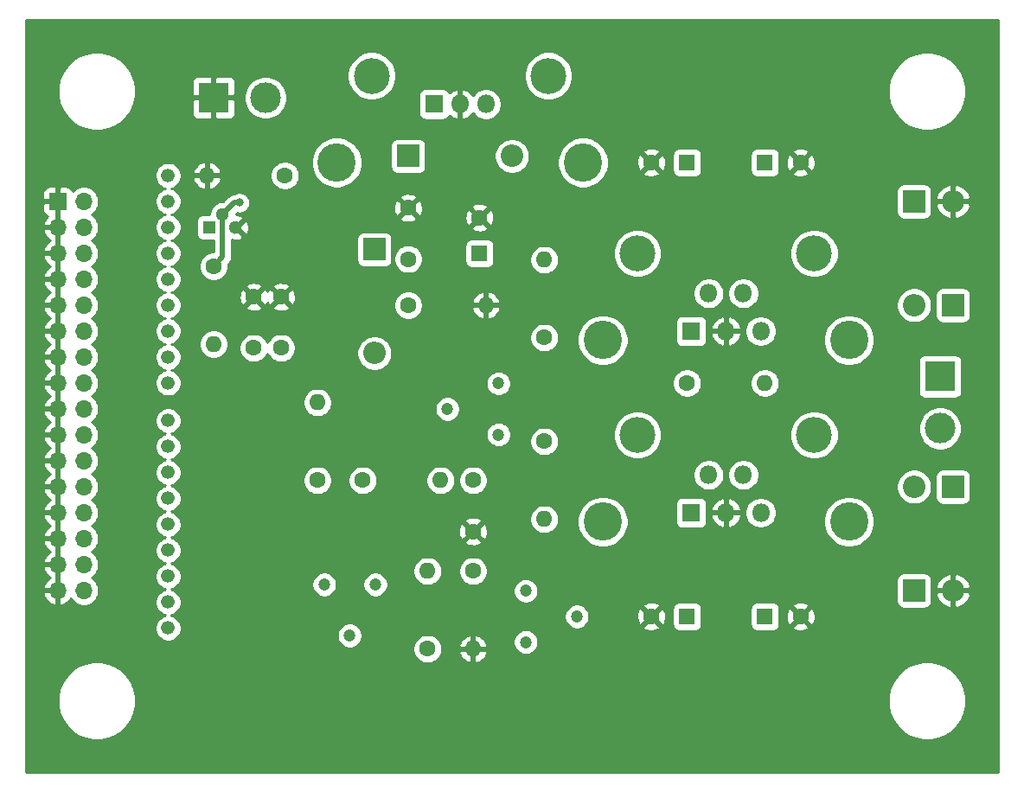
<source format=gbr>
%TF.GenerationSoftware,KiCad,Pcbnew,(5.1.6)-1*%
%TF.CreationDate,2021-05-27T20:40:55-04:00*%
%TF.ProjectId,MirrorDeflectionDriver,4d697272-6f72-4446-9566-6c656374696f,rev?*%
%TF.SameCoordinates,Original*%
%TF.FileFunction,Copper,L2,Bot*%
%TF.FilePolarity,Positive*%
%FSLAX46Y46*%
G04 Gerber Fmt 4.6, Leading zero omitted, Abs format (unit mm)*
G04 Created by KiCad (PCBNEW (5.1.6)-1) date 2021-05-27 20:40:55*
%MOMM*%
%LPD*%
G01*
G04 APERTURE LIST*
%TA.AperFunction,ComponentPad*%
%ADD10O,2.200000X2.200000*%
%TD*%
%TA.AperFunction,ComponentPad*%
%ADD11R,2.200000X2.200000*%
%TD*%
%TA.AperFunction,ComponentPad*%
%ADD12R,1.300000X1.300000*%
%TD*%
%TA.AperFunction,ComponentPad*%
%ADD13C,1.300000*%
%TD*%
%TA.AperFunction,ComponentPad*%
%ADD14O,1.700000X1.700000*%
%TD*%
%TA.AperFunction,ComponentPad*%
%ADD15R,1.700000X1.700000*%
%TD*%
%TA.AperFunction,ComponentPad*%
%ADD16O,1.800000X1.800000*%
%TD*%
%TA.AperFunction,ComponentPad*%
%ADD17R,1.800000X1.800000*%
%TD*%
%TA.AperFunction,ComponentPad*%
%ADD18C,3.750000*%
%TD*%
%TA.AperFunction,ComponentPad*%
%ADD19C,3.515000*%
%TD*%
%TA.AperFunction,ComponentPad*%
%ADD20C,1.340000*%
%TD*%
%TA.AperFunction,ComponentPad*%
%ADD21C,1.200000*%
%TD*%
%TA.AperFunction,ComponentPad*%
%ADD22O,1.600000X1.600000*%
%TD*%
%TA.AperFunction,ComponentPad*%
%ADD23C,1.600000*%
%TD*%
%TA.AperFunction,ComponentPad*%
%ADD24C,3.000000*%
%TD*%
%TA.AperFunction,ComponentPad*%
%ADD25R,3.000000X3.000000*%
%TD*%
%TA.AperFunction,ComponentPad*%
%ADD26R,1.600000X1.600000*%
%TD*%
%TA.AperFunction,ViaPad*%
%ADD27C,0.800000*%
%TD*%
%TA.AperFunction,Conductor*%
%ADD28C,0.250000*%
%TD*%
%TA.AperFunction,Conductor*%
%ADD29C,0.500000*%
%TD*%
%TA.AperFunction,Conductor*%
%ADD30C,0.254000*%
%TD*%
G04 APERTURE END LIST*
D10*
%TO.P,D2,2*%
%TO.N,Net-(C7-Pad1)*%
X136398000Y-96774000D03*
D11*
%TO.P,D2,1*%
%TO.N,+5V*%
X136398000Y-86614000D03*
%TD*%
D12*
%TO.P,U2,1*%
%TO.N,Net-(IC2-Pad21)*%
X120269000Y-84455000D03*
D13*
%TO.P,U2,3*%
%TO.N,GND*%
X122809000Y-84455000D03*
%TO.P,U2,2*%
%TO.N,+5V*%
X121539000Y-83185000D03*
%TD*%
D14*
%TO.P,J2,32*%
%TO.N,Net-(IC2-Pad12)*%
X107950000Y-120015000D03*
%TO.P,J2,31*%
%TO.N,GND*%
X105410000Y-120015000D03*
%TO.P,J2,30*%
%TO.N,Net-(IC2-Pad11)*%
X107950000Y-117475000D03*
%TO.P,J2,29*%
%TO.N,GND*%
X105410000Y-117475000D03*
%TO.P,J2,28*%
%TO.N,Net-(IC2-Pad10)*%
X107950000Y-114935000D03*
%TO.P,J2,27*%
%TO.N,GND*%
X105410000Y-114935000D03*
%TO.P,J2,26*%
%TO.N,Net-(IC2-Pad9)*%
X107950000Y-112395000D03*
%TO.P,J2,25*%
%TO.N,GND*%
X105410000Y-112395000D03*
%TO.P,J2,24*%
%TO.N,Net-(IC2-Pad8)*%
X107950000Y-109855000D03*
%TO.P,J2,23*%
%TO.N,GND*%
X105410000Y-109855000D03*
%TO.P,J2,22*%
%TO.N,Net-(IC2-Pad7)*%
X107950000Y-107315000D03*
%TO.P,J2,21*%
%TO.N,GND*%
X105410000Y-107315000D03*
%TO.P,J2,20*%
%TO.N,Net-(IC2-Pad6)*%
X107950000Y-104775000D03*
%TO.P,J2,19*%
%TO.N,GND*%
X105410000Y-104775000D03*
%TO.P,J2,18*%
%TO.N,Net-(IC2-Pad5)*%
X107950000Y-102235000D03*
%TO.P,J2,17*%
%TO.N,GND*%
X105410000Y-102235000D03*
%TO.P,J2,16*%
%TO.N,Net-(IC2-Pad4)*%
X107950000Y-99695000D03*
%TO.P,J2,15*%
%TO.N,GND*%
X105410000Y-99695000D03*
%TO.P,J2,14*%
%TO.N,Net-(IC2-Pad3)*%
X107950000Y-97155000D03*
%TO.P,J2,13*%
%TO.N,GND*%
X105410000Y-97155000D03*
%TO.P,J2,12*%
%TO.N,Net-(IC2-Pad2)*%
X107950000Y-94615000D03*
%TO.P,J2,11*%
%TO.N,GND*%
X105410000Y-94615000D03*
%TO.P,J2,10*%
%TO.N,Net-(IC2-Pad1)*%
X107950000Y-92075000D03*
%TO.P,J2,9*%
%TO.N,GND*%
X105410000Y-92075000D03*
%TO.P,J2,8*%
%TO.N,Net-(IC2-Pad24)*%
X107950000Y-89535000D03*
%TO.P,J2,7*%
%TO.N,GND*%
X105410000Y-89535000D03*
%TO.P,J2,6*%
%TO.N,Net-(IC2-Pad23)*%
X107950000Y-86995000D03*
%TO.P,J2,5*%
%TO.N,GND*%
X105410000Y-86995000D03*
%TO.P,J2,4*%
%TO.N,Net-(IC2-Pad21)*%
X107950000Y-84455000D03*
%TO.P,J2,3*%
%TO.N,GND*%
X105410000Y-84455000D03*
%TO.P,J2,2*%
%TO.N,Net-(IC2-Pad20)*%
X107950000Y-81915000D03*
D15*
%TO.P,J2,1*%
%TO.N,GND*%
X105410000Y-81915000D03*
%TD*%
D16*
%TO.P,U7,5*%
%TO.N,+12V*%
X174215000Y-112395000D03*
%TO.P,U7,4*%
%TO.N,Net-(D5-Pad2)*%
X172515000Y-108695000D03*
%TO.P,U7,3*%
%TO.N,GND*%
X170815000Y-112395000D03*
%TO.P,U7,2*%
%TO.N,Net-(R12-Pad2)*%
X169115000Y-108695000D03*
D17*
%TO.P,U7,1*%
%TO.N,Net-(R11-Pad2)*%
X167415000Y-112395000D03*
%TD*%
D16*
%TO.P,U6,5*%
%TO.N,+12V*%
X174215000Y-94615000D03*
%TO.P,U6,4*%
%TO.N,Net-(D3-Pad2)*%
X172515000Y-90915000D03*
%TO.P,U6,3*%
%TO.N,GND*%
X170815000Y-94615000D03*
%TO.P,U6,2*%
%TO.N,Net-(D3-Pad2)*%
X169115000Y-90915000D03*
D17*
%TO.P,U6,1*%
%TO.N,Net-(IC1-Pad1)*%
X167415000Y-94615000D03*
%TD*%
D18*
%TO.P,U5,1*%
%TO.N,Net-(U5-Pad1)*%
X158750000Y-95495000D03*
%TO.P,U5,2*%
%TO.N,Net-(U5-Pad2)*%
X182850000Y-95495000D03*
D19*
%TO.P,U5,3*%
%TO.N,Net-(U5-Pad3)*%
X162150000Y-86995000D03*
%TO.P,U5,4*%
%TO.N,Net-(U5-Pad4)*%
X179450000Y-86995000D03*
%TD*%
D18*
%TO.P,U4,1*%
%TO.N,Net-(U4-Pad1)*%
X158750000Y-113275000D03*
%TO.P,U4,2*%
%TO.N,Net-(U4-Pad2)*%
X182850000Y-113275000D03*
D19*
%TO.P,U4,3*%
%TO.N,Net-(U4-Pad3)*%
X162150000Y-104775000D03*
%TO.P,U4,4*%
%TO.N,Net-(U4-Pad4)*%
X179450000Y-104775000D03*
%TD*%
D18*
%TO.P,U3,1*%
%TO.N,Net-(U3-Pad1)*%
X132715000Y-78105000D03*
%TO.P,U3,2*%
%TO.N,Net-(U3-Pad2)*%
X156815000Y-78105000D03*
D19*
%TO.P,U3,3*%
%TO.N,Net-(U3-Pad3)*%
X136115000Y-69605000D03*
%TO.P,U3,4*%
%TO.N,Net-(U3-Pad4)*%
X153415000Y-69605000D03*
%TD*%
D16*
%TO.P,U1,3*%
%TO.N,+5V*%
X147320000Y-72390000D03*
%TO.P,U1,2*%
%TO.N,GND*%
X144780000Y-72390000D03*
D17*
%TO.P,U1,1*%
%TO.N,+12V*%
X142240000Y-72390000D03*
%TD*%
D20*
%TO.P,RN2,9*%
%TO.N,Net-(IC2-Pad4)*%
X116205000Y-99695000D03*
%TO.P,RN2,8*%
%TO.N,Net-(IC2-Pad3)*%
X116205000Y-97155000D03*
%TO.P,RN2,7*%
%TO.N,Net-(IC2-Pad2)*%
X116205000Y-94615000D03*
%TO.P,RN2,6*%
%TO.N,Net-(IC2-Pad1)*%
X116205000Y-92075000D03*
%TO.P,RN2,5*%
%TO.N,Net-(IC2-Pad24)*%
X116205000Y-89535000D03*
%TO.P,RN2,4*%
%TO.N,Net-(IC2-Pad23)*%
X116205000Y-86995000D03*
%TO.P,RN2,3*%
%TO.N,Net-(IC2-Pad21)*%
X116205000Y-84455000D03*
%TO.P,RN2,2*%
%TO.N,Net-(IC2-Pad20)*%
X116205000Y-81915000D03*
%TO.P,RN2,1*%
%TO.N,+5V*%
X116205000Y-79375000D03*
%TD*%
%TO.P,RN1,9*%
%TO.N,Net-(IC2-Pad5)*%
X116205000Y-103378000D03*
%TO.P,RN1,8*%
%TO.N,Net-(IC2-Pad6)*%
X116205000Y-105918000D03*
%TO.P,RN1,7*%
%TO.N,Net-(IC2-Pad7)*%
X116205000Y-108458000D03*
%TO.P,RN1,6*%
%TO.N,Net-(IC2-Pad8)*%
X116205000Y-110998000D03*
%TO.P,RN1,5*%
%TO.N,Net-(IC2-Pad9)*%
X116205000Y-113538000D03*
%TO.P,RN1,4*%
%TO.N,Net-(IC2-Pad10)*%
X116205000Y-116078000D03*
%TO.P,RN1,3*%
%TO.N,Net-(IC2-Pad11)*%
X116205000Y-118618000D03*
%TO.P,RN1,2*%
%TO.N,Net-(IC2-Pad12)*%
X116205000Y-121158000D03*
%TO.P,RN1,1*%
%TO.N,+5V*%
X116205000Y-123698000D03*
%TD*%
D21*
%TO.P,R13,3*%
%TO.N,Net-(D5-Pad2)*%
X151210000Y-125055000D03*
%TO.P,R13,2*%
X156210000Y-122555000D03*
%TO.P,R13,1*%
%TO.N,Net-(R12-Pad2)*%
X151210000Y-120055000D03*
%TD*%
D22*
%TO.P,R12,2*%
%TO.N,Net-(R12-Pad2)*%
X174625000Y-99695000D03*
D23*
%TO.P,R12,1*%
%TO.N,Net-(IC1-Pad1)*%
X167005000Y-99695000D03*
%TD*%
D22*
%TO.P,R11,2*%
%TO.N,Net-(R11-Pad2)*%
X153035000Y-113030000D03*
D23*
%TO.P,R11,1*%
%TO.N,Net-(C9-Pad1)*%
X153035000Y-105410000D03*
%TD*%
D22*
%TO.P,R10,2*%
%TO.N,Net-(D3-Pad2)*%
X153035000Y-87630000D03*
D23*
%TO.P,R10,1*%
%TO.N,Net-(C9-Pad1)*%
X153035000Y-95250000D03*
%TD*%
D21*
%TO.P,R9,3*%
%TO.N,Net-(IC1-Pad1)*%
X148550000Y-99735000D03*
%TO.P,R9,2*%
X143550000Y-102235000D03*
%TO.P,R9,1*%
%TO.N,Net-(IC1-Pad2)*%
X148550000Y-104735000D03*
%TD*%
D22*
%TO.P,R8,2*%
%TO.N,Net-(C9-Pad1)*%
X142875000Y-109220000D03*
D23*
%TO.P,R8,1*%
%TO.N,Net-(IC1-Pad2)*%
X135255000Y-109220000D03*
%TD*%
D22*
%TO.P,R7,2*%
%TO.N,GND*%
X146050000Y-125730000D03*
D23*
%TO.P,R7,1*%
%TO.N,Net-(IC1-Pad5)*%
X146050000Y-118110000D03*
%TD*%
D22*
%TO.P,R6,2*%
%TO.N,Net-(IC1-Pad5)*%
X141605000Y-118110000D03*
D23*
%TO.P,R6,1*%
%TO.N,+12V*%
X141605000Y-125730000D03*
%TD*%
D22*
%TO.P,R5,2*%
%TO.N,/DAC1_OUT*%
X130810000Y-101600000D03*
D23*
%TO.P,R5,1*%
%TO.N,Net-(IC1-Pad3)*%
X130810000Y-109220000D03*
%TD*%
D21*
%TO.P,R4,3*%
%TO.N,Net-(IC1-Pad3)*%
X131485000Y-119420000D03*
%TO.P,R4,2*%
%TO.N,+12V*%
X133985000Y-124420000D03*
%TO.P,R4,1*%
X136485000Y-119420000D03*
%TD*%
D22*
%TO.P,R3,2*%
%TO.N,Net-(IC2-Pad22)*%
X120650000Y-95885000D03*
D23*
%TO.P,R3,1*%
%TO.N,+5V*%
X120650000Y-88265000D03*
%TD*%
D22*
%TO.P,R2,2*%
%TO.N,GND*%
X120015000Y-79375000D03*
D23*
%TO.P,R2,1*%
%TO.N,+12V*%
X127635000Y-79375000D03*
%TD*%
D22*
%TO.P,R1,2*%
%TO.N,GND*%
X147320000Y-92075000D03*
D23*
%TO.P,R1,1*%
%TO.N,+5V*%
X139700000Y-92075000D03*
%TD*%
D24*
%TO.P,J3,2*%
%TO.N,Net-(D5-Pad2)*%
X191770000Y-104140000D03*
D25*
%TO.P,J3,1*%
%TO.N,Net-(D3-Pad2)*%
X191770000Y-99060000D03*
%TD*%
D24*
%TO.P,J1,2*%
%TO.N,+12V*%
X125730000Y-71755000D03*
D25*
%TO.P,J1,1*%
%TO.N,GND*%
X120650000Y-71755000D03*
%TD*%
D10*
%TO.P,D6,2*%
%TO.N,GND*%
X193040000Y-120015000D03*
D11*
%TO.P,D6,1*%
%TO.N,Net-(D5-Pad2)*%
X193040000Y-109855000D03*
%TD*%
D10*
%TO.P,D5,2*%
%TO.N,Net-(D5-Pad2)*%
X189230000Y-109855000D03*
D11*
%TO.P,D5,1*%
%TO.N,+12V*%
X189230000Y-120015000D03*
%TD*%
D10*
%TO.P,D4,2*%
%TO.N,GND*%
X193040000Y-81915000D03*
D11*
%TO.P,D4,1*%
%TO.N,Net-(D3-Pad2)*%
X193040000Y-92075000D03*
%TD*%
D10*
%TO.P,D3,2*%
%TO.N,Net-(D3-Pad2)*%
X189230000Y-92075000D03*
D11*
%TO.P,D3,1*%
%TO.N,+12V*%
X189230000Y-81915000D03*
%TD*%
D10*
%TO.P,D1,2*%
%TO.N,+5V*%
X149860000Y-77470000D03*
D11*
%TO.P,D1,1*%
%TO.N,+12V*%
X139700000Y-77470000D03*
%TD*%
D23*
%TO.P,C9,2*%
%TO.N,GND*%
X146050000Y-114220000D03*
%TO.P,C9,1*%
%TO.N,Net-(C9-Pad1)*%
X146050000Y-109220000D03*
%TD*%
%TO.P,C8,2*%
%TO.N,GND*%
X124587000Y-91266000D03*
%TO.P,C8,1*%
%TO.N,+5V*%
X124587000Y-96266000D03*
%TD*%
%TO.P,C7,2*%
%TO.N,GND*%
X127254000Y-91266000D03*
%TO.P,C7,1*%
%TO.N,Net-(C7-Pad1)*%
X127254000Y-96266000D03*
%TD*%
%TO.P,C6,2*%
%TO.N,GND*%
X163505000Y-78105000D03*
D26*
%TO.P,C6,1*%
%TO.N,+12V*%
X167005000Y-78105000D03*
%TD*%
D23*
%TO.P,C5,2*%
%TO.N,GND*%
X146685000Y-83495000D03*
D26*
%TO.P,C5,1*%
%TO.N,+5V*%
X146685000Y-86995000D03*
%TD*%
D23*
%TO.P,C4,2*%
%TO.N,GND*%
X163505000Y-122555000D03*
D26*
%TO.P,C4,1*%
%TO.N,+12V*%
X167005000Y-122555000D03*
%TD*%
D23*
%TO.P,C3,2*%
%TO.N,GND*%
X139700000Y-82550000D03*
%TO.P,C3,1*%
%TO.N,+5V*%
X139700000Y-87550000D03*
%TD*%
%TO.P,C2,2*%
%TO.N,GND*%
X178125000Y-78105000D03*
D26*
%TO.P,C2,1*%
%TO.N,+12V*%
X174625000Y-78105000D03*
%TD*%
D23*
%TO.P,C1,2*%
%TO.N,GND*%
X178125000Y-122555000D03*
D26*
%TO.P,C1,1*%
%TO.N,+12V*%
X174625000Y-122555000D03*
%TD*%
D27*
%TO.N,GND*%
X132080000Y-96266000D03*
X125730000Y-100330000D03*
X134366000Y-115570000D03*
%TO.N,+5V*%
X123190000Y-82042018D03*
%TD*%
D28*
%TO.N,GND*%
X125730000Y-100330000D02*
X125222000Y-100330000D01*
D29*
%TO.N,+5V*%
X122681982Y-82042018D02*
X123190000Y-82042018D01*
X121539000Y-83185000D02*
X122681982Y-82042018D01*
X121539000Y-87376000D02*
X120650000Y-88265000D01*
X121539000Y-83185000D02*
X121539000Y-87376000D01*
%TD*%
D30*
%TO.N,GND*%
G36*
X197460000Y-137770000D02*
G01*
X102260000Y-137770000D01*
X102260000Y-130432285D01*
X105385000Y-130432285D01*
X105385000Y-131187715D01*
X105532377Y-131928628D01*
X105821467Y-132626554D01*
X106241161Y-133254670D01*
X106775330Y-133788839D01*
X107403446Y-134208533D01*
X108101372Y-134497623D01*
X108842285Y-134645000D01*
X109597715Y-134645000D01*
X110338628Y-134497623D01*
X111036554Y-134208533D01*
X111664670Y-133788839D01*
X112198839Y-133254670D01*
X112618533Y-132626554D01*
X112907623Y-131928628D01*
X113055000Y-131187715D01*
X113055000Y-130432285D01*
X186665000Y-130432285D01*
X186665000Y-131187715D01*
X186812377Y-131928628D01*
X187101467Y-132626554D01*
X187521161Y-133254670D01*
X188055330Y-133788839D01*
X188683446Y-134208533D01*
X189381372Y-134497623D01*
X190122285Y-134645000D01*
X190877715Y-134645000D01*
X191618628Y-134497623D01*
X192316554Y-134208533D01*
X192944670Y-133788839D01*
X193478839Y-133254670D01*
X193898533Y-132626554D01*
X194187623Y-131928628D01*
X194335000Y-131187715D01*
X194335000Y-130432285D01*
X194187623Y-129691372D01*
X193898533Y-128993446D01*
X193478839Y-128365330D01*
X192944670Y-127831161D01*
X192316554Y-127411467D01*
X191618628Y-127122377D01*
X190877715Y-126975000D01*
X190122285Y-126975000D01*
X189381372Y-127122377D01*
X188683446Y-127411467D01*
X188055330Y-127831161D01*
X187521161Y-128365330D01*
X187101467Y-128993446D01*
X186812377Y-129691372D01*
X186665000Y-130432285D01*
X113055000Y-130432285D01*
X112907623Y-129691372D01*
X112618533Y-128993446D01*
X112198839Y-128365330D01*
X111664670Y-127831161D01*
X111036554Y-127411467D01*
X110338628Y-127122377D01*
X109597715Y-126975000D01*
X108842285Y-126975000D01*
X108101372Y-127122377D01*
X107403446Y-127411467D01*
X106775330Y-127831161D01*
X106241161Y-128365330D01*
X105821467Y-128993446D01*
X105532377Y-129691372D01*
X105385000Y-130432285D01*
X102260000Y-130432285D01*
X102260000Y-120371890D01*
X103968524Y-120371890D01*
X104013175Y-120519099D01*
X104138359Y-120781920D01*
X104312412Y-121015269D01*
X104528645Y-121210178D01*
X104778748Y-121359157D01*
X105053109Y-121456481D01*
X105283000Y-121335814D01*
X105283000Y-120142000D01*
X104089845Y-120142000D01*
X103968524Y-120371890D01*
X102260000Y-120371890D01*
X102260000Y-117831890D01*
X103968524Y-117831890D01*
X104013175Y-117979099D01*
X104138359Y-118241920D01*
X104312412Y-118475269D01*
X104528645Y-118670178D01*
X104654255Y-118745000D01*
X104528645Y-118819822D01*
X104312412Y-119014731D01*
X104138359Y-119248080D01*
X104013175Y-119510901D01*
X103968524Y-119658110D01*
X104089845Y-119888000D01*
X105283000Y-119888000D01*
X105283000Y-117602000D01*
X104089845Y-117602000D01*
X103968524Y-117831890D01*
X102260000Y-117831890D01*
X102260000Y-115291890D01*
X103968524Y-115291890D01*
X104013175Y-115439099D01*
X104138359Y-115701920D01*
X104312412Y-115935269D01*
X104528645Y-116130178D01*
X104654255Y-116205000D01*
X104528645Y-116279822D01*
X104312412Y-116474731D01*
X104138359Y-116708080D01*
X104013175Y-116970901D01*
X103968524Y-117118110D01*
X104089845Y-117348000D01*
X105283000Y-117348000D01*
X105283000Y-115062000D01*
X104089845Y-115062000D01*
X103968524Y-115291890D01*
X102260000Y-115291890D01*
X102260000Y-112751890D01*
X103968524Y-112751890D01*
X104013175Y-112899099D01*
X104138359Y-113161920D01*
X104312412Y-113395269D01*
X104528645Y-113590178D01*
X104654255Y-113665000D01*
X104528645Y-113739822D01*
X104312412Y-113934731D01*
X104138359Y-114168080D01*
X104013175Y-114430901D01*
X103968524Y-114578110D01*
X104089845Y-114808000D01*
X105283000Y-114808000D01*
X105283000Y-112522000D01*
X104089845Y-112522000D01*
X103968524Y-112751890D01*
X102260000Y-112751890D01*
X102260000Y-110211890D01*
X103968524Y-110211890D01*
X104013175Y-110359099D01*
X104138359Y-110621920D01*
X104312412Y-110855269D01*
X104528645Y-111050178D01*
X104654255Y-111125000D01*
X104528645Y-111199822D01*
X104312412Y-111394731D01*
X104138359Y-111628080D01*
X104013175Y-111890901D01*
X103968524Y-112038110D01*
X104089845Y-112268000D01*
X105283000Y-112268000D01*
X105283000Y-109982000D01*
X104089845Y-109982000D01*
X103968524Y-110211890D01*
X102260000Y-110211890D01*
X102260000Y-107671890D01*
X103968524Y-107671890D01*
X104013175Y-107819099D01*
X104138359Y-108081920D01*
X104312412Y-108315269D01*
X104528645Y-108510178D01*
X104654255Y-108585000D01*
X104528645Y-108659822D01*
X104312412Y-108854731D01*
X104138359Y-109088080D01*
X104013175Y-109350901D01*
X103968524Y-109498110D01*
X104089845Y-109728000D01*
X105283000Y-109728000D01*
X105283000Y-107442000D01*
X104089845Y-107442000D01*
X103968524Y-107671890D01*
X102260000Y-107671890D01*
X102260000Y-105131890D01*
X103968524Y-105131890D01*
X104013175Y-105279099D01*
X104138359Y-105541920D01*
X104312412Y-105775269D01*
X104528645Y-105970178D01*
X104654255Y-106045000D01*
X104528645Y-106119822D01*
X104312412Y-106314731D01*
X104138359Y-106548080D01*
X104013175Y-106810901D01*
X103968524Y-106958110D01*
X104089845Y-107188000D01*
X105283000Y-107188000D01*
X105283000Y-104902000D01*
X104089845Y-104902000D01*
X103968524Y-105131890D01*
X102260000Y-105131890D01*
X102260000Y-102591890D01*
X103968524Y-102591890D01*
X104013175Y-102739099D01*
X104138359Y-103001920D01*
X104312412Y-103235269D01*
X104528645Y-103430178D01*
X104654255Y-103505000D01*
X104528645Y-103579822D01*
X104312412Y-103774731D01*
X104138359Y-104008080D01*
X104013175Y-104270901D01*
X103968524Y-104418110D01*
X104089845Y-104648000D01*
X105283000Y-104648000D01*
X105283000Y-102362000D01*
X104089845Y-102362000D01*
X103968524Y-102591890D01*
X102260000Y-102591890D01*
X102260000Y-100051890D01*
X103968524Y-100051890D01*
X104013175Y-100199099D01*
X104138359Y-100461920D01*
X104312412Y-100695269D01*
X104528645Y-100890178D01*
X104654255Y-100965000D01*
X104528645Y-101039822D01*
X104312412Y-101234731D01*
X104138359Y-101468080D01*
X104013175Y-101730901D01*
X103968524Y-101878110D01*
X104089845Y-102108000D01*
X105283000Y-102108000D01*
X105283000Y-99822000D01*
X104089845Y-99822000D01*
X103968524Y-100051890D01*
X102260000Y-100051890D01*
X102260000Y-97511890D01*
X103968524Y-97511890D01*
X104013175Y-97659099D01*
X104138359Y-97921920D01*
X104312412Y-98155269D01*
X104528645Y-98350178D01*
X104654255Y-98425000D01*
X104528645Y-98499822D01*
X104312412Y-98694731D01*
X104138359Y-98928080D01*
X104013175Y-99190901D01*
X103968524Y-99338110D01*
X104089845Y-99568000D01*
X105283000Y-99568000D01*
X105283000Y-97282000D01*
X104089845Y-97282000D01*
X103968524Y-97511890D01*
X102260000Y-97511890D01*
X102260000Y-94971890D01*
X103968524Y-94971890D01*
X104013175Y-95119099D01*
X104138359Y-95381920D01*
X104312412Y-95615269D01*
X104528645Y-95810178D01*
X104654255Y-95885000D01*
X104528645Y-95959822D01*
X104312412Y-96154731D01*
X104138359Y-96388080D01*
X104013175Y-96650901D01*
X103968524Y-96798110D01*
X104089845Y-97028000D01*
X105283000Y-97028000D01*
X105283000Y-94742000D01*
X104089845Y-94742000D01*
X103968524Y-94971890D01*
X102260000Y-94971890D01*
X102260000Y-92431890D01*
X103968524Y-92431890D01*
X104013175Y-92579099D01*
X104138359Y-92841920D01*
X104312412Y-93075269D01*
X104528645Y-93270178D01*
X104654255Y-93345000D01*
X104528645Y-93419822D01*
X104312412Y-93614731D01*
X104138359Y-93848080D01*
X104013175Y-94110901D01*
X103968524Y-94258110D01*
X104089845Y-94488000D01*
X105283000Y-94488000D01*
X105283000Y-92202000D01*
X104089845Y-92202000D01*
X103968524Y-92431890D01*
X102260000Y-92431890D01*
X102260000Y-89891890D01*
X103968524Y-89891890D01*
X104013175Y-90039099D01*
X104138359Y-90301920D01*
X104312412Y-90535269D01*
X104528645Y-90730178D01*
X104654255Y-90805000D01*
X104528645Y-90879822D01*
X104312412Y-91074731D01*
X104138359Y-91308080D01*
X104013175Y-91570901D01*
X103968524Y-91718110D01*
X104089845Y-91948000D01*
X105283000Y-91948000D01*
X105283000Y-89662000D01*
X104089845Y-89662000D01*
X103968524Y-89891890D01*
X102260000Y-89891890D01*
X102260000Y-87351890D01*
X103968524Y-87351890D01*
X104013175Y-87499099D01*
X104138359Y-87761920D01*
X104312412Y-87995269D01*
X104528645Y-88190178D01*
X104654255Y-88265000D01*
X104528645Y-88339822D01*
X104312412Y-88534731D01*
X104138359Y-88768080D01*
X104013175Y-89030901D01*
X103968524Y-89178110D01*
X104089845Y-89408000D01*
X105283000Y-89408000D01*
X105283000Y-87122000D01*
X104089845Y-87122000D01*
X103968524Y-87351890D01*
X102260000Y-87351890D01*
X102260000Y-84811890D01*
X103968524Y-84811890D01*
X104013175Y-84959099D01*
X104138359Y-85221920D01*
X104312412Y-85455269D01*
X104528645Y-85650178D01*
X104654255Y-85725000D01*
X104528645Y-85799822D01*
X104312412Y-85994731D01*
X104138359Y-86228080D01*
X104013175Y-86490901D01*
X103968524Y-86638110D01*
X104089845Y-86868000D01*
X105283000Y-86868000D01*
X105283000Y-84582000D01*
X104089845Y-84582000D01*
X103968524Y-84811890D01*
X102260000Y-84811890D01*
X102260000Y-82765000D01*
X103921928Y-82765000D01*
X103934188Y-82889482D01*
X103970498Y-83009180D01*
X104029463Y-83119494D01*
X104108815Y-83216185D01*
X104205506Y-83295537D01*
X104315820Y-83354502D01*
X104396466Y-83378966D01*
X104312412Y-83454731D01*
X104138359Y-83688080D01*
X104013175Y-83950901D01*
X103968524Y-84098110D01*
X104089845Y-84328000D01*
X105283000Y-84328000D01*
X105283000Y-82042000D01*
X104083750Y-82042000D01*
X103925000Y-82200750D01*
X103921928Y-82765000D01*
X102260000Y-82765000D01*
X102260000Y-81065000D01*
X103921928Y-81065000D01*
X103925000Y-81629250D01*
X104083750Y-81788000D01*
X105283000Y-81788000D01*
X105283000Y-80588750D01*
X105537000Y-80588750D01*
X105537000Y-81788000D01*
X105557000Y-81788000D01*
X105557000Y-82042000D01*
X105537000Y-82042000D01*
X105537000Y-84328000D01*
X105557000Y-84328000D01*
X105557000Y-84582000D01*
X105537000Y-84582000D01*
X105537000Y-86868000D01*
X105557000Y-86868000D01*
X105557000Y-87122000D01*
X105537000Y-87122000D01*
X105537000Y-89408000D01*
X105557000Y-89408000D01*
X105557000Y-89662000D01*
X105537000Y-89662000D01*
X105537000Y-91948000D01*
X105557000Y-91948000D01*
X105557000Y-92202000D01*
X105537000Y-92202000D01*
X105537000Y-94488000D01*
X105557000Y-94488000D01*
X105557000Y-94742000D01*
X105537000Y-94742000D01*
X105537000Y-97028000D01*
X105557000Y-97028000D01*
X105557000Y-97282000D01*
X105537000Y-97282000D01*
X105537000Y-99568000D01*
X105557000Y-99568000D01*
X105557000Y-99822000D01*
X105537000Y-99822000D01*
X105537000Y-102108000D01*
X105557000Y-102108000D01*
X105557000Y-102362000D01*
X105537000Y-102362000D01*
X105537000Y-104648000D01*
X105557000Y-104648000D01*
X105557000Y-104902000D01*
X105537000Y-104902000D01*
X105537000Y-107188000D01*
X105557000Y-107188000D01*
X105557000Y-107442000D01*
X105537000Y-107442000D01*
X105537000Y-109728000D01*
X105557000Y-109728000D01*
X105557000Y-109982000D01*
X105537000Y-109982000D01*
X105537000Y-112268000D01*
X105557000Y-112268000D01*
X105557000Y-112522000D01*
X105537000Y-112522000D01*
X105537000Y-114808000D01*
X105557000Y-114808000D01*
X105557000Y-115062000D01*
X105537000Y-115062000D01*
X105537000Y-117348000D01*
X105557000Y-117348000D01*
X105557000Y-117602000D01*
X105537000Y-117602000D01*
X105537000Y-119888000D01*
X105557000Y-119888000D01*
X105557000Y-120142000D01*
X105537000Y-120142000D01*
X105537000Y-121335814D01*
X105766891Y-121456481D01*
X106041252Y-121359157D01*
X106291355Y-121210178D01*
X106507588Y-121015269D01*
X106678900Y-120785594D01*
X106796525Y-120961632D01*
X107003368Y-121168475D01*
X107246589Y-121330990D01*
X107516842Y-121442932D01*
X107803740Y-121500000D01*
X108096260Y-121500000D01*
X108383158Y-121442932D01*
X108653411Y-121330990D01*
X108896632Y-121168475D01*
X109103475Y-120961632D01*
X109265990Y-120718411D01*
X109377932Y-120448158D01*
X109435000Y-120161260D01*
X109435000Y-119868740D01*
X109377932Y-119581842D01*
X109265990Y-119311589D01*
X109103475Y-119068368D01*
X108896632Y-118861525D01*
X108722240Y-118745000D01*
X108896632Y-118628475D01*
X109103475Y-118421632D01*
X109265990Y-118178411D01*
X109377932Y-117908158D01*
X109435000Y-117621260D01*
X109435000Y-117328740D01*
X109377932Y-117041842D01*
X109265990Y-116771589D01*
X109103475Y-116528368D01*
X108896632Y-116321525D01*
X108722240Y-116205000D01*
X108896632Y-116088475D01*
X109103475Y-115881632D01*
X109265990Y-115638411D01*
X109377932Y-115368158D01*
X109435000Y-115081260D01*
X109435000Y-114788740D01*
X109377932Y-114501842D01*
X109265990Y-114231589D01*
X109103475Y-113988368D01*
X108896632Y-113781525D01*
X108722240Y-113665000D01*
X108896632Y-113548475D01*
X109103475Y-113341632D01*
X109265990Y-113098411D01*
X109377932Y-112828158D01*
X109435000Y-112541260D01*
X109435000Y-112248740D01*
X109377932Y-111961842D01*
X109265990Y-111691589D01*
X109103475Y-111448368D01*
X108896632Y-111241525D01*
X108722240Y-111125000D01*
X108896632Y-111008475D01*
X109103475Y-110801632D01*
X109265990Y-110558411D01*
X109377932Y-110288158D01*
X109435000Y-110001260D01*
X109435000Y-109708740D01*
X109377932Y-109421842D01*
X109265990Y-109151589D01*
X109103475Y-108908368D01*
X108896632Y-108701525D01*
X108722240Y-108585000D01*
X108896632Y-108468475D01*
X109103475Y-108261632D01*
X109265990Y-108018411D01*
X109377932Y-107748158D01*
X109435000Y-107461260D01*
X109435000Y-107168740D01*
X109377932Y-106881842D01*
X109265990Y-106611589D01*
X109103475Y-106368368D01*
X108896632Y-106161525D01*
X108722240Y-106045000D01*
X108896632Y-105928475D01*
X109103475Y-105721632D01*
X109265990Y-105478411D01*
X109377932Y-105208158D01*
X109435000Y-104921260D01*
X109435000Y-104628740D01*
X109377932Y-104341842D01*
X109265990Y-104071589D01*
X109103475Y-103828368D01*
X108896632Y-103621525D01*
X108722240Y-103505000D01*
X108896632Y-103388475D01*
X109035638Y-103249469D01*
X114900000Y-103249469D01*
X114900000Y-103506531D01*
X114950151Y-103758654D01*
X115048524Y-103996149D01*
X115191341Y-104209889D01*
X115373111Y-104391659D01*
X115586851Y-104534476D01*
X115824346Y-104632849D01*
X115900514Y-104648000D01*
X115824346Y-104663151D01*
X115586851Y-104761524D01*
X115373111Y-104904341D01*
X115191341Y-105086111D01*
X115048524Y-105299851D01*
X114950151Y-105537346D01*
X114900000Y-105789469D01*
X114900000Y-106046531D01*
X114950151Y-106298654D01*
X115048524Y-106536149D01*
X115191341Y-106749889D01*
X115373111Y-106931659D01*
X115586851Y-107074476D01*
X115824346Y-107172849D01*
X115900514Y-107188000D01*
X115824346Y-107203151D01*
X115586851Y-107301524D01*
X115373111Y-107444341D01*
X115191341Y-107626111D01*
X115048524Y-107839851D01*
X114950151Y-108077346D01*
X114900000Y-108329469D01*
X114900000Y-108586531D01*
X114950151Y-108838654D01*
X115048524Y-109076149D01*
X115191341Y-109289889D01*
X115373111Y-109471659D01*
X115586851Y-109614476D01*
X115824346Y-109712849D01*
X115900514Y-109728000D01*
X115824346Y-109743151D01*
X115586851Y-109841524D01*
X115373111Y-109984341D01*
X115191341Y-110166111D01*
X115048524Y-110379851D01*
X114950151Y-110617346D01*
X114900000Y-110869469D01*
X114900000Y-111126531D01*
X114950151Y-111378654D01*
X115048524Y-111616149D01*
X115191341Y-111829889D01*
X115373111Y-112011659D01*
X115586851Y-112154476D01*
X115824346Y-112252849D01*
X115900514Y-112268000D01*
X115824346Y-112283151D01*
X115586851Y-112381524D01*
X115373111Y-112524341D01*
X115191341Y-112706111D01*
X115048524Y-112919851D01*
X114950151Y-113157346D01*
X114900000Y-113409469D01*
X114900000Y-113666531D01*
X114950151Y-113918654D01*
X115048524Y-114156149D01*
X115191341Y-114369889D01*
X115373111Y-114551659D01*
X115586851Y-114694476D01*
X115824346Y-114792849D01*
X115900514Y-114808000D01*
X115824346Y-114823151D01*
X115586851Y-114921524D01*
X115373111Y-115064341D01*
X115191341Y-115246111D01*
X115048524Y-115459851D01*
X114950151Y-115697346D01*
X114900000Y-115949469D01*
X114900000Y-116206531D01*
X114950151Y-116458654D01*
X115048524Y-116696149D01*
X115191341Y-116909889D01*
X115373111Y-117091659D01*
X115586851Y-117234476D01*
X115824346Y-117332849D01*
X115900514Y-117348000D01*
X115824346Y-117363151D01*
X115586851Y-117461524D01*
X115373111Y-117604341D01*
X115191341Y-117786111D01*
X115048524Y-117999851D01*
X114950151Y-118237346D01*
X114900000Y-118489469D01*
X114900000Y-118746531D01*
X114950151Y-118998654D01*
X115048524Y-119236149D01*
X115191341Y-119449889D01*
X115373111Y-119631659D01*
X115586851Y-119774476D01*
X115824346Y-119872849D01*
X115900514Y-119888000D01*
X115824346Y-119903151D01*
X115586851Y-120001524D01*
X115373111Y-120144341D01*
X115191341Y-120326111D01*
X115048524Y-120539851D01*
X114950151Y-120777346D01*
X114900000Y-121029469D01*
X114900000Y-121286531D01*
X114950151Y-121538654D01*
X115048524Y-121776149D01*
X115191341Y-121989889D01*
X115373111Y-122171659D01*
X115586851Y-122314476D01*
X115824346Y-122412849D01*
X115900514Y-122428000D01*
X115824346Y-122443151D01*
X115586851Y-122541524D01*
X115373111Y-122684341D01*
X115191341Y-122866111D01*
X115048524Y-123079851D01*
X114950151Y-123317346D01*
X114900000Y-123569469D01*
X114900000Y-123826531D01*
X114950151Y-124078654D01*
X115048524Y-124316149D01*
X115191341Y-124529889D01*
X115373111Y-124711659D01*
X115586851Y-124854476D01*
X115824346Y-124952849D01*
X116076469Y-125003000D01*
X116333531Y-125003000D01*
X116585654Y-124952849D01*
X116823149Y-124854476D01*
X117036889Y-124711659D01*
X117218659Y-124529889D01*
X117361476Y-124316149D01*
X117368843Y-124298363D01*
X132750000Y-124298363D01*
X132750000Y-124541637D01*
X132797460Y-124780236D01*
X132890557Y-125004992D01*
X133025713Y-125207267D01*
X133197733Y-125379287D01*
X133400008Y-125514443D01*
X133624764Y-125607540D01*
X133863363Y-125655000D01*
X134106637Y-125655000D01*
X134345236Y-125607540D01*
X134390804Y-125588665D01*
X140170000Y-125588665D01*
X140170000Y-125871335D01*
X140225147Y-126148574D01*
X140333320Y-126409727D01*
X140490363Y-126644759D01*
X140690241Y-126844637D01*
X140925273Y-127001680D01*
X141186426Y-127109853D01*
X141463665Y-127165000D01*
X141746335Y-127165000D01*
X142023574Y-127109853D01*
X142284727Y-127001680D01*
X142519759Y-126844637D01*
X142719637Y-126644759D01*
X142876680Y-126409727D01*
X142984853Y-126148574D01*
X142998684Y-126079040D01*
X144658091Y-126079040D01*
X144752930Y-126343881D01*
X144897615Y-126585131D01*
X145086586Y-126793519D01*
X145312580Y-126961037D01*
X145566913Y-127081246D01*
X145700961Y-127121904D01*
X145923000Y-126999915D01*
X145923000Y-125857000D01*
X146177000Y-125857000D01*
X146177000Y-126999915D01*
X146399039Y-127121904D01*
X146533087Y-127081246D01*
X146787420Y-126961037D01*
X147013414Y-126793519D01*
X147202385Y-126585131D01*
X147347070Y-126343881D01*
X147441909Y-126079040D01*
X147320624Y-125857000D01*
X146177000Y-125857000D01*
X145923000Y-125857000D01*
X144779376Y-125857000D01*
X144658091Y-126079040D01*
X142998684Y-126079040D01*
X143040000Y-125871335D01*
X143040000Y-125588665D01*
X142998685Y-125380960D01*
X144658091Y-125380960D01*
X144779376Y-125603000D01*
X145923000Y-125603000D01*
X145923000Y-124460085D01*
X146177000Y-124460085D01*
X146177000Y-125603000D01*
X147320624Y-125603000D01*
X147441909Y-125380960D01*
X147347070Y-125116119D01*
X147237466Y-124933363D01*
X149975000Y-124933363D01*
X149975000Y-125176637D01*
X150022460Y-125415236D01*
X150115557Y-125639992D01*
X150250713Y-125842267D01*
X150422733Y-126014287D01*
X150625008Y-126149443D01*
X150849764Y-126242540D01*
X151088363Y-126290000D01*
X151331637Y-126290000D01*
X151570236Y-126242540D01*
X151794992Y-126149443D01*
X151997267Y-126014287D01*
X152169287Y-125842267D01*
X152304443Y-125639992D01*
X152397540Y-125415236D01*
X152445000Y-125176637D01*
X152445000Y-124933363D01*
X152397540Y-124694764D01*
X152304443Y-124470008D01*
X152169287Y-124267733D01*
X151997267Y-124095713D01*
X151794992Y-123960557D01*
X151570236Y-123867460D01*
X151331637Y-123820000D01*
X151088363Y-123820000D01*
X150849764Y-123867460D01*
X150625008Y-123960557D01*
X150422733Y-124095713D01*
X150250713Y-124267733D01*
X150115557Y-124470008D01*
X150022460Y-124694764D01*
X149975000Y-124933363D01*
X147237466Y-124933363D01*
X147202385Y-124874869D01*
X147013414Y-124666481D01*
X146787420Y-124498963D01*
X146533087Y-124378754D01*
X146399039Y-124338096D01*
X146177000Y-124460085D01*
X145923000Y-124460085D01*
X145700961Y-124338096D01*
X145566913Y-124378754D01*
X145312580Y-124498963D01*
X145086586Y-124666481D01*
X144897615Y-124874869D01*
X144752930Y-125116119D01*
X144658091Y-125380960D01*
X142998685Y-125380960D01*
X142984853Y-125311426D01*
X142876680Y-125050273D01*
X142719637Y-124815241D01*
X142519759Y-124615363D01*
X142284727Y-124458320D01*
X142023574Y-124350147D01*
X141746335Y-124295000D01*
X141463665Y-124295000D01*
X141186426Y-124350147D01*
X140925273Y-124458320D01*
X140690241Y-124615363D01*
X140490363Y-124815241D01*
X140333320Y-125050273D01*
X140225147Y-125311426D01*
X140170000Y-125588665D01*
X134390804Y-125588665D01*
X134569992Y-125514443D01*
X134772267Y-125379287D01*
X134944287Y-125207267D01*
X135079443Y-125004992D01*
X135172540Y-124780236D01*
X135220000Y-124541637D01*
X135220000Y-124298363D01*
X135172540Y-124059764D01*
X135079443Y-123835008D01*
X134944287Y-123632733D01*
X134772267Y-123460713D01*
X134569992Y-123325557D01*
X134345236Y-123232460D01*
X134106637Y-123185000D01*
X133863363Y-123185000D01*
X133624764Y-123232460D01*
X133400008Y-123325557D01*
X133197733Y-123460713D01*
X133025713Y-123632733D01*
X132890557Y-123835008D01*
X132797460Y-124059764D01*
X132750000Y-124298363D01*
X117368843Y-124298363D01*
X117459849Y-124078654D01*
X117510000Y-123826531D01*
X117510000Y-123569469D01*
X117459849Y-123317346D01*
X117361476Y-123079851D01*
X117218659Y-122866111D01*
X117036889Y-122684341D01*
X116823149Y-122541524D01*
X116585654Y-122443151D01*
X116536448Y-122433363D01*
X154975000Y-122433363D01*
X154975000Y-122676637D01*
X155022460Y-122915236D01*
X155115557Y-123139992D01*
X155250713Y-123342267D01*
X155422733Y-123514287D01*
X155625008Y-123649443D01*
X155849764Y-123742540D01*
X156088363Y-123790000D01*
X156331637Y-123790000D01*
X156570236Y-123742540D01*
X156794992Y-123649443D01*
X156947257Y-123547702D01*
X162691903Y-123547702D01*
X162763486Y-123791671D01*
X163018996Y-123912571D01*
X163293184Y-123981300D01*
X163575512Y-123995217D01*
X163855130Y-123953787D01*
X164121292Y-123858603D01*
X164246514Y-123791671D01*
X164318097Y-123547702D01*
X163505000Y-122734605D01*
X162691903Y-123547702D01*
X156947257Y-123547702D01*
X156997267Y-123514287D01*
X157169287Y-123342267D01*
X157304443Y-123139992D01*
X157397540Y-122915236D01*
X157445000Y-122676637D01*
X157445000Y-122625512D01*
X162064783Y-122625512D01*
X162106213Y-122905130D01*
X162201397Y-123171292D01*
X162268329Y-123296514D01*
X162512298Y-123368097D01*
X163325395Y-122555000D01*
X163684605Y-122555000D01*
X164497702Y-123368097D01*
X164741671Y-123296514D01*
X164862571Y-123041004D01*
X164931300Y-122766816D01*
X164945217Y-122484488D01*
X164903787Y-122204870D01*
X164808603Y-121938708D01*
X164741671Y-121813486D01*
X164542340Y-121755000D01*
X165566928Y-121755000D01*
X165566928Y-123355000D01*
X165579188Y-123479482D01*
X165615498Y-123599180D01*
X165674463Y-123709494D01*
X165753815Y-123806185D01*
X165850506Y-123885537D01*
X165960820Y-123944502D01*
X166080518Y-123980812D01*
X166205000Y-123993072D01*
X167805000Y-123993072D01*
X167929482Y-123980812D01*
X168049180Y-123944502D01*
X168159494Y-123885537D01*
X168256185Y-123806185D01*
X168335537Y-123709494D01*
X168394502Y-123599180D01*
X168430812Y-123479482D01*
X168443072Y-123355000D01*
X168443072Y-121755000D01*
X173186928Y-121755000D01*
X173186928Y-123355000D01*
X173199188Y-123479482D01*
X173235498Y-123599180D01*
X173294463Y-123709494D01*
X173373815Y-123806185D01*
X173470506Y-123885537D01*
X173580820Y-123944502D01*
X173700518Y-123980812D01*
X173825000Y-123993072D01*
X175425000Y-123993072D01*
X175549482Y-123980812D01*
X175669180Y-123944502D01*
X175779494Y-123885537D01*
X175876185Y-123806185D01*
X175955537Y-123709494D01*
X176014502Y-123599180D01*
X176030117Y-123547702D01*
X177311903Y-123547702D01*
X177383486Y-123791671D01*
X177638996Y-123912571D01*
X177913184Y-123981300D01*
X178195512Y-123995217D01*
X178475130Y-123953787D01*
X178741292Y-123858603D01*
X178866514Y-123791671D01*
X178938097Y-123547702D01*
X178125000Y-122734605D01*
X177311903Y-123547702D01*
X176030117Y-123547702D01*
X176050812Y-123479482D01*
X176063072Y-123355000D01*
X176063072Y-122625512D01*
X176684783Y-122625512D01*
X176726213Y-122905130D01*
X176821397Y-123171292D01*
X176888329Y-123296514D01*
X177132298Y-123368097D01*
X177945395Y-122555000D01*
X178304605Y-122555000D01*
X179117702Y-123368097D01*
X179361671Y-123296514D01*
X179482571Y-123041004D01*
X179551300Y-122766816D01*
X179565217Y-122484488D01*
X179523787Y-122204870D01*
X179428603Y-121938708D01*
X179361671Y-121813486D01*
X179117702Y-121741903D01*
X178304605Y-122555000D01*
X177945395Y-122555000D01*
X177132298Y-121741903D01*
X176888329Y-121813486D01*
X176767429Y-122068996D01*
X176698700Y-122343184D01*
X176684783Y-122625512D01*
X176063072Y-122625512D01*
X176063072Y-121755000D01*
X176050812Y-121630518D01*
X176030118Y-121562298D01*
X177311903Y-121562298D01*
X178125000Y-122375395D01*
X178938097Y-121562298D01*
X178866514Y-121318329D01*
X178611004Y-121197429D01*
X178336816Y-121128700D01*
X178054488Y-121114783D01*
X177774870Y-121156213D01*
X177508708Y-121251397D01*
X177383486Y-121318329D01*
X177311903Y-121562298D01*
X176030118Y-121562298D01*
X176014502Y-121510820D01*
X175955537Y-121400506D01*
X175876185Y-121303815D01*
X175779494Y-121224463D01*
X175669180Y-121165498D01*
X175549482Y-121129188D01*
X175425000Y-121116928D01*
X173825000Y-121116928D01*
X173700518Y-121129188D01*
X173580820Y-121165498D01*
X173470506Y-121224463D01*
X173373815Y-121303815D01*
X173294463Y-121400506D01*
X173235498Y-121510820D01*
X173199188Y-121630518D01*
X173186928Y-121755000D01*
X168443072Y-121755000D01*
X168430812Y-121630518D01*
X168394502Y-121510820D01*
X168335537Y-121400506D01*
X168256185Y-121303815D01*
X168159494Y-121224463D01*
X168049180Y-121165498D01*
X167929482Y-121129188D01*
X167805000Y-121116928D01*
X166205000Y-121116928D01*
X166080518Y-121129188D01*
X165960820Y-121165498D01*
X165850506Y-121224463D01*
X165753815Y-121303815D01*
X165674463Y-121400506D01*
X165615498Y-121510820D01*
X165579188Y-121630518D01*
X165566928Y-121755000D01*
X164542340Y-121755000D01*
X164497702Y-121741903D01*
X163684605Y-122555000D01*
X163325395Y-122555000D01*
X162512298Y-121741903D01*
X162268329Y-121813486D01*
X162147429Y-122068996D01*
X162078700Y-122343184D01*
X162064783Y-122625512D01*
X157445000Y-122625512D01*
X157445000Y-122433363D01*
X157397540Y-122194764D01*
X157304443Y-121970008D01*
X157169287Y-121767733D01*
X156997267Y-121595713D01*
X156947258Y-121562298D01*
X162691903Y-121562298D01*
X163505000Y-122375395D01*
X164318097Y-121562298D01*
X164246514Y-121318329D01*
X163991004Y-121197429D01*
X163716816Y-121128700D01*
X163434488Y-121114783D01*
X163154870Y-121156213D01*
X162888708Y-121251397D01*
X162763486Y-121318329D01*
X162691903Y-121562298D01*
X156947258Y-121562298D01*
X156794992Y-121460557D01*
X156570236Y-121367460D01*
X156331637Y-121320000D01*
X156088363Y-121320000D01*
X155849764Y-121367460D01*
X155625008Y-121460557D01*
X155422733Y-121595713D01*
X155250713Y-121767733D01*
X155115557Y-121970008D01*
X155022460Y-122194764D01*
X154975000Y-122433363D01*
X116536448Y-122433363D01*
X116509486Y-122428000D01*
X116585654Y-122412849D01*
X116823149Y-122314476D01*
X117036889Y-122171659D01*
X117218659Y-121989889D01*
X117361476Y-121776149D01*
X117459849Y-121538654D01*
X117510000Y-121286531D01*
X117510000Y-121029469D01*
X117459849Y-120777346D01*
X117361476Y-120539851D01*
X117218659Y-120326111D01*
X117036889Y-120144341D01*
X116823149Y-120001524D01*
X116585654Y-119903151D01*
X116509486Y-119888000D01*
X116585654Y-119872849D01*
X116823149Y-119774476D01*
X117036889Y-119631659D01*
X117218659Y-119449889D01*
X117319905Y-119298363D01*
X130250000Y-119298363D01*
X130250000Y-119541637D01*
X130297460Y-119780236D01*
X130390557Y-120004992D01*
X130525713Y-120207267D01*
X130697733Y-120379287D01*
X130900008Y-120514443D01*
X131124764Y-120607540D01*
X131363363Y-120655000D01*
X131606637Y-120655000D01*
X131845236Y-120607540D01*
X132069992Y-120514443D01*
X132272267Y-120379287D01*
X132444287Y-120207267D01*
X132579443Y-120004992D01*
X132672540Y-119780236D01*
X132720000Y-119541637D01*
X132720000Y-119298363D01*
X135250000Y-119298363D01*
X135250000Y-119541637D01*
X135297460Y-119780236D01*
X135390557Y-120004992D01*
X135525713Y-120207267D01*
X135697733Y-120379287D01*
X135900008Y-120514443D01*
X136124764Y-120607540D01*
X136363363Y-120655000D01*
X136606637Y-120655000D01*
X136845236Y-120607540D01*
X137069992Y-120514443D01*
X137272267Y-120379287D01*
X137444287Y-120207267D01*
X137579443Y-120004992D01*
X137609112Y-119933363D01*
X149975000Y-119933363D01*
X149975000Y-120176637D01*
X150022460Y-120415236D01*
X150115557Y-120639992D01*
X150250713Y-120842267D01*
X150422733Y-121014287D01*
X150625008Y-121149443D01*
X150849764Y-121242540D01*
X151088363Y-121290000D01*
X151331637Y-121290000D01*
X151570236Y-121242540D01*
X151794992Y-121149443D01*
X151997267Y-121014287D01*
X152169287Y-120842267D01*
X152304443Y-120639992D01*
X152397540Y-120415236D01*
X152445000Y-120176637D01*
X152445000Y-119933363D01*
X152397540Y-119694764D01*
X152304443Y-119470008D01*
X152169287Y-119267733D01*
X151997267Y-119095713D01*
X151794992Y-118960557D01*
X151685008Y-118915000D01*
X187491928Y-118915000D01*
X187491928Y-121115000D01*
X187504188Y-121239482D01*
X187540498Y-121359180D01*
X187599463Y-121469494D01*
X187678815Y-121566185D01*
X187775506Y-121645537D01*
X187885820Y-121704502D01*
X188005518Y-121740812D01*
X188130000Y-121753072D01*
X190330000Y-121753072D01*
X190454482Y-121740812D01*
X190574180Y-121704502D01*
X190684494Y-121645537D01*
X190781185Y-121566185D01*
X190860537Y-121469494D01*
X190919502Y-121359180D01*
X190955812Y-121239482D01*
X190968072Y-121115000D01*
X190968072Y-120411123D01*
X191350821Y-120411123D01*
X191460558Y-120733054D01*
X191630992Y-121027391D01*
X191855573Y-121282822D01*
X192125671Y-121489531D01*
X192430906Y-121639575D01*
X192643878Y-121704175D01*
X192913000Y-121586125D01*
X192913000Y-120142000D01*
X193167000Y-120142000D01*
X193167000Y-121586125D01*
X193436122Y-121704175D01*
X193649094Y-121639575D01*
X193954329Y-121489531D01*
X194224427Y-121282822D01*
X194449008Y-121027391D01*
X194619442Y-120733054D01*
X194729179Y-120411123D01*
X194611600Y-120142000D01*
X193167000Y-120142000D01*
X192913000Y-120142000D01*
X191468400Y-120142000D01*
X191350821Y-120411123D01*
X190968072Y-120411123D01*
X190968072Y-119618877D01*
X191350821Y-119618877D01*
X191468400Y-119888000D01*
X192913000Y-119888000D01*
X192913000Y-118443875D01*
X193167000Y-118443875D01*
X193167000Y-119888000D01*
X194611600Y-119888000D01*
X194729179Y-119618877D01*
X194619442Y-119296946D01*
X194449008Y-119002609D01*
X194224427Y-118747178D01*
X193954329Y-118540469D01*
X193649094Y-118390425D01*
X193436122Y-118325825D01*
X193167000Y-118443875D01*
X192913000Y-118443875D01*
X192643878Y-118325825D01*
X192430906Y-118390425D01*
X192125671Y-118540469D01*
X191855573Y-118747178D01*
X191630992Y-119002609D01*
X191460558Y-119296946D01*
X191350821Y-119618877D01*
X190968072Y-119618877D01*
X190968072Y-118915000D01*
X190955812Y-118790518D01*
X190919502Y-118670820D01*
X190860537Y-118560506D01*
X190781185Y-118463815D01*
X190684494Y-118384463D01*
X190574180Y-118325498D01*
X190454482Y-118289188D01*
X190330000Y-118276928D01*
X188130000Y-118276928D01*
X188005518Y-118289188D01*
X187885820Y-118325498D01*
X187775506Y-118384463D01*
X187678815Y-118463815D01*
X187599463Y-118560506D01*
X187540498Y-118670820D01*
X187504188Y-118790518D01*
X187491928Y-118915000D01*
X151685008Y-118915000D01*
X151570236Y-118867460D01*
X151331637Y-118820000D01*
X151088363Y-118820000D01*
X150849764Y-118867460D01*
X150625008Y-118960557D01*
X150422733Y-119095713D01*
X150250713Y-119267733D01*
X150115557Y-119470008D01*
X150022460Y-119694764D01*
X149975000Y-119933363D01*
X137609112Y-119933363D01*
X137672540Y-119780236D01*
X137720000Y-119541637D01*
X137720000Y-119298363D01*
X137672540Y-119059764D01*
X137579443Y-118835008D01*
X137444287Y-118632733D01*
X137272267Y-118460713D01*
X137069992Y-118325557D01*
X136845236Y-118232460D01*
X136606637Y-118185000D01*
X136363363Y-118185000D01*
X136124764Y-118232460D01*
X135900008Y-118325557D01*
X135697733Y-118460713D01*
X135525713Y-118632733D01*
X135390557Y-118835008D01*
X135297460Y-119059764D01*
X135250000Y-119298363D01*
X132720000Y-119298363D01*
X132672540Y-119059764D01*
X132579443Y-118835008D01*
X132444287Y-118632733D01*
X132272267Y-118460713D01*
X132069992Y-118325557D01*
X131845236Y-118232460D01*
X131606637Y-118185000D01*
X131363363Y-118185000D01*
X131124764Y-118232460D01*
X130900008Y-118325557D01*
X130697733Y-118460713D01*
X130525713Y-118632733D01*
X130390557Y-118835008D01*
X130297460Y-119059764D01*
X130250000Y-119298363D01*
X117319905Y-119298363D01*
X117361476Y-119236149D01*
X117459849Y-118998654D01*
X117510000Y-118746531D01*
X117510000Y-118489469D01*
X117459849Y-118237346D01*
X117361476Y-117999851D01*
X117340639Y-117968665D01*
X140170000Y-117968665D01*
X140170000Y-118251335D01*
X140225147Y-118528574D01*
X140333320Y-118789727D01*
X140490363Y-119024759D01*
X140690241Y-119224637D01*
X140925273Y-119381680D01*
X141186426Y-119489853D01*
X141463665Y-119545000D01*
X141746335Y-119545000D01*
X142023574Y-119489853D01*
X142284727Y-119381680D01*
X142519759Y-119224637D01*
X142719637Y-119024759D01*
X142876680Y-118789727D01*
X142984853Y-118528574D01*
X143040000Y-118251335D01*
X143040000Y-117968665D01*
X144615000Y-117968665D01*
X144615000Y-118251335D01*
X144670147Y-118528574D01*
X144778320Y-118789727D01*
X144935363Y-119024759D01*
X145135241Y-119224637D01*
X145370273Y-119381680D01*
X145631426Y-119489853D01*
X145908665Y-119545000D01*
X146191335Y-119545000D01*
X146468574Y-119489853D01*
X146729727Y-119381680D01*
X146964759Y-119224637D01*
X147164637Y-119024759D01*
X147321680Y-118789727D01*
X147429853Y-118528574D01*
X147485000Y-118251335D01*
X147485000Y-117968665D01*
X147429853Y-117691426D01*
X147321680Y-117430273D01*
X147164637Y-117195241D01*
X146964759Y-116995363D01*
X146729727Y-116838320D01*
X146468574Y-116730147D01*
X146191335Y-116675000D01*
X145908665Y-116675000D01*
X145631426Y-116730147D01*
X145370273Y-116838320D01*
X145135241Y-116995363D01*
X144935363Y-117195241D01*
X144778320Y-117430273D01*
X144670147Y-117691426D01*
X144615000Y-117968665D01*
X143040000Y-117968665D01*
X142984853Y-117691426D01*
X142876680Y-117430273D01*
X142719637Y-117195241D01*
X142519759Y-116995363D01*
X142284727Y-116838320D01*
X142023574Y-116730147D01*
X141746335Y-116675000D01*
X141463665Y-116675000D01*
X141186426Y-116730147D01*
X140925273Y-116838320D01*
X140690241Y-116995363D01*
X140490363Y-117195241D01*
X140333320Y-117430273D01*
X140225147Y-117691426D01*
X140170000Y-117968665D01*
X117340639Y-117968665D01*
X117218659Y-117786111D01*
X117036889Y-117604341D01*
X116823149Y-117461524D01*
X116585654Y-117363151D01*
X116509486Y-117348000D01*
X116585654Y-117332849D01*
X116823149Y-117234476D01*
X117036889Y-117091659D01*
X117218659Y-116909889D01*
X117361476Y-116696149D01*
X117459849Y-116458654D01*
X117510000Y-116206531D01*
X117510000Y-115949469D01*
X117459849Y-115697346D01*
X117361476Y-115459851D01*
X117218659Y-115246111D01*
X117185250Y-115212702D01*
X145236903Y-115212702D01*
X145308486Y-115456671D01*
X145563996Y-115577571D01*
X145838184Y-115646300D01*
X146120512Y-115660217D01*
X146400130Y-115618787D01*
X146666292Y-115523603D01*
X146791514Y-115456671D01*
X146863097Y-115212702D01*
X146050000Y-114399605D01*
X145236903Y-115212702D01*
X117185250Y-115212702D01*
X117036889Y-115064341D01*
X116823149Y-114921524D01*
X116585654Y-114823151D01*
X116509486Y-114808000D01*
X116585654Y-114792849D01*
X116823149Y-114694476D01*
X117036889Y-114551659D01*
X117218659Y-114369889D01*
X117271697Y-114290512D01*
X144609783Y-114290512D01*
X144651213Y-114570130D01*
X144746397Y-114836292D01*
X144813329Y-114961514D01*
X145057298Y-115033097D01*
X145870395Y-114220000D01*
X146229605Y-114220000D01*
X147042702Y-115033097D01*
X147286671Y-114961514D01*
X147407571Y-114706004D01*
X147476300Y-114431816D01*
X147490217Y-114149488D01*
X147448787Y-113869870D01*
X147353603Y-113603708D01*
X147286671Y-113478486D01*
X147042702Y-113406903D01*
X146229605Y-114220000D01*
X145870395Y-114220000D01*
X145057298Y-113406903D01*
X144813329Y-113478486D01*
X144692429Y-113733996D01*
X144623700Y-114008184D01*
X144609783Y-114290512D01*
X117271697Y-114290512D01*
X117361476Y-114156149D01*
X117459849Y-113918654D01*
X117510000Y-113666531D01*
X117510000Y-113409469D01*
X117473764Y-113227298D01*
X145236903Y-113227298D01*
X146050000Y-114040395D01*
X146863097Y-113227298D01*
X146791514Y-112983329D01*
X146591452Y-112888665D01*
X151600000Y-112888665D01*
X151600000Y-113171335D01*
X151655147Y-113448574D01*
X151763320Y-113709727D01*
X151920363Y-113944759D01*
X152120241Y-114144637D01*
X152355273Y-114301680D01*
X152616426Y-114409853D01*
X152893665Y-114465000D01*
X153176335Y-114465000D01*
X153453574Y-114409853D01*
X153714727Y-114301680D01*
X153949759Y-114144637D01*
X154149637Y-113944759D01*
X154306680Y-113709727D01*
X154414853Y-113448574D01*
X154470000Y-113171335D01*
X154470000Y-113027787D01*
X156240000Y-113027787D01*
X156240000Y-113522213D01*
X156336458Y-114007140D01*
X156525667Y-114463931D01*
X156800356Y-114875032D01*
X157149968Y-115224644D01*
X157561069Y-115499333D01*
X158017860Y-115688542D01*
X158502787Y-115785000D01*
X158997213Y-115785000D01*
X159482140Y-115688542D01*
X159938931Y-115499333D01*
X160350032Y-115224644D01*
X160699644Y-114875032D01*
X160974333Y-114463931D01*
X161163542Y-114007140D01*
X161260000Y-113522213D01*
X161260000Y-113027787D01*
X161163542Y-112542860D01*
X160974333Y-112086069D01*
X160699644Y-111674968D01*
X160519676Y-111495000D01*
X165876928Y-111495000D01*
X165876928Y-113295000D01*
X165889188Y-113419482D01*
X165925498Y-113539180D01*
X165984463Y-113649494D01*
X166063815Y-113746185D01*
X166160506Y-113825537D01*
X166270820Y-113884502D01*
X166390518Y-113920812D01*
X166515000Y-113933072D01*
X168315000Y-113933072D01*
X168439482Y-113920812D01*
X168559180Y-113884502D01*
X168669494Y-113825537D01*
X168766185Y-113746185D01*
X168845537Y-113649494D01*
X168904502Y-113539180D01*
X168940812Y-113419482D01*
X168953072Y-113295000D01*
X168953072Y-112759740D01*
X169323964Y-112759740D01*
X169372606Y-112920107D01*
X169502764Y-113191414D01*
X169683351Y-113432116D01*
X169907427Y-113632962D01*
X170166380Y-113786234D01*
X170450259Y-113886041D01*
X170688000Y-113765992D01*
X170688000Y-112522000D01*
X170942000Y-112522000D01*
X170942000Y-113765992D01*
X171179741Y-113886041D01*
X171463620Y-113786234D01*
X171722573Y-113632962D01*
X171946649Y-113432116D01*
X172127236Y-113191414D01*
X172257394Y-112920107D01*
X172306036Y-112759740D01*
X172185378Y-112522000D01*
X170942000Y-112522000D01*
X170688000Y-112522000D01*
X169444622Y-112522000D01*
X169323964Y-112759740D01*
X168953072Y-112759740D01*
X168953072Y-112030260D01*
X169323964Y-112030260D01*
X169444622Y-112268000D01*
X170688000Y-112268000D01*
X170688000Y-111024008D01*
X170942000Y-111024008D01*
X170942000Y-112268000D01*
X172185378Y-112268000D01*
X172197651Y-112243816D01*
X172680000Y-112243816D01*
X172680000Y-112546184D01*
X172738989Y-112842743D01*
X172854701Y-113122095D01*
X173022688Y-113373505D01*
X173236495Y-113587312D01*
X173487905Y-113755299D01*
X173767257Y-113871011D01*
X174063816Y-113930000D01*
X174366184Y-113930000D01*
X174662743Y-113871011D01*
X174942095Y-113755299D01*
X175193505Y-113587312D01*
X175407312Y-113373505D01*
X175575299Y-113122095D01*
X175614362Y-113027787D01*
X180340000Y-113027787D01*
X180340000Y-113522213D01*
X180436458Y-114007140D01*
X180625667Y-114463931D01*
X180900356Y-114875032D01*
X181249968Y-115224644D01*
X181661069Y-115499333D01*
X182117860Y-115688542D01*
X182602787Y-115785000D01*
X183097213Y-115785000D01*
X183582140Y-115688542D01*
X184038931Y-115499333D01*
X184450032Y-115224644D01*
X184799644Y-114875032D01*
X185074333Y-114463931D01*
X185263542Y-114007140D01*
X185360000Y-113522213D01*
X185360000Y-113027787D01*
X185263542Y-112542860D01*
X185074333Y-112086069D01*
X184799644Y-111674968D01*
X184450032Y-111325356D01*
X184038931Y-111050667D01*
X183582140Y-110861458D01*
X183097213Y-110765000D01*
X182602787Y-110765000D01*
X182117860Y-110861458D01*
X181661069Y-111050667D01*
X181249968Y-111325356D01*
X180900356Y-111674968D01*
X180625667Y-112086069D01*
X180436458Y-112542860D01*
X180340000Y-113027787D01*
X175614362Y-113027787D01*
X175691011Y-112842743D01*
X175750000Y-112546184D01*
X175750000Y-112243816D01*
X175691011Y-111947257D01*
X175575299Y-111667905D01*
X175407312Y-111416495D01*
X175193505Y-111202688D01*
X174942095Y-111034701D01*
X174662743Y-110918989D01*
X174366184Y-110860000D01*
X174063816Y-110860000D01*
X173767257Y-110918989D01*
X173487905Y-111034701D01*
X173236495Y-111202688D01*
X173022688Y-111416495D01*
X172854701Y-111667905D01*
X172738989Y-111947257D01*
X172680000Y-112243816D01*
X172197651Y-112243816D01*
X172306036Y-112030260D01*
X172257394Y-111869893D01*
X172127236Y-111598586D01*
X171946649Y-111357884D01*
X171722573Y-111157038D01*
X171463620Y-111003766D01*
X171179741Y-110903959D01*
X170942000Y-111024008D01*
X170688000Y-111024008D01*
X170450259Y-110903959D01*
X170166380Y-111003766D01*
X169907427Y-111157038D01*
X169683351Y-111357884D01*
X169502764Y-111598586D01*
X169372606Y-111869893D01*
X169323964Y-112030260D01*
X168953072Y-112030260D01*
X168953072Y-111495000D01*
X168940812Y-111370518D01*
X168904502Y-111250820D01*
X168845537Y-111140506D01*
X168766185Y-111043815D01*
X168669494Y-110964463D01*
X168559180Y-110905498D01*
X168439482Y-110869188D01*
X168315000Y-110856928D01*
X166515000Y-110856928D01*
X166390518Y-110869188D01*
X166270820Y-110905498D01*
X166160506Y-110964463D01*
X166063815Y-111043815D01*
X165984463Y-111140506D01*
X165925498Y-111250820D01*
X165889188Y-111370518D01*
X165876928Y-111495000D01*
X160519676Y-111495000D01*
X160350032Y-111325356D01*
X159938931Y-111050667D01*
X159482140Y-110861458D01*
X158997213Y-110765000D01*
X158502787Y-110765000D01*
X158017860Y-110861458D01*
X157561069Y-111050667D01*
X157149968Y-111325356D01*
X156800356Y-111674968D01*
X156525667Y-112086069D01*
X156336458Y-112542860D01*
X156240000Y-113027787D01*
X154470000Y-113027787D01*
X154470000Y-112888665D01*
X154414853Y-112611426D01*
X154306680Y-112350273D01*
X154149637Y-112115241D01*
X153949759Y-111915363D01*
X153714727Y-111758320D01*
X153453574Y-111650147D01*
X153176335Y-111595000D01*
X152893665Y-111595000D01*
X152616426Y-111650147D01*
X152355273Y-111758320D01*
X152120241Y-111915363D01*
X151920363Y-112115241D01*
X151763320Y-112350273D01*
X151655147Y-112611426D01*
X151600000Y-112888665D01*
X146591452Y-112888665D01*
X146536004Y-112862429D01*
X146261816Y-112793700D01*
X145979488Y-112779783D01*
X145699870Y-112821213D01*
X145433708Y-112916397D01*
X145308486Y-112983329D01*
X145236903Y-113227298D01*
X117473764Y-113227298D01*
X117459849Y-113157346D01*
X117361476Y-112919851D01*
X117218659Y-112706111D01*
X117036889Y-112524341D01*
X116823149Y-112381524D01*
X116585654Y-112283151D01*
X116509486Y-112268000D01*
X116585654Y-112252849D01*
X116823149Y-112154476D01*
X117036889Y-112011659D01*
X117218659Y-111829889D01*
X117361476Y-111616149D01*
X117459849Y-111378654D01*
X117510000Y-111126531D01*
X117510000Y-110869469D01*
X117459849Y-110617346D01*
X117361476Y-110379851D01*
X117218659Y-110166111D01*
X117036889Y-109984341D01*
X116823149Y-109841524D01*
X116585654Y-109743151D01*
X116509486Y-109728000D01*
X116585654Y-109712849D01*
X116823149Y-109614476D01*
X117036889Y-109471659D01*
X117218659Y-109289889D01*
X117359794Y-109078665D01*
X129375000Y-109078665D01*
X129375000Y-109361335D01*
X129430147Y-109638574D01*
X129538320Y-109899727D01*
X129695363Y-110134759D01*
X129895241Y-110334637D01*
X130130273Y-110491680D01*
X130391426Y-110599853D01*
X130668665Y-110655000D01*
X130951335Y-110655000D01*
X131228574Y-110599853D01*
X131489727Y-110491680D01*
X131724759Y-110334637D01*
X131924637Y-110134759D01*
X132081680Y-109899727D01*
X132189853Y-109638574D01*
X132245000Y-109361335D01*
X132245000Y-109078665D01*
X133820000Y-109078665D01*
X133820000Y-109361335D01*
X133875147Y-109638574D01*
X133983320Y-109899727D01*
X134140363Y-110134759D01*
X134340241Y-110334637D01*
X134575273Y-110491680D01*
X134836426Y-110599853D01*
X135113665Y-110655000D01*
X135396335Y-110655000D01*
X135673574Y-110599853D01*
X135934727Y-110491680D01*
X136169759Y-110334637D01*
X136369637Y-110134759D01*
X136526680Y-109899727D01*
X136634853Y-109638574D01*
X136690000Y-109361335D01*
X136690000Y-109078665D01*
X141440000Y-109078665D01*
X141440000Y-109361335D01*
X141495147Y-109638574D01*
X141603320Y-109899727D01*
X141760363Y-110134759D01*
X141960241Y-110334637D01*
X142195273Y-110491680D01*
X142456426Y-110599853D01*
X142733665Y-110655000D01*
X143016335Y-110655000D01*
X143293574Y-110599853D01*
X143554727Y-110491680D01*
X143789759Y-110334637D01*
X143989637Y-110134759D01*
X144146680Y-109899727D01*
X144254853Y-109638574D01*
X144310000Y-109361335D01*
X144310000Y-109078665D01*
X144615000Y-109078665D01*
X144615000Y-109361335D01*
X144670147Y-109638574D01*
X144778320Y-109899727D01*
X144935363Y-110134759D01*
X145135241Y-110334637D01*
X145370273Y-110491680D01*
X145631426Y-110599853D01*
X145908665Y-110655000D01*
X146191335Y-110655000D01*
X146468574Y-110599853D01*
X146729727Y-110491680D01*
X146964759Y-110334637D01*
X147164637Y-110134759D01*
X147321680Y-109899727D01*
X147429853Y-109638574D01*
X147485000Y-109361335D01*
X147485000Y-109078665D01*
X147429853Y-108801426D01*
X147323148Y-108543816D01*
X167580000Y-108543816D01*
X167580000Y-108846184D01*
X167638989Y-109142743D01*
X167754701Y-109422095D01*
X167922688Y-109673505D01*
X168136495Y-109887312D01*
X168387905Y-110055299D01*
X168667257Y-110171011D01*
X168963816Y-110230000D01*
X169266184Y-110230000D01*
X169562743Y-110171011D01*
X169842095Y-110055299D01*
X170093505Y-109887312D01*
X170307312Y-109673505D01*
X170475299Y-109422095D01*
X170591011Y-109142743D01*
X170650000Y-108846184D01*
X170650000Y-108543816D01*
X170980000Y-108543816D01*
X170980000Y-108846184D01*
X171038989Y-109142743D01*
X171154701Y-109422095D01*
X171322688Y-109673505D01*
X171536495Y-109887312D01*
X171787905Y-110055299D01*
X172067257Y-110171011D01*
X172363816Y-110230000D01*
X172666184Y-110230000D01*
X172962743Y-110171011D01*
X173242095Y-110055299D01*
X173493505Y-109887312D01*
X173696700Y-109684117D01*
X187495000Y-109684117D01*
X187495000Y-110025883D01*
X187561675Y-110361081D01*
X187692463Y-110676831D01*
X187882337Y-110960998D01*
X188124002Y-111202663D01*
X188408169Y-111392537D01*
X188723919Y-111523325D01*
X189059117Y-111590000D01*
X189400883Y-111590000D01*
X189736081Y-111523325D01*
X190051831Y-111392537D01*
X190335998Y-111202663D01*
X190577663Y-110960998D01*
X190767537Y-110676831D01*
X190898325Y-110361081D01*
X190965000Y-110025883D01*
X190965000Y-109684117D01*
X190898325Y-109348919D01*
X190767537Y-109033169D01*
X190581671Y-108755000D01*
X191301928Y-108755000D01*
X191301928Y-110955000D01*
X191314188Y-111079482D01*
X191350498Y-111199180D01*
X191409463Y-111309494D01*
X191488815Y-111406185D01*
X191585506Y-111485537D01*
X191695820Y-111544502D01*
X191815518Y-111580812D01*
X191940000Y-111593072D01*
X194140000Y-111593072D01*
X194264482Y-111580812D01*
X194384180Y-111544502D01*
X194494494Y-111485537D01*
X194591185Y-111406185D01*
X194670537Y-111309494D01*
X194729502Y-111199180D01*
X194765812Y-111079482D01*
X194778072Y-110955000D01*
X194778072Y-108755000D01*
X194765812Y-108630518D01*
X194729502Y-108510820D01*
X194670537Y-108400506D01*
X194591185Y-108303815D01*
X194494494Y-108224463D01*
X194384180Y-108165498D01*
X194264482Y-108129188D01*
X194140000Y-108116928D01*
X191940000Y-108116928D01*
X191815518Y-108129188D01*
X191695820Y-108165498D01*
X191585506Y-108224463D01*
X191488815Y-108303815D01*
X191409463Y-108400506D01*
X191350498Y-108510820D01*
X191314188Y-108630518D01*
X191301928Y-108755000D01*
X190581671Y-108755000D01*
X190577663Y-108749002D01*
X190335998Y-108507337D01*
X190051831Y-108317463D01*
X189736081Y-108186675D01*
X189400883Y-108120000D01*
X189059117Y-108120000D01*
X188723919Y-108186675D01*
X188408169Y-108317463D01*
X188124002Y-108507337D01*
X187882337Y-108749002D01*
X187692463Y-109033169D01*
X187561675Y-109348919D01*
X187495000Y-109684117D01*
X173696700Y-109684117D01*
X173707312Y-109673505D01*
X173875299Y-109422095D01*
X173991011Y-109142743D01*
X174050000Y-108846184D01*
X174050000Y-108543816D01*
X173991011Y-108247257D01*
X173875299Y-107967905D01*
X173707312Y-107716495D01*
X173493505Y-107502688D01*
X173242095Y-107334701D01*
X172962743Y-107218989D01*
X172666184Y-107160000D01*
X172363816Y-107160000D01*
X172067257Y-107218989D01*
X171787905Y-107334701D01*
X171536495Y-107502688D01*
X171322688Y-107716495D01*
X171154701Y-107967905D01*
X171038989Y-108247257D01*
X170980000Y-108543816D01*
X170650000Y-108543816D01*
X170591011Y-108247257D01*
X170475299Y-107967905D01*
X170307312Y-107716495D01*
X170093505Y-107502688D01*
X169842095Y-107334701D01*
X169562743Y-107218989D01*
X169266184Y-107160000D01*
X168963816Y-107160000D01*
X168667257Y-107218989D01*
X168387905Y-107334701D01*
X168136495Y-107502688D01*
X167922688Y-107716495D01*
X167754701Y-107967905D01*
X167638989Y-108247257D01*
X167580000Y-108543816D01*
X147323148Y-108543816D01*
X147321680Y-108540273D01*
X147164637Y-108305241D01*
X146964759Y-108105363D01*
X146729727Y-107948320D01*
X146468574Y-107840147D01*
X146191335Y-107785000D01*
X145908665Y-107785000D01*
X145631426Y-107840147D01*
X145370273Y-107948320D01*
X145135241Y-108105363D01*
X144935363Y-108305241D01*
X144778320Y-108540273D01*
X144670147Y-108801426D01*
X144615000Y-109078665D01*
X144310000Y-109078665D01*
X144254853Y-108801426D01*
X144146680Y-108540273D01*
X143989637Y-108305241D01*
X143789759Y-108105363D01*
X143554727Y-107948320D01*
X143293574Y-107840147D01*
X143016335Y-107785000D01*
X142733665Y-107785000D01*
X142456426Y-107840147D01*
X142195273Y-107948320D01*
X141960241Y-108105363D01*
X141760363Y-108305241D01*
X141603320Y-108540273D01*
X141495147Y-108801426D01*
X141440000Y-109078665D01*
X136690000Y-109078665D01*
X136634853Y-108801426D01*
X136526680Y-108540273D01*
X136369637Y-108305241D01*
X136169759Y-108105363D01*
X135934727Y-107948320D01*
X135673574Y-107840147D01*
X135396335Y-107785000D01*
X135113665Y-107785000D01*
X134836426Y-107840147D01*
X134575273Y-107948320D01*
X134340241Y-108105363D01*
X134140363Y-108305241D01*
X133983320Y-108540273D01*
X133875147Y-108801426D01*
X133820000Y-109078665D01*
X132245000Y-109078665D01*
X132189853Y-108801426D01*
X132081680Y-108540273D01*
X131924637Y-108305241D01*
X131724759Y-108105363D01*
X131489727Y-107948320D01*
X131228574Y-107840147D01*
X130951335Y-107785000D01*
X130668665Y-107785000D01*
X130391426Y-107840147D01*
X130130273Y-107948320D01*
X129895241Y-108105363D01*
X129695363Y-108305241D01*
X129538320Y-108540273D01*
X129430147Y-108801426D01*
X129375000Y-109078665D01*
X117359794Y-109078665D01*
X117361476Y-109076149D01*
X117459849Y-108838654D01*
X117510000Y-108586531D01*
X117510000Y-108329469D01*
X117459849Y-108077346D01*
X117361476Y-107839851D01*
X117218659Y-107626111D01*
X117036889Y-107444341D01*
X116823149Y-107301524D01*
X116585654Y-107203151D01*
X116509486Y-107188000D01*
X116585654Y-107172849D01*
X116823149Y-107074476D01*
X117036889Y-106931659D01*
X117218659Y-106749889D01*
X117361476Y-106536149D01*
X117459849Y-106298654D01*
X117510000Y-106046531D01*
X117510000Y-105789469D01*
X117459849Y-105537346D01*
X117361476Y-105299851D01*
X117218659Y-105086111D01*
X117036889Y-104904341D01*
X116823149Y-104761524D01*
X116585654Y-104663151D01*
X116509486Y-104648000D01*
X116585654Y-104632849D01*
X116632697Y-104613363D01*
X147315000Y-104613363D01*
X147315000Y-104856637D01*
X147362460Y-105095236D01*
X147455557Y-105319992D01*
X147590713Y-105522267D01*
X147762733Y-105694287D01*
X147965008Y-105829443D01*
X148189764Y-105922540D01*
X148428363Y-105970000D01*
X148671637Y-105970000D01*
X148910236Y-105922540D01*
X149134992Y-105829443D01*
X149337267Y-105694287D01*
X149509287Y-105522267D01*
X149644443Y-105319992D01*
X149665703Y-105268665D01*
X151600000Y-105268665D01*
X151600000Y-105551335D01*
X151655147Y-105828574D01*
X151763320Y-106089727D01*
X151920363Y-106324759D01*
X152120241Y-106524637D01*
X152355273Y-106681680D01*
X152616426Y-106789853D01*
X152893665Y-106845000D01*
X153176335Y-106845000D01*
X153453574Y-106789853D01*
X153714727Y-106681680D01*
X153949759Y-106524637D01*
X154149637Y-106324759D01*
X154306680Y-106089727D01*
X154414853Y-105828574D01*
X154470000Y-105551335D01*
X154470000Y-105268665D01*
X154414853Y-104991426D01*
X154306680Y-104730273D01*
X154179116Y-104539359D01*
X159757500Y-104539359D01*
X159757500Y-105010641D01*
X159849443Y-105472866D01*
X160029794Y-105908274D01*
X160291624Y-106300130D01*
X160624870Y-106633376D01*
X161016726Y-106895206D01*
X161452134Y-107075557D01*
X161914359Y-107167500D01*
X162385641Y-107167500D01*
X162847866Y-107075557D01*
X163283274Y-106895206D01*
X163675130Y-106633376D01*
X164008376Y-106300130D01*
X164270206Y-105908274D01*
X164450557Y-105472866D01*
X164542500Y-105010641D01*
X164542500Y-104539359D01*
X177057500Y-104539359D01*
X177057500Y-105010641D01*
X177149443Y-105472866D01*
X177329794Y-105908274D01*
X177591624Y-106300130D01*
X177924870Y-106633376D01*
X178316726Y-106895206D01*
X178752134Y-107075557D01*
X179214359Y-107167500D01*
X179685641Y-107167500D01*
X180147866Y-107075557D01*
X180583274Y-106895206D01*
X180975130Y-106633376D01*
X181308376Y-106300130D01*
X181570206Y-105908274D01*
X181750557Y-105472866D01*
X181842500Y-105010641D01*
X181842500Y-104539359D01*
X181750557Y-104077134D01*
X181689497Y-103929721D01*
X189635000Y-103929721D01*
X189635000Y-104350279D01*
X189717047Y-104762756D01*
X189877988Y-105151302D01*
X190111637Y-105500983D01*
X190409017Y-105798363D01*
X190758698Y-106032012D01*
X191147244Y-106192953D01*
X191559721Y-106275000D01*
X191980279Y-106275000D01*
X192392756Y-106192953D01*
X192781302Y-106032012D01*
X193130983Y-105798363D01*
X193428363Y-105500983D01*
X193662012Y-105151302D01*
X193822953Y-104762756D01*
X193905000Y-104350279D01*
X193905000Y-103929721D01*
X193822953Y-103517244D01*
X193662012Y-103128698D01*
X193428363Y-102779017D01*
X193130983Y-102481637D01*
X192781302Y-102247988D01*
X192392756Y-102087047D01*
X191980279Y-102005000D01*
X191559721Y-102005000D01*
X191147244Y-102087047D01*
X190758698Y-102247988D01*
X190409017Y-102481637D01*
X190111637Y-102779017D01*
X189877988Y-103128698D01*
X189717047Y-103517244D01*
X189635000Y-103929721D01*
X181689497Y-103929721D01*
X181570206Y-103641726D01*
X181308376Y-103249870D01*
X180975130Y-102916624D01*
X180583274Y-102654794D01*
X180147866Y-102474443D01*
X179685641Y-102382500D01*
X179214359Y-102382500D01*
X178752134Y-102474443D01*
X178316726Y-102654794D01*
X177924870Y-102916624D01*
X177591624Y-103249870D01*
X177329794Y-103641726D01*
X177149443Y-104077134D01*
X177057500Y-104539359D01*
X164542500Y-104539359D01*
X164450557Y-104077134D01*
X164270206Y-103641726D01*
X164008376Y-103249870D01*
X163675130Y-102916624D01*
X163283274Y-102654794D01*
X162847866Y-102474443D01*
X162385641Y-102382500D01*
X161914359Y-102382500D01*
X161452134Y-102474443D01*
X161016726Y-102654794D01*
X160624870Y-102916624D01*
X160291624Y-103249870D01*
X160029794Y-103641726D01*
X159849443Y-104077134D01*
X159757500Y-104539359D01*
X154179116Y-104539359D01*
X154149637Y-104495241D01*
X153949759Y-104295363D01*
X153714727Y-104138320D01*
X153453574Y-104030147D01*
X153176335Y-103975000D01*
X152893665Y-103975000D01*
X152616426Y-104030147D01*
X152355273Y-104138320D01*
X152120241Y-104295363D01*
X151920363Y-104495241D01*
X151763320Y-104730273D01*
X151655147Y-104991426D01*
X151600000Y-105268665D01*
X149665703Y-105268665D01*
X149737540Y-105095236D01*
X149785000Y-104856637D01*
X149785000Y-104613363D01*
X149737540Y-104374764D01*
X149644443Y-104150008D01*
X149509287Y-103947733D01*
X149337267Y-103775713D01*
X149134992Y-103640557D01*
X148910236Y-103547460D01*
X148671637Y-103500000D01*
X148428363Y-103500000D01*
X148189764Y-103547460D01*
X147965008Y-103640557D01*
X147762733Y-103775713D01*
X147590713Y-103947733D01*
X147455557Y-104150008D01*
X147362460Y-104374764D01*
X147315000Y-104613363D01*
X116632697Y-104613363D01*
X116823149Y-104534476D01*
X117036889Y-104391659D01*
X117218659Y-104209889D01*
X117361476Y-103996149D01*
X117459849Y-103758654D01*
X117510000Y-103506531D01*
X117510000Y-103249469D01*
X117459849Y-102997346D01*
X117361476Y-102759851D01*
X117218659Y-102546111D01*
X117036889Y-102364341D01*
X116823149Y-102221524D01*
X116585654Y-102123151D01*
X116333531Y-102073000D01*
X116076469Y-102073000D01*
X115824346Y-102123151D01*
X115586851Y-102221524D01*
X115373111Y-102364341D01*
X115191341Y-102546111D01*
X115048524Y-102759851D01*
X114950151Y-102997346D01*
X114900000Y-103249469D01*
X109035638Y-103249469D01*
X109103475Y-103181632D01*
X109265990Y-102938411D01*
X109377932Y-102668158D01*
X109435000Y-102381260D01*
X109435000Y-102088740D01*
X109377932Y-101801842D01*
X109265990Y-101531589D01*
X109217264Y-101458665D01*
X129375000Y-101458665D01*
X129375000Y-101741335D01*
X129430147Y-102018574D01*
X129538320Y-102279727D01*
X129695363Y-102514759D01*
X129895241Y-102714637D01*
X130130273Y-102871680D01*
X130391426Y-102979853D01*
X130668665Y-103035000D01*
X130951335Y-103035000D01*
X131228574Y-102979853D01*
X131489727Y-102871680D01*
X131724759Y-102714637D01*
X131924637Y-102514759D01*
X132081680Y-102279727D01*
X132150590Y-102113363D01*
X142315000Y-102113363D01*
X142315000Y-102356637D01*
X142362460Y-102595236D01*
X142455557Y-102819992D01*
X142590713Y-103022267D01*
X142762733Y-103194287D01*
X142965008Y-103329443D01*
X143189764Y-103422540D01*
X143428363Y-103470000D01*
X143671637Y-103470000D01*
X143910236Y-103422540D01*
X144134992Y-103329443D01*
X144337267Y-103194287D01*
X144509287Y-103022267D01*
X144644443Y-102819992D01*
X144737540Y-102595236D01*
X144785000Y-102356637D01*
X144785000Y-102113363D01*
X144737540Y-101874764D01*
X144644443Y-101650008D01*
X144509287Y-101447733D01*
X144337267Y-101275713D01*
X144134992Y-101140557D01*
X143910236Y-101047460D01*
X143671637Y-101000000D01*
X143428363Y-101000000D01*
X143189764Y-101047460D01*
X142965008Y-101140557D01*
X142762733Y-101275713D01*
X142590713Y-101447733D01*
X142455557Y-101650008D01*
X142362460Y-101874764D01*
X142315000Y-102113363D01*
X132150590Y-102113363D01*
X132189853Y-102018574D01*
X132245000Y-101741335D01*
X132245000Y-101458665D01*
X132189853Y-101181426D01*
X132081680Y-100920273D01*
X131924637Y-100685241D01*
X131724759Y-100485363D01*
X131489727Y-100328320D01*
X131228574Y-100220147D01*
X130951335Y-100165000D01*
X130668665Y-100165000D01*
X130391426Y-100220147D01*
X130130273Y-100328320D01*
X129895241Y-100485363D01*
X129695363Y-100685241D01*
X129538320Y-100920273D01*
X129430147Y-101181426D01*
X129375000Y-101458665D01*
X109217264Y-101458665D01*
X109103475Y-101288368D01*
X108896632Y-101081525D01*
X108722240Y-100965000D01*
X108896632Y-100848475D01*
X109103475Y-100641632D01*
X109265990Y-100398411D01*
X109377932Y-100128158D01*
X109435000Y-99841260D01*
X109435000Y-99548740D01*
X109377932Y-99261842D01*
X109265990Y-98991589D01*
X109103475Y-98748368D01*
X108896632Y-98541525D01*
X108722240Y-98425000D01*
X108896632Y-98308475D01*
X109103475Y-98101632D01*
X109265990Y-97858411D01*
X109377932Y-97588158D01*
X109435000Y-97301260D01*
X109435000Y-97008740D01*
X109377932Y-96721842D01*
X109265990Y-96451589D01*
X109103475Y-96208368D01*
X108896632Y-96001525D01*
X108722240Y-95885000D01*
X108896632Y-95768475D01*
X109103475Y-95561632D01*
X109265990Y-95318411D01*
X109377932Y-95048158D01*
X109435000Y-94761260D01*
X109435000Y-94468740D01*
X109377932Y-94181842D01*
X109265990Y-93911589D01*
X109103475Y-93668368D01*
X108896632Y-93461525D01*
X108722240Y-93345000D01*
X108896632Y-93228475D01*
X109103475Y-93021632D01*
X109265990Y-92778411D01*
X109377932Y-92508158D01*
X109435000Y-92221260D01*
X109435000Y-91928740D01*
X109377932Y-91641842D01*
X109265990Y-91371589D01*
X109103475Y-91128368D01*
X108896632Y-90921525D01*
X108722240Y-90805000D01*
X108896632Y-90688475D01*
X109103475Y-90481632D01*
X109265990Y-90238411D01*
X109377932Y-89968158D01*
X109435000Y-89681260D01*
X109435000Y-89388740D01*
X109377932Y-89101842D01*
X109265990Y-88831589D01*
X109103475Y-88588368D01*
X108896632Y-88381525D01*
X108722240Y-88265000D01*
X108896632Y-88148475D01*
X109103475Y-87941632D01*
X109265990Y-87698411D01*
X109377932Y-87428158D01*
X109435000Y-87141260D01*
X109435000Y-86848740D01*
X109377932Y-86561842D01*
X109265990Y-86291589D01*
X109103475Y-86048368D01*
X108896632Y-85841525D01*
X108722240Y-85725000D01*
X108896632Y-85608475D01*
X109103475Y-85401632D01*
X109265990Y-85158411D01*
X109377932Y-84888158D01*
X109435000Y-84601260D01*
X109435000Y-84308740D01*
X109377932Y-84021842D01*
X109265990Y-83751589D01*
X109103475Y-83508368D01*
X108896632Y-83301525D01*
X108722240Y-83185000D01*
X108896632Y-83068475D01*
X109103475Y-82861632D01*
X109265990Y-82618411D01*
X109377932Y-82348158D01*
X109435000Y-82061260D01*
X109435000Y-81768740D01*
X109377932Y-81481842D01*
X109265990Y-81211589D01*
X109103475Y-80968368D01*
X108896632Y-80761525D01*
X108653411Y-80599010D01*
X108383158Y-80487068D01*
X108096260Y-80430000D01*
X107803740Y-80430000D01*
X107516842Y-80487068D01*
X107246589Y-80599010D01*
X107003368Y-80761525D01*
X106871513Y-80893380D01*
X106849502Y-80820820D01*
X106790537Y-80710506D01*
X106711185Y-80613815D01*
X106614494Y-80534463D01*
X106504180Y-80475498D01*
X106384482Y-80439188D01*
X106260000Y-80426928D01*
X105695750Y-80430000D01*
X105537000Y-80588750D01*
X105283000Y-80588750D01*
X105124250Y-80430000D01*
X104560000Y-80426928D01*
X104435518Y-80439188D01*
X104315820Y-80475498D01*
X104205506Y-80534463D01*
X104108815Y-80613815D01*
X104029463Y-80710506D01*
X103970498Y-80820820D01*
X103934188Y-80940518D01*
X103921928Y-81065000D01*
X102260000Y-81065000D01*
X102260000Y-79246469D01*
X114900000Y-79246469D01*
X114900000Y-79503531D01*
X114950151Y-79755654D01*
X115048524Y-79993149D01*
X115191341Y-80206889D01*
X115373111Y-80388659D01*
X115586851Y-80531476D01*
X115824346Y-80629849D01*
X115900514Y-80645000D01*
X115824346Y-80660151D01*
X115586851Y-80758524D01*
X115373111Y-80901341D01*
X115191341Y-81083111D01*
X115048524Y-81296851D01*
X114950151Y-81534346D01*
X114900000Y-81786469D01*
X114900000Y-82043531D01*
X114950151Y-82295654D01*
X115048524Y-82533149D01*
X115191341Y-82746889D01*
X115373111Y-82928659D01*
X115586851Y-83071476D01*
X115824346Y-83169849D01*
X115900514Y-83185000D01*
X115824346Y-83200151D01*
X115586851Y-83298524D01*
X115373111Y-83441341D01*
X115191341Y-83623111D01*
X115048524Y-83836851D01*
X114950151Y-84074346D01*
X114900000Y-84326469D01*
X114900000Y-84583531D01*
X114950151Y-84835654D01*
X115048524Y-85073149D01*
X115191341Y-85286889D01*
X115373111Y-85468659D01*
X115586851Y-85611476D01*
X115824346Y-85709849D01*
X115900514Y-85725000D01*
X115824346Y-85740151D01*
X115586851Y-85838524D01*
X115373111Y-85981341D01*
X115191341Y-86163111D01*
X115048524Y-86376851D01*
X114950151Y-86614346D01*
X114900000Y-86866469D01*
X114900000Y-87123531D01*
X114950151Y-87375654D01*
X115048524Y-87613149D01*
X115191341Y-87826889D01*
X115373111Y-88008659D01*
X115586851Y-88151476D01*
X115824346Y-88249849D01*
X115900514Y-88265000D01*
X115824346Y-88280151D01*
X115586851Y-88378524D01*
X115373111Y-88521341D01*
X115191341Y-88703111D01*
X115048524Y-88916851D01*
X114950151Y-89154346D01*
X114900000Y-89406469D01*
X114900000Y-89663531D01*
X114950151Y-89915654D01*
X115048524Y-90153149D01*
X115191341Y-90366889D01*
X115373111Y-90548659D01*
X115586851Y-90691476D01*
X115824346Y-90789849D01*
X115900514Y-90805000D01*
X115824346Y-90820151D01*
X115586851Y-90918524D01*
X115373111Y-91061341D01*
X115191341Y-91243111D01*
X115048524Y-91456851D01*
X114950151Y-91694346D01*
X114900000Y-91946469D01*
X114900000Y-92203531D01*
X114950151Y-92455654D01*
X115048524Y-92693149D01*
X115191341Y-92906889D01*
X115373111Y-93088659D01*
X115586851Y-93231476D01*
X115824346Y-93329849D01*
X115900514Y-93345000D01*
X115824346Y-93360151D01*
X115586851Y-93458524D01*
X115373111Y-93601341D01*
X115191341Y-93783111D01*
X115048524Y-93996851D01*
X114950151Y-94234346D01*
X114900000Y-94486469D01*
X114900000Y-94743531D01*
X114950151Y-94995654D01*
X115048524Y-95233149D01*
X115191341Y-95446889D01*
X115373111Y-95628659D01*
X115586851Y-95771476D01*
X115824346Y-95869849D01*
X115900514Y-95885000D01*
X115824346Y-95900151D01*
X115586851Y-95998524D01*
X115373111Y-96141341D01*
X115191341Y-96323111D01*
X115048524Y-96536851D01*
X114950151Y-96774346D01*
X114900000Y-97026469D01*
X114900000Y-97283531D01*
X114950151Y-97535654D01*
X115048524Y-97773149D01*
X115191341Y-97986889D01*
X115373111Y-98168659D01*
X115586851Y-98311476D01*
X115824346Y-98409849D01*
X115900514Y-98425000D01*
X115824346Y-98440151D01*
X115586851Y-98538524D01*
X115373111Y-98681341D01*
X115191341Y-98863111D01*
X115048524Y-99076851D01*
X114950151Y-99314346D01*
X114900000Y-99566469D01*
X114900000Y-99823531D01*
X114950151Y-100075654D01*
X115048524Y-100313149D01*
X115191341Y-100526889D01*
X115373111Y-100708659D01*
X115586851Y-100851476D01*
X115824346Y-100949849D01*
X116076469Y-101000000D01*
X116333531Y-101000000D01*
X116585654Y-100949849D01*
X116823149Y-100851476D01*
X117036889Y-100708659D01*
X117218659Y-100526889D01*
X117361476Y-100313149D01*
X117459849Y-100075654D01*
X117510000Y-99823531D01*
X117510000Y-99613363D01*
X147315000Y-99613363D01*
X147315000Y-99856637D01*
X147362460Y-100095236D01*
X147455557Y-100319992D01*
X147590713Y-100522267D01*
X147762733Y-100694287D01*
X147965008Y-100829443D01*
X148189764Y-100922540D01*
X148428363Y-100970000D01*
X148671637Y-100970000D01*
X148910236Y-100922540D01*
X149134992Y-100829443D01*
X149337267Y-100694287D01*
X149509287Y-100522267D01*
X149644443Y-100319992D01*
X149737540Y-100095236D01*
X149785000Y-99856637D01*
X149785000Y-99613363D01*
X149773126Y-99553665D01*
X165570000Y-99553665D01*
X165570000Y-99836335D01*
X165625147Y-100113574D01*
X165733320Y-100374727D01*
X165890363Y-100609759D01*
X166090241Y-100809637D01*
X166325273Y-100966680D01*
X166586426Y-101074853D01*
X166863665Y-101130000D01*
X167146335Y-101130000D01*
X167423574Y-101074853D01*
X167684727Y-100966680D01*
X167919759Y-100809637D01*
X168119637Y-100609759D01*
X168276680Y-100374727D01*
X168384853Y-100113574D01*
X168440000Y-99836335D01*
X168440000Y-99553665D01*
X173190000Y-99553665D01*
X173190000Y-99836335D01*
X173245147Y-100113574D01*
X173353320Y-100374727D01*
X173510363Y-100609759D01*
X173710241Y-100809637D01*
X173945273Y-100966680D01*
X174206426Y-101074853D01*
X174483665Y-101130000D01*
X174766335Y-101130000D01*
X175043574Y-101074853D01*
X175304727Y-100966680D01*
X175539759Y-100809637D01*
X175739637Y-100609759D01*
X175896680Y-100374727D01*
X176004853Y-100113574D01*
X176060000Y-99836335D01*
X176060000Y-99553665D01*
X176004853Y-99276426D01*
X175896680Y-99015273D01*
X175739637Y-98780241D01*
X175539759Y-98580363D01*
X175304727Y-98423320D01*
X175043574Y-98315147D01*
X174766335Y-98260000D01*
X174483665Y-98260000D01*
X174206426Y-98315147D01*
X173945273Y-98423320D01*
X173710241Y-98580363D01*
X173510363Y-98780241D01*
X173353320Y-99015273D01*
X173245147Y-99276426D01*
X173190000Y-99553665D01*
X168440000Y-99553665D01*
X168384853Y-99276426D01*
X168276680Y-99015273D01*
X168119637Y-98780241D01*
X167919759Y-98580363D01*
X167684727Y-98423320D01*
X167423574Y-98315147D01*
X167146335Y-98260000D01*
X166863665Y-98260000D01*
X166586426Y-98315147D01*
X166325273Y-98423320D01*
X166090241Y-98580363D01*
X165890363Y-98780241D01*
X165733320Y-99015273D01*
X165625147Y-99276426D01*
X165570000Y-99553665D01*
X149773126Y-99553665D01*
X149737540Y-99374764D01*
X149644443Y-99150008D01*
X149509287Y-98947733D01*
X149337267Y-98775713D01*
X149134992Y-98640557D01*
X148910236Y-98547460D01*
X148671637Y-98500000D01*
X148428363Y-98500000D01*
X148189764Y-98547460D01*
X147965008Y-98640557D01*
X147762733Y-98775713D01*
X147590713Y-98947733D01*
X147455557Y-99150008D01*
X147362460Y-99374764D01*
X147315000Y-99613363D01*
X117510000Y-99613363D01*
X117510000Y-99566469D01*
X117459849Y-99314346D01*
X117361476Y-99076851D01*
X117218659Y-98863111D01*
X117036889Y-98681341D01*
X116823149Y-98538524D01*
X116585654Y-98440151D01*
X116509486Y-98425000D01*
X116585654Y-98409849D01*
X116823149Y-98311476D01*
X117036889Y-98168659D01*
X117218659Y-97986889D01*
X117361476Y-97773149D01*
X117459849Y-97535654D01*
X117510000Y-97283531D01*
X117510000Y-97026469D01*
X117459849Y-96774346D01*
X117361476Y-96536851D01*
X117218659Y-96323111D01*
X117036889Y-96141341D01*
X116823149Y-95998524D01*
X116585654Y-95900151D01*
X116509486Y-95885000D01*
X116585654Y-95869849D01*
X116823149Y-95771476D01*
X116864770Y-95743665D01*
X119215000Y-95743665D01*
X119215000Y-96026335D01*
X119270147Y-96303574D01*
X119378320Y-96564727D01*
X119535363Y-96799759D01*
X119735241Y-96999637D01*
X119970273Y-97156680D01*
X120231426Y-97264853D01*
X120508665Y-97320000D01*
X120791335Y-97320000D01*
X121068574Y-97264853D01*
X121329727Y-97156680D01*
X121564759Y-96999637D01*
X121764637Y-96799759D01*
X121921680Y-96564727D01*
X122029853Y-96303574D01*
X122065440Y-96124665D01*
X123152000Y-96124665D01*
X123152000Y-96407335D01*
X123207147Y-96684574D01*
X123315320Y-96945727D01*
X123472363Y-97180759D01*
X123672241Y-97380637D01*
X123907273Y-97537680D01*
X124168426Y-97645853D01*
X124445665Y-97701000D01*
X124728335Y-97701000D01*
X125005574Y-97645853D01*
X125266727Y-97537680D01*
X125501759Y-97380637D01*
X125701637Y-97180759D01*
X125858680Y-96945727D01*
X125920500Y-96796480D01*
X125982320Y-96945727D01*
X126139363Y-97180759D01*
X126339241Y-97380637D01*
X126574273Y-97537680D01*
X126835426Y-97645853D01*
X127112665Y-97701000D01*
X127395335Y-97701000D01*
X127672574Y-97645853D01*
X127933727Y-97537680D01*
X128168759Y-97380637D01*
X128368637Y-97180759D01*
X128525680Y-96945727D01*
X128633853Y-96684574D01*
X128650056Y-96603117D01*
X134663000Y-96603117D01*
X134663000Y-96944883D01*
X134729675Y-97280081D01*
X134860463Y-97595831D01*
X135050337Y-97879998D01*
X135292002Y-98121663D01*
X135576169Y-98311537D01*
X135891919Y-98442325D01*
X136227117Y-98509000D01*
X136568883Y-98509000D01*
X136904081Y-98442325D01*
X137219831Y-98311537D01*
X137503998Y-98121663D01*
X137745663Y-97879998D01*
X137935537Y-97595831D01*
X138066325Y-97280081D01*
X138133000Y-96944883D01*
X138133000Y-96603117D01*
X138066325Y-96267919D01*
X137935537Y-95952169D01*
X137745663Y-95668002D01*
X137503998Y-95426337D01*
X137219831Y-95236463D01*
X136911300Y-95108665D01*
X151600000Y-95108665D01*
X151600000Y-95391335D01*
X151655147Y-95668574D01*
X151763320Y-95929727D01*
X151920363Y-96164759D01*
X152120241Y-96364637D01*
X152355273Y-96521680D01*
X152616426Y-96629853D01*
X152893665Y-96685000D01*
X153176335Y-96685000D01*
X153453574Y-96629853D01*
X153714727Y-96521680D01*
X153949759Y-96364637D01*
X154149637Y-96164759D01*
X154306680Y-95929727D01*
X154414853Y-95668574D01*
X154470000Y-95391335D01*
X154470000Y-95247787D01*
X156240000Y-95247787D01*
X156240000Y-95742213D01*
X156336458Y-96227140D01*
X156525667Y-96683931D01*
X156800356Y-97095032D01*
X157149968Y-97444644D01*
X157561069Y-97719333D01*
X158017860Y-97908542D01*
X158502787Y-98005000D01*
X158997213Y-98005000D01*
X159482140Y-97908542D01*
X159938931Y-97719333D01*
X160350032Y-97444644D01*
X160699644Y-97095032D01*
X160974333Y-96683931D01*
X161163542Y-96227140D01*
X161260000Y-95742213D01*
X161260000Y-95247787D01*
X161163542Y-94762860D01*
X160974333Y-94306069D01*
X160699644Y-93894968D01*
X160519676Y-93715000D01*
X165876928Y-93715000D01*
X165876928Y-95515000D01*
X165889188Y-95639482D01*
X165925498Y-95759180D01*
X165984463Y-95869494D01*
X166063815Y-95966185D01*
X166160506Y-96045537D01*
X166270820Y-96104502D01*
X166390518Y-96140812D01*
X166515000Y-96153072D01*
X168315000Y-96153072D01*
X168439482Y-96140812D01*
X168559180Y-96104502D01*
X168669494Y-96045537D01*
X168766185Y-95966185D01*
X168845537Y-95869494D01*
X168904502Y-95759180D01*
X168940812Y-95639482D01*
X168953072Y-95515000D01*
X168953072Y-94979740D01*
X169323964Y-94979740D01*
X169372606Y-95140107D01*
X169502764Y-95411414D01*
X169683351Y-95652116D01*
X169907427Y-95852962D01*
X170166380Y-96006234D01*
X170450259Y-96106041D01*
X170688000Y-95985992D01*
X170688000Y-94742000D01*
X170942000Y-94742000D01*
X170942000Y-95985992D01*
X171179741Y-96106041D01*
X171463620Y-96006234D01*
X171722573Y-95852962D01*
X171946649Y-95652116D01*
X172127236Y-95411414D01*
X172257394Y-95140107D01*
X172306036Y-94979740D01*
X172185378Y-94742000D01*
X170942000Y-94742000D01*
X170688000Y-94742000D01*
X169444622Y-94742000D01*
X169323964Y-94979740D01*
X168953072Y-94979740D01*
X168953072Y-94250260D01*
X169323964Y-94250260D01*
X169444622Y-94488000D01*
X170688000Y-94488000D01*
X170688000Y-93244008D01*
X170942000Y-93244008D01*
X170942000Y-94488000D01*
X172185378Y-94488000D01*
X172197651Y-94463816D01*
X172680000Y-94463816D01*
X172680000Y-94766184D01*
X172738989Y-95062743D01*
X172854701Y-95342095D01*
X173022688Y-95593505D01*
X173236495Y-95807312D01*
X173487905Y-95975299D01*
X173767257Y-96091011D01*
X174063816Y-96150000D01*
X174366184Y-96150000D01*
X174662743Y-96091011D01*
X174942095Y-95975299D01*
X175193505Y-95807312D01*
X175407312Y-95593505D01*
X175575299Y-95342095D01*
X175614362Y-95247787D01*
X180340000Y-95247787D01*
X180340000Y-95742213D01*
X180436458Y-96227140D01*
X180625667Y-96683931D01*
X180900356Y-97095032D01*
X181249968Y-97444644D01*
X181661069Y-97719333D01*
X182117860Y-97908542D01*
X182602787Y-98005000D01*
X183097213Y-98005000D01*
X183582140Y-97908542D01*
X184038931Y-97719333D01*
X184277389Y-97560000D01*
X189631928Y-97560000D01*
X189631928Y-100560000D01*
X189644188Y-100684482D01*
X189680498Y-100804180D01*
X189739463Y-100914494D01*
X189818815Y-101011185D01*
X189915506Y-101090537D01*
X190025820Y-101149502D01*
X190145518Y-101185812D01*
X190270000Y-101198072D01*
X193270000Y-101198072D01*
X193394482Y-101185812D01*
X193514180Y-101149502D01*
X193624494Y-101090537D01*
X193721185Y-101011185D01*
X193800537Y-100914494D01*
X193859502Y-100804180D01*
X193895812Y-100684482D01*
X193908072Y-100560000D01*
X193908072Y-97560000D01*
X193895812Y-97435518D01*
X193859502Y-97315820D01*
X193800537Y-97205506D01*
X193721185Y-97108815D01*
X193624494Y-97029463D01*
X193514180Y-96970498D01*
X193394482Y-96934188D01*
X193270000Y-96921928D01*
X190270000Y-96921928D01*
X190145518Y-96934188D01*
X190025820Y-96970498D01*
X189915506Y-97029463D01*
X189818815Y-97108815D01*
X189739463Y-97205506D01*
X189680498Y-97315820D01*
X189644188Y-97435518D01*
X189631928Y-97560000D01*
X184277389Y-97560000D01*
X184450032Y-97444644D01*
X184799644Y-97095032D01*
X185074333Y-96683931D01*
X185263542Y-96227140D01*
X185360000Y-95742213D01*
X185360000Y-95247787D01*
X185263542Y-94762860D01*
X185074333Y-94306069D01*
X184799644Y-93894968D01*
X184450032Y-93545356D01*
X184038931Y-93270667D01*
X183582140Y-93081458D01*
X183097213Y-92985000D01*
X182602787Y-92985000D01*
X182117860Y-93081458D01*
X181661069Y-93270667D01*
X181249968Y-93545356D01*
X180900356Y-93894968D01*
X180625667Y-94306069D01*
X180436458Y-94762860D01*
X180340000Y-95247787D01*
X175614362Y-95247787D01*
X175691011Y-95062743D01*
X175750000Y-94766184D01*
X175750000Y-94463816D01*
X175691011Y-94167257D01*
X175575299Y-93887905D01*
X175407312Y-93636495D01*
X175193505Y-93422688D01*
X174942095Y-93254701D01*
X174662743Y-93138989D01*
X174366184Y-93080000D01*
X174063816Y-93080000D01*
X173767257Y-93138989D01*
X173487905Y-93254701D01*
X173236495Y-93422688D01*
X173022688Y-93636495D01*
X172854701Y-93887905D01*
X172738989Y-94167257D01*
X172680000Y-94463816D01*
X172197651Y-94463816D01*
X172306036Y-94250260D01*
X172257394Y-94089893D01*
X172127236Y-93818586D01*
X171946649Y-93577884D01*
X171722573Y-93377038D01*
X171463620Y-93223766D01*
X171179741Y-93123959D01*
X170942000Y-93244008D01*
X170688000Y-93244008D01*
X170450259Y-93123959D01*
X170166380Y-93223766D01*
X169907427Y-93377038D01*
X169683351Y-93577884D01*
X169502764Y-93818586D01*
X169372606Y-94089893D01*
X169323964Y-94250260D01*
X168953072Y-94250260D01*
X168953072Y-93715000D01*
X168940812Y-93590518D01*
X168904502Y-93470820D01*
X168845537Y-93360506D01*
X168766185Y-93263815D01*
X168669494Y-93184463D01*
X168559180Y-93125498D01*
X168439482Y-93089188D01*
X168315000Y-93076928D01*
X166515000Y-93076928D01*
X166390518Y-93089188D01*
X166270820Y-93125498D01*
X166160506Y-93184463D01*
X166063815Y-93263815D01*
X165984463Y-93360506D01*
X165925498Y-93470820D01*
X165889188Y-93590518D01*
X165876928Y-93715000D01*
X160519676Y-93715000D01*
X160350032Y-93545356D01*
X159938931Y-93270667D01*
X159482140Y-93081458D01*
X158997213Y-92985000D01*
X158502787Y-92985000D01*
X158017860Y-93081458D01*
X157561069Y-93270667D01*
X157149968Y-93545356D01*
X156800356Y-93894968D01*
X156525667Y-94306069D01*
X156336458Y-94762860D01*
X156240000Y-95247787D01*
X154470000Y-95247787D01*
X154470000Y-95108665D01*
X154414853Y-94831426D01*
X154306680Y-94570273D01*
X154149637Y-94335241D01*
X153949759Y-94135363D01*
X153714727Y-93978320D01*
X153453574Y-93870147D01*
X153176335Y-93815000D01*
X152893665Y-93815000D01*
X152616426Y-93870147D01*
X152355273Y-93978320D01*
X152120241Y-94135363D01*
X151920363Y-94335241D01*
X151763320Y-94570273D01*
X151655147Y-94831426D01*
X151600000Y-95108665D01*
X136911300Y-95108665D01*
X136904081Y-95105675D01*
X136568883Y-95039000D01*
X136227117Y-95039000D01*
X135891919Y-95105675D01*
X135576169Y-95236463D01*
X135292002Y-95426337D01*
X135050337Y-95668002D01*
X134860463Y-95952169D01*
X134729675Y-96267919D01*
X134663000Y-96603117D01*
X128650056Y-96603117D01*
X128689000Y-96407335D01*
X128689000Y-96124665D01*
X128633853Y-95847426D01*
X128525680Y-95586273D01*
X128368637Y-95351241D01*
X128168759Y-95151363D01*
X127933727Y-94994320D01*
X127672574Y-94886147D01*
X127395335Y-94831000D01*
X127112665Y-94831000D01*
X126835426Y-94886147D01*
X126574273Y-94994320D01*
X126339241Y-95151363D01*
X126139363Y-95351241D01*
X125982320Y-95586273D01*
X125920500Y-95735520D01*
X125858680Y-95586273D01*
X125701637Y-95351241D01*
X125501759Y-95151363D01*
X125266727Y-94994320D01*
X125005574Y-94886147D01*
X124728335Y-94831000D01*
X124445665Y-94831000D01*
X124168426Y-94886147D01*
X123907273Y-94994320D01*
X123672241Y-95151363D01*
X123472363Y-95351241D01*
X123315320Y-95586273D01*
X123207147Y-95847426D01*
X123152000Y-96124665D01*
X122065440Y-96124665D01*
X122085000Y-96026335D01*
X122085000Y-95743665D01*
X122029853Y-95466426D01*
X121921680Y-95205273D01*
X121764637Y-94970241D01*
X121564759Y-94770363D01*
X121329727Y-94613320D01*
X121068574Y-94505147D01*
X120791335Y-94450000D01*
X120508665Y-94450000D01*
X120231426Y-94505147D01*
X119970273Y-94613320D01*
X119735241Y-94770363D01*
X119535363Y-94970241D01*
X119378320Y-95205273D01*
X119270147Y-95466426D01*
X119215000Y-95743665D01*
X116864770Y-95743665D01*
X117036889Y-95628659D01*
X117218659Y-95446889D01*
X117361476Y-95233149D01*
X117459849Y-94995654D01*
X117510000Y-94743531D01*
X117510000Y-94486469D01*
X117459849Y-94234346D01*
X117361476Y-93996851D01*
X117218659Y-93783111D01*
X117036889Y-93601341D01*
X116823149Y-93458524D01*
X116585654Y-93360151D01*
X116509486Y-93345000D01*
X116585654Y-93329849D01*
X116823149Y-93231476D01*
X117036889Y-93088659D01*
X117218659Y-92906889D01*
X117361476Y-92693149D01*
X117459849Y-92455654D01*
X117499025Y-92258702D01*
X123773903Y-92258702D01*
X123845486Y-92502671D01*
X124100996Y-92623571D01*
X124375184Y-92692300D01*
X124657512Y-92706217D01*
X124937130Y-92664787D01*
X125203292Y-92569603D01*
X125328514Y-92502671D01*
X125400097Y-92258702D01*
X126440903Y-92258702D01*
X126512486Y-92502671D01*
X126767996Y-92623571D01*
X127042184Y-92692300D01*
X127324512Y-92706217D01*
X127604130Y-92664787D01*
X127870292Y-92569603D01*
X127995514Y-92502671D01*
X128067097Y-92258702D01*
X127254000Y-91445605D01*
X126440903Y-92258702D01*
X125400097Y-92258702D01*
X124587000Y-91445605D01*
X123773903Y-92258702D01*
X117499025Y-92258702D01*
X117510000Y-92203531D01*
X117510000Y-91946469D01*
X117459849Y-91694346D01*
X117361476Y-91456851D01*
X117281068Y-91336512D01*
X123146783Y-91336512D01*
X123188213Y-91616130D01*
X123283397Y-91882292D01*
X123350329Y-92007514D01*
X123594298Y-92079097D01*
X124407395Y-91266000D01*
X124766605Y-91266000D01*
X125579702Y-92079097D01*
X125823671Y-92007514D01*
X125921352Y-91801074D01*
X125950397Y-91882292D01*
X126017329Y-92007514D01*
X126261298Y-92079097D01*
X127074395Y-91266000D01*
X127433605Y-91266000D01*
X128246702Y-92079097D01*
X128490671Y-92007514D01*
X128525614Y-91933665D01*
X138265000Y-91933665D01*
X138265000Y-92216335D01*
X138320147Y-92493574D01*
X138428320Y-92754727D01*
X138585363Y-92989759D01*
X138785241Y-93189637D01*
X139020273Y-93346680D01*
X139281426Y-93454853D01*
X139558665Y-93510000D01*
X139841335Y-93510000D01*
X140118574Y-93454853D01*
X140379727Y-93346680D01*
X140614759Y-93189637D01*
X140814637Y-92989759D01*
X140971680Y-92754727D01*
X141079853Y-92493574D01*
X141093684Y-92424039D01*
X145928096Y-92424039D01*
X145968754Y-92558087D01*
X146088963Y-92812420D01*
X146256481Y-93038414D01*
X146464869Y-93227385D01*
X146706119Y-93372070D01*
X146970960Y-93466909D01*
X147193000Y-93345624D01*
X147193000Y-92202000D01*
X147447000Y-92202000D01*
X147447000Y-93345624D01*
X147669040Y-93466909D01*
X147933881Y-93372070D01*
X148175131Y-93227385D01*
X148383519Y-93038414D01*
X148551037Y-92812420D01*
X148671246Y-92558087D01*
X148711904Y-92424039D01*
X148589915Y-92202000D01*
X147447000Y-92202000D01*
X147193000Y-92202000D01*
X146050085Y-92202000D01*
X145928096Y-92424039D01*
X141093684Y-92424039D01*
X141135000Y-92216335D01*
X141135000Y-91933665D01*
X141093685Y-91725961D01*
X145928096Y-91725961D01*
X146050085Y-91948000D01*
X147193000Y-91948000D01*
X147193000Y-90804376D01*
X147447000Y-90804376D01*
X147447000Y-91948000D01*
X148589915Y-91948000D01*
X148711904Y-91725961D01*
X148671246Y-91591913D01*
X148551037Y-91337580D01*
X148383519Y-91111586D01*
X148175131Y-90922615D01*
X147933881Y-90777930D01*
X147894468Y-90763816D01*
X167580000Y-90763816D01*
X167580000Y-91066184D01*
X167638989Y-91362743D01*
X167754701Y-91642095D01*
X167922688Y-91893505D01*
X168136495Y-92107312D01*
X168387905Y-92275299D01*
X168667257Y-92391011D01*
X168963816Y-92450000D01*
X169266184Y-92450000D01*
X169562743Y-92391011D01*
X169842095Y-92275299D01*
X170093505Y-92107312D01*
X170307312Y-91893505D01*
X170475299Y-91642095D01*
X170591011Y-91362743D01*
X170650000Y-91066184D01*
X170650000Y-90763816D01*
X170980000Y-90763816D01*
X170980000Y-91066184D01*
X171038989Y-91362743D01*
X171154701Y-91642095D01*
X171322688Y-91893505D01*
X171536495Y-92107312D01*
X171787905Y-92275299D01*
X172067257Y-92391011D01*
X172363816Y-92450000D01*
X172666184Y-92450000D01*
X172962743Y-92391011D01*
X173242095Y-92275299D01*
X173493505Y-92107312D01*
X173696700Y-91904117D01*
X187495000Y-91904117D01*
X187495000Y-92245883D01*
X187561675Y-92581081D01*
X187692463Y-92896831D01*
X187882337Y-93180998D01*
X188124002Y-93422663D01*
X188408169Y-93612537D01*
X188723919Y-93743325D01*
X189059117Y-93810000D01*
X189400883Y-93810000D01*
X189736081Y-93743325D01*
X190051831Y-93612537D01*
X190335998Y-93422663D01*
X190577663Y-93180998D01*
X190767537Y-92896831D01*
X190898325Y-92581081D01*
X190965000Y-92245883D01*
X190965000Y-91904117D01*
X190898325Y-91568919D01*
X190767537Y-91253169D01*
X190581671Y-90975000D01*
X191301928Y-90975000D01*
X191301928Y-93175000D01*
X191314188Y-93299482D01*
X191350498Y-93419180D01*
X191409463Y-93529494D01*
X191488815Y-93626185D01*
X191585506Y-93705537D01*
X191695820Y-93764502D01*
X191815518Y-93800812D01*
X191940000Y-93813072D01*
X194140000Y-93813072D01*
X194264482Y-93800812D01*
X194384180Y-93764502D01*
X194494494Y-93705537D01*
X194591185Y-93626185D01*
X194670537Y-93529494D01*
X194729502Y-93419180D01*
X194765812Y-93299482D01*
X194778072Y-93175000D01*
X194778072Y-90975000D01*
X194765812Y-90850518D01*
X194729502Y-90730820D01*
X194670537Y-90620506D01*
X194591185Y-90523815D01*
X194494494Y-90444463D01*
X194384180Y-90385498D01*
X194264482Y-90349188D01*
X194140000Y-90336928D01*
X191940000Y-90336928D01*
X191815518Y-90349188D01*
X191695820Y-90385498D01*
X191585506Y-90444463D01*
X191488815Y-90523815D01*
X191409463Y-90620506D01*
X191350498Y-90730820D01*
X191314188Y-90850518D01*
X191301928Y-90975000D01*
X190581671Y-90975000D01*
X190577663Y-90969002D01*
X190335998Y-90727337D01*
X190051831Y-90537463D01*
X189736081Y-90406675D01*
X189400883Y-90340000D01*
X189059117Y-90340000D01*
X188723919Y-90406675D01*
X188408169Y-90537463D01*
X188124002Y-90727337D01*
X187882337Y-90969002D01*
X187692463Y-91253169D01*
X187561675Y-91568919D01*
X187495000Y-91904117D01*
X173696700Y-91904117D01*
X173707312Y-91893505D01*
X173875299Y-91642095D01*
X173991011Y-91362743D01*
X174050000Y-91066184D01*
X174050000Y-90763816D01*
X173991011Y-90467257D01*
X173875299Y-90187905D01*
X173707312Y-89936495D01*
X173493505Y-89722688D01*
X173242095Y-89554701D01*
X172962743Y-89438989D01*
X172666184Y-89380000D01*
X172363816Y-89380000D01*
X172067257Y-89438989D01*
X171787905Y-89554701D01*
X171536495Y-89722688D01*
X171322688Y-89936495D01*
X171154701Y-90187905D01*
X171038989Y-90467257D01*
X170980000Y-90763816D01*
X170650000Y-90763816D01*
X170591011Y-90467257D01*
X170475299Y-90187905D01*
X170307312Y-89936495D01*
X170093505Y-89722688D01*
X169842095Y-89554701D01*
X169562743Y-89438989D01*
X169266184Y-89380000D01*
X168963816Y-89380000D01*
X168667257Y-89438989D01*
X168387905Y-89554701D01*
X168136495Y-89722688D01*
X167922688Y-89936495D01*
X167754701Y-90187905D01*
X167638989Y-90467257D01*
X167580000Y-90763816D01*
X147894468Y-90763816D01*
X147669040Y-90683091D01*
X147447000Y-90804376D01*
X147193000Y-90804376D01*
X146970960Y-90683091D01*
X146706119Y-90777930D01*
X146464869Y-90922615D01*
X146256481Y-91111586D01*
X146088963Y-91337580D01*
X145968754Y-91591913D01*
X145928096Y-91725961D01*
X141093685Y-91725961D01*
X141079853Y-91656426D01*
X140971680Y-91395273D01*
X140814637Y-91160241D01*
X140614759Y-90960363D01*
X140379727Y-90803320D01*
X140118574Y-90695147D01*
X139841335Y-90640000D01*
X139558665Y-90640000D01*
X139281426Y-90695147D01*
X139020273Y-90803320D01*
X138785241Y-90960363D01*
X138585363Y-91160241D01*
X138428320Y-91395273D01*
X138320147Y-91656426D01*
X138265000Y-91933665D01*
X128525614Y-91933665D01*
X128611571Y-91752004D01*
X128680300Y-91477816D01*
X128694217Y-91195488D01*
X128652787Y-90915870D01*
X128557603Y-90649708D01*
X128490671Y-90524486D01*
X128246702Y-90452903D01*
X127433605Y-91266000D01*
X127074395Y-91266000D01*
X126261298Y-90452903D01*
X126017329Y-90524486D01*
X125919648Y-90730926D01*
X125890603Y-90649708D01*
X125823671Y-90524486D01*
X125579702Y-90452903D01*
X124766605Y-91266000D01*
X124407395Y-91266000D01*
X123594298Y-90452903D01*
X123350329Y-90524486D01*
X123229429Y-90779996D01*
X123160700Y-91054184D01*
X123146783Y-91336512D01*
X117281068Y-91336512D01*
X117218659Y-91243111D01*
X117036889Y-91061341D01*
X116823149Y-90918524D01*
X116585654Y-90820151D01*
X116509486Y-90805000D01*
X116585654Y-90789849D01*
X116823149Y-90691476D01*
X117036889Y-90548659D01*
X117218659Y-90366889D01*
X117281194Y-90273298D01*
X123773903Y-90273298D01*
X124587000Y-91086395D01*
X125400097Y-90273298D01*
X126440903Y-90273298D01*
X127254000Y-91086395D01*
X128067097Y-90273298D01*
X127995514Y-90029329D01*
X127740004Y-89908429D01*
X127465816Y-89839700D01*
X127183488Y-89825783D01*
X126903870Y-89867213D01*
X126637708Y-89962397D01*
X126512486Y-90029329D01*
X126440903Y-90273298D01*
X125400097Y-90273298D01*
X125328514Y-90029329D01*
X125073004Y-89908429D01*
X124798816Y-89839700D01*
X124516488Y-89825783D01*
X124236870Y-89867213D01*
X123970708Y-89962397D01*
X123845486Y-90029329D01*
X123773903Y-90273298D01*
X117281194Y-90273298D01*
X117361476Y-90153149D01*
X117459849Y-89915654D01*
X117510000Y-89663531D01*
X117510000Y-89406469D01*
X117459849Y-89154346D01*
X117361476Y-88916851D01*
X117218659Y-88703111D01*
X117036889Y-88521341D01*
X116823149Y-88378524D01*
X116585654Y-88280151D01*
X116509486Y-88265000D01*
X116585654Y-88249849D01*
X116823149Y-88151476D01*
X117036889Y-88008659D01*
X117218659Y-87826889D01*
X117361476Y-87613149D01*
X117459849Y-87375654D01*
X117510000Y-87123531D01*
X117510000Y-86866469D01*
X117459849Y-86614346D01*
X117361476Y-86376851D01*
X117218659Y-86163111D01*
X117036889Y-85981341D01*
X116823149Y-85838524D01*
X116585654Y-85740151D01*
X116509486Y-85725000D01*
X116585654Y-85709849D01*
X116823149Y-85611476D01*
X117036889Y-85468659D01*
X117218659Y-85286889D01*
X117361476Y-85073149D01*
X117459849Y-84835654D01*
X117510000Y-84583531D01*
X117510000Y-84326469D01*
X117459849Y-84074346D01*
X117361476Y-83836851D01*
X117340194Y-83805000D01*
X118980928Y-83805000D01*
X118980928Y-85105000D01*
X118993188Y-85229482D01*
X119029498Y-85349180D01*
X119088463Y-85459494D01*
X119167815Y-85556185D01*
X119264506Y-85635537D01*
X119374820Y-85694502D01*
X119494518Y-85730812D01*
X119619000Y-85743072D01*
X120654001Y-85743072D01*
X120654001Y-86830000D01*
X120508665Y-86830000D01*
X120231426Y-86885147D01*
X119970273Y-86993320D01*
X119735241Y-87150363D01*
X119535363Y-87350241D01*
X119378320Y-87585273D01*
X119270147Y-87846426D01*
X119215000Y-88123665D01*
X119215000Y-88406335D01*
X119270147Y-88683574D01*
X119378320Y-88944727D01*
X119535363Y-89179759D01*
X119735241Y-89379637D01*
X119970273Y-89536680D01*
X120231426Y-89644853D01*
X120508665Y-89700000D01*
X120791335Y-89700000D01*
X121068574Y-89644853D01*
X121329727Y-89536680D01*
X121564759Y-89379637D01*
X121764637Y-89179759D01*
X121921680Y-88944727D01*
X122029853Y-88683574D01*
X122085000Y-88406335D01*
X122085000Y-88123665D01*
X122078017Y-88088561D01*
X122134049Y-88032530D01*
X122167817Y-88004817D01*
X122197562Y-87968574D01*
X122278411Y-87870059D01*
X122295289Y-87838482D01*
X122360589Y-87716313D01*
X122411195Y-87549490D01*
X122424000Y-87419477D01*
X122424000Y-87419469D01*
X122428281Y-87376000D01*
X122424000Y-87332531D01*
X122424000Y-85684115D01*
X122632524Y-85734102D01*
X122885455Y-85743952D01*
X123135449Y-85704270D01*
X123372896Y-85616578D01*
X123461534Y-85569201D01*
X123474421Y-85514000D01*
X134659928Y-85514000D01*
X134659928Y-87714000D01*
X134672188Y-87838482D01*
X134708498Y-87958180D01*
X134767463Y-88068494D01*
X134846815Y-88165185D01*
X134943506Y-88244537D01*
X135053820Y-88303502D01*
X135173518Y-88339812D01*
X135298000Y-88352072D01*
X137498000Y-88352072D01*
X137622482Y-88339812D01*
X137742180Y-88303502D01*
X137852494Y-88244537D01*
X137949185Y-88165185D01*
X138028537Y-88068494D01*
X138087502Y-87958180D01*
X138123812Y-87838482D01*
X138136072Y-87714000D01*
X138136072Y-87408665D01*
X138265000Y-87408665D01*
X138265000Y-87691335D01*
X138320147Y-87968574D01*
X138428320Y-88229727D01*
X138585363Y-88464759D01*
X138785241Y-88664637D01*
X139020273Y-88821680D01*
X139281426Y-88929853D01*
X139558665Y-88985000D01*
X139841335Y-88985000D01*
X140118574Y-88929853D01*
X140379727Y-88821680D01*
X140614759Y-88664637D01*
X140814637Y-88464759D01*
X140971680Y-88229727D01*
X141079853Y-87968574D01*
X141135000Y-87691335D01*
X141135000Y-87408665D01*
X141079853Y-87131426D01*
X140971680Y-86870273D01*
X140814637Y-86635241D01*
X140614759Y-86435363D01*
X140379727Y-86278320D01*
X140178575Y-86195000D01*
X145246928Y-86195000D01*
X145246928Y-87795000D01*
X145259188Y-87919482D01*
X145295498Y-88039180D01*
X145354463Y-88149494D01*
X145433815Y-88246185D01*
X145530506Y-88325537D01*
X145640820Y-88384502D01*
X145760518Y-88420812D01*
X145885000Y-88433072D01*
X147485000Y-88433072D01*
X147609482Y-88420812D01*
X147729180Y-88384502D01*
X147839494Y-88325537D01*
X147936185Y-88246185D01*
X148015537Y-88149494D01*
X148074502Y-88039180D01*
X148110812Y-87919482D01*
X148123072Y-87795000D01*
X148123072Y-87488665D01*
X151600000Y-87488665D01*
X151600000Y-87771335D01*
X151655147Y-88048574D01*
X151763320Y-88309727D01*
X151920363Y-88544759D01*
X152120241Y-88744637D01*
X152355273Y-88901680D01*
X152616426Y-89009853D01*
X152893665Y-89065000D01*
X153176335Y-89065000D01*
X153453574Y-89009853D01*
X153714727Y-88901680D01*
X153949759Y-88744637D01*
X154149637Y-88544759D01*
X154306680Y-88309727D01*
X154414853Y-88048574D01*
X154470000Y-87771335D01*
X154470000Y-87488665D01*
X154414853Y-87211426D01*
X154306680Y-86950273D01*
X154179116Y-86759359D01*
X159757500Y-86759359D01*
X159757500Y-87230641D01*
X159849443Y-87692866D01*
X160029794Y-88128274D01*
X160291624Y-88520130D01*
X160624870Y-88853376D01*
X161016726Y-89115206D01*
X161452134Y-89295557D01*
X161914359Y-89387500D01*
X162385641Y-89387500D01*
X162847866Y-89295557D01*
X163283274Y-89115206D01*
X163675130Y-88853376D01*
X164008376Y-88520130D01*
X164270206Y-88128274D01*
X164450557Y-87692866D01*
X164542500Y-87230641D01*
X164542500Y-86759359D01*
X177057500Y-86759359D01*
X177057500Y-87230641D01*
X177149443Y-87692866D01*
X177329794Y-88128274D01*
X177591624Y-88520130D01*
X177924870Y-88853376D01*
X178316726Y-89115206D01*
X178752134Y-89295557D01*
X179214359Y-89387500D01*
X179685641Y-89387500D01*
X180147866Y-89295557D01*
X180583274Y-89115206D01*
X180975130Y-88853376D01*
X181308376Y-88520130D01*
X181570206Y-88128274D01*
X181750557Y-87692866D01*
X181842500Y-87230641D01*
X181842500Y-86759359D01*
X181750557Y-86297134D01*
X181570206Y-85861726D01*
X181308376Y-85469870D01*
X180975130Y-85136624D01*
X180583274Y-84874794D01*
X180147866Y-84694443D01*
X179685641Y-84602500D01*
X179214359Y-84602500D01*
X178752134Y-84694443D01*
X178316726Y-84874794D01*
X177924870Y-85136624D01*
X177591624Y-85469870D01*
X177329794Y-85861726D01*
X177149443Y-86297134D01*
X177057500Y-86759359D01*
X164542500Y-86759359D01*
X164450557Y-86297134D01*
X164270206Y-85861726D01*
X164008376Y-85469870D01*
X163675130Y-85136624D01*
X163283274Y-84874794D01*
X162847866Y-84694443D01*
X162385641Y-84602500D01*
X161914359Y-84602500D01*
X161452134Y-84694443D01*
X161016726Y-84874794D01*
X160624870Y-85136624D01*
X160291624Y-85469870D01*
X160029794Y-85861726D01*
X159849443Y-86297134D01*
X159757500Y-86759359D01*
X154179116Y-86759359D01*
X154149637Y-86715241D01*
X153949759Y-86515363D01*
X153714727Y-86358320D01*
X153453574Y-86250147D01*
X153176335Y-86195000D01*
X152893665Y-86195000D01*
X152616426Y-86250147D01*
X152355273Y-86358320D01*
X152120241Y-86515363D01*
X151920363Y-86715241D01*
X151763320Y-86950273D01*
X151655147Y-87211426D01*
X151600000Y-87488665D01*
X148123072Y-87488665D01*
X148123072Y-86195000D01*
X148110812Y-86070518D01*
X148074502Y-85950820D01*
X148015537Y-85840506D01*
X147936185Y-85743815D01*
X147839494Y-85664463D01*
X147729180Y-85605498D01*
X147609482Y-85569188D01*
X147485000Y-85556928D01*
X145885000Y-85556928D01*
X145760518Y-85569188D01*
X145640820Y-85605498D01*
X145530506Y-85664463D01*
X145433815Y-85743815D01*
X145354463Y-85840506D01*
X145295498Y-85950820D01*
X145259188Y-86070518D01*
X145246928Y-86195000D01*
X140178575Y-86195000D01*
X140118574Y-86170147D01*
X139841335Y-86115000D01*
X139558665Y-86115000D01*
X139281426Y-86170147D01*
X139020273Y-86278320D01*
X138785241Y-86435363D01*
X138585363Y-86635241D01*
X138428320Y-86870273D01*
X138320147Y-87131426D01*
X138265000Y-87408665D01*
X138136072Y-87408665D01*
X138136072Y-85514000D01*
X138123812Y-85389518D01*
X138087502Y-85269820D01*
X138028537Y-85159506D01*
X137949185Y-85062815D01*
X137852494Y-84983463D01*
X137742180Y-84924498D01*
X137622482Y-84888188D01*
X137498000Y-84875928D01*
X135298000Y-84875928D01*
X135173518Y-84888188D01*
X135053820Y-84924498D01*
X134943506Y-84983463D01*
X134846815Y-85062815D01*
X134767463Y-85159506D01*
X134708498Y-85269820D01*
X134672188Y-85389518D01*
X134659928Y-85514000D01*
X123474421Y-85514000D01*
X123514922Y-85340527D01*
X122809000Y-84634605D01*
X122794858Y-84648748D01*
X122615253Y-84469143D01*
X122629395Y-84455000D01*
X122988605Y-84455000D01*
X123694527Y-85160922D01*
X123923201Y-85107534D01*
X124029095Y-84877626D01*
X124088102Y-84631476D01*
X124093701Y-84487702D01*
X145871903Y-84487702D01*
X145943486Y-84731671D01*
X146198996Y-84852571D01*
X146473184Y-84921300D01*
X146755512Y-84935217D01*
X147035130Y-84893787D01*
X147301292Y-84798603D01*
X147426514Y-84731671D01*
X147498097Y-84487702D01*
X146685000Y-83674605D01*
X145871903Y-84487702D01*
X124093701Y-84487702D01*
X124097952Y-84378545D01*
X124058270Y-84128551D01*
X123970578Y-83891104D01*
X123923201Y-83802466D01*
X123694527Y-83749078D01*
X122988605Y-84455000D01*
X122629395Y-84455000D01*
X122615253Y-84440858D01*
X122794858Y-84261253D01*
X122809000Y-84275395D01*
X123514922Y-83569473D01*
X123508672Y-83542702D01*
X138886903Y-83542702D01*
X138958486Y-83786671D01*
X139213996Y-83907571D01*
X139488184Y-83976300D01*
X139770512Y-83990217D01*
X140050130Y-83948787D01*
X140316292Y-83853603D01*
X140441514Y-83786671D01*
X140506404Y-83565512D01*
X145244783Y-83565512D01*
X145286213Y-83845130D01*
X145381397Y-84111292D01*
X145448329Y-84236514D01*
X145692298Y-84308097D01*
X146505395Y-83495000D01*
X146864605Y-83495000D01*
X147677702Y-84308097D01*
X147921671Y-84236514D01*
X148042571Y-83981004D01*
X148111300Y-83706816D01*
X148125217Y-83424488D01*
X148083787Y-83144870D01*
X147988603Y-82878708D01*
X147921671Y-82753486D01*
X147677702Y-82681903D01*
X146864605Y-83495000D01*
X146505395Y-83495000D01*
X145692298Y-82681903D01*
X145448329Y-82753486D01*
X145327429Y-83008996D01*
X145258700Y-83283184D01*
X145244783Y-83565512D01*
X140506404Y-83565512D01*
X140513097Y-83542702D01*
X139700000Y-82729605D01*
X138886903Y-83542702D01*
X123508672Y-83542702D01*
X123461534Y-83340799D01*
X123231626Y-83234905D01*
X122985476Y-83175898D01*
X122824000Y-83169610D01*
X122824000Y-83151579D01*
X122930001Y-83045578D01*
X123088061Y-83077018D01*
X123291939Y-83077018D01*
X123491898Y-83037244D01*
X123680256Y-82959223D01*
X123849774Y-82845955D01*
X123993937Y-82701792D01*
X124048246Y-82620512D01*
X138259783Y-82620512D01*
X138301213Y-82900130D01*
X138396397Y-83166292D01*
X138463329Y-83291514D01*
X138707298Y-83363097D01*
X139520395Y-82550000D01*
X139879605Y-82550000D01*
X140692702Y-83363097D01*
X140936671Y-83291514D01*
X141057571Y-83036004D01*
X141126300Y-82761816D01*
X141139092Y-82502298D01*
X145871903Y-82502298D01*
X146685000Y-83315395D01*
X147498097Y-82502298D01*
X147426514Y-82258329D01*
X147171004Y-82137429D01*
X146896816Y-82068700D01*
X146614488Y-82054783D01*
X146334870Y-82096213D01*
X146068708Y-82191397D01*
X145943486Y-82258329D01*
X145871903Y-82502298D01*
X141139092Y-82502298D01*
X141140217Y-82479488D01*
X141098787Y-82199870D01*
X141003603Y-81933708D01*
X140936671Y-81808486D01*
X140692702Y-81736903D01*
X139879605Y-82550000D01*
X139520395Y-82550000D01*
X138707298Y-81736903D01*
X138463329Y-81808486D01*
X138342429Y-82063996D01*
X138273700Y-82338184D01*
X138259783Y-82620512D01*
X124048246Y-82620512D01*
X124107205Y-82532274D01*
X124185226Y-82343916D01*
X124225000Y-82143957D01*
X124225000Y-81940079D01*
X124185226Y-81740120D01*
X124109499Y-81557298D01*
X138886903Y-81557298D01*
X139700000Y-82370395D01*
X140513097Y-81557298D01*
X140441514Y-81313329D01*
X140186004Y-81192429D01*
X139911816Y-81123700D01*
X139629488Y-81109783D01*
X139349870Y-81151213D01*
X139083708Y-81246397D01*
X138958486Y-81313329D01*
X138886903Y-81557298D01*
X124109499Y-81557298D01*
X124107205Y-81551762D01*
X123993937Y-81382244D01*
X123849774Y-81238081D01*
X123680256Y-81124813D01*
X123491898Y-81046792D01*
X123291939Y-81007018D01*
X123088061Y-81007018D01*
X122888102Y-81046792D01*
X122699744Y-81124813D01*
X122653799Y-81155513D01*
X122638513Y-81157018D01*
X122638505Y-81157018D01*
X122508492Y-81169823D01*
X122341668Y-81220429D01*
X122187923Y-81302607D01*
X122086935Y-81385486D01*
X122086933Y-81385488D01*
X122053165Y-81413201D01*
X122025452Y-81446969D01*
X121572421Y-81900000D01*
X121412439Y-81900000D01*
X121164179Y-81949381D01*
X120930324Y-82046247D01*
X120719860Y-82186875D01*
X120540875Y-82365860D01*
X120400247Y-82576324D01*
X120303381Y-82810179D01*
X120254000Y-83058439D01*
X120254000Y-83166928D01*
X119619000Y-83166928D01*
X119494518Y-83179188D01*
X119374820Y-83215498D01*
X119264506Y-83274463D01*
X119167815Y-83353815D01*
X119088463Y-83450506D01*
X119029498Y-83560820D01*
X118993188Y-83680518D01*
X118980928Y-83805000D01*
X117340194Y-83805000D01*
X117218659Y-83623111D01*
X117036889Y-83441341D01*
X116823149Y-83298524D01*
X116585654Y-83200151D01*
X116509486Y-83185000D01*
X116585654Y-83169849D01*
X116823149Y-83071476D01*
X117036889Y-82928659D01*
X117218659Y-82746889D01*
X117361476Y-82533149D01*
X117459849Y-82295654D01*
X117510000Y-82043531D01*
X117510000Y-81786469D01*
X117459849Y-81534346D01*
X117361476Y-81296851D01*
X117218659Y-81083111D01*
X117036889Y-80901341D01*
X116907672Y-80815000D01*
X187491928Y-80815000D01*
X187491928Y-83015000D01*
X187504188Y-83139482D01*
X187540498Y-83259180D01*
X187599463Y-83369494D01*
X187678815Y-83466185D01*
X187775506Y-83545537D01*
X187885820Y-83604502D01*
X188005518Y-83640812D01*
X188130000Y-83653072D01*
X190330000Y-83653072D01*
X190454482Y-83640812D01*
X190574180Y-83604502D01*
X190684494Y-83545537D01*
X190781185Y-83466185D01*
X190860537Y-83369494D01*
X190919502Y-83259180D01*
X190955812Y-83139482D01*
X190968072Y-83015000D01*
X190968072Y-82311123D01*
X191350821Y-82311123D01*
X191460558Y-82633054D01*
X191630992Y-82927391D01*
X191855573Y-83182822D01*
X192125671Y-83389531D01*
X192430906Y-83539575D01*
X192643878Y-83604175D01*
X192913000Y-83486125D01*
X192913000Y-82042000D01*
X193167000Y-82042000D01*
X193167000Y-83486125D01*
X193436122Y-83604175D01*
X193649094Y-83539575D01*
X193954329Y-83389531D01*
X194224427Y-83182822D01*
X194449008Y-82927391D01*
X194619442Y-82633054D01*
X194729179Y-82311123D01*
X194611600Y-82042000D01*
X193167000Y-82042000D01*
X192913000Y-82042000D01*
X191468400Y-82042000D01*
X191350821Y-82311123D01*
X190968072Y-82311123D01*
X190968072Y-81518877D01*
X191350821Y-81518877D01*
X191468400Y-81788000D01*
X192913000Y-81788000D01*
X192913000Y-80343875D01*
X193167000Y-80343875D01*
X193167000Y-81788000D01*
X194611600Y-81788000D01*
X194729179Y-81518877D01*
X194619442Y-81196946D01*
X194449008Y-80902609D01*
X194224427Y-80647178D01*
X193954329Y-80440469D01*
X193649094Y-80290425D01*
X193436122Y-80225825D01*
X193167000Y-80343875D01*
X192913000Y-80343875D01*
X192643878Y-80225825D01*
X192430906Y-80290425D01*
X192125671Y-80440469D01*
X191855573Y-80647178D01*
X191630992Y-80902609D01*
X191460558Y-81196946D01*
X191350821Y-81518877D01*
X190968072Y-81518877D01*
X190968072Y-80815000D01*
X190955812Y-80690518D01*
X190919502Y-80570820D01*
X190860537Y-80460506D01*
X190781185Y-80363815D01*
X190684494Y-80284463D01*
X190574180Y-80225498D01*
X190454482Y-80189188D01*
X190330000Y-80176928D01*
X188130000Y-80176928D01*
X188005518Y-80189188D01*
X187885820Y-80225498D01*
X187775506Y-80284463D01*
X187678815Y-80363815D01*
X187599463Y-80460506D01*
X187540498Y-80570820D01*
X187504188Y-80690518D01*
X187491928Y-80815000D01*
X116907672Y-80815000D01*
X116823149Y-80758524D01*
X116585654Y-80660151D01*
X116509486Y-80645000D01*
X116585654Y-80629849D01*
X116823149Y-80531476D01*
X117036889Y-80388659D01*
X117218659Y-80206889D01*
X117361476Y-79993149D01*
X117459849Y-79755654D01*
X117466137Y-79724039D01*
X118623096Y-79724039D01*
X118663754Y-79858087D01*
X118783963Y-80112420D01*
X118951481Y-80338414D01*
X119159869Y-80527385D01*
X119401119Y-80672070D01*
X119665960Y-80766909D01*
X119888000Y-80645624D01*
X119888000Y-79502000D01*
X120142000Y-79502000D01*
X120142000Y-80645624D01*
X120364040Y-80766909D01*
X120628881Y-80672070D01*
X120870131Y-80527385D01*
X121078519Y-80338414D01*
X121246037Y-80112420D01*
X121366246Y-79858087D01*
X121406904Y-79724039D01*
X121284915Y-79502000D01*
X120142000Y-79502000D01*
X119888000Y-79502000D01*
X118745085Y-79502000D01*
X118623096Y-79724039D01*
X117466137Y-79724039D01*
X117510000Y-79503531D01*
X117510000Y-79246469D01*
X117466138Y-79025961D01*
X118623096Y-79025961D01*
X118745085Y-79248000D01*
X119888000Y-79248000D01*
X119888000Y-78104376D01*
X120142000Y-78104376D01*
X120142000Y-79248000D01*
X121284915Y-79248000D01*
X121292790Y-79233665D01*
X126200000Y-79233665D01*
X126200000Y-79516335D01*
X126255147Y-79793574D01*
X126363320Y-80054727D01*
X126520363Y-80289759D01*
X126720241Y-80489637D01*
X126955273Y-80646680D01*
X127216426Y-80754853D01*
X127493665Y-80810000D01*
X127776335Y-80810000D01*
X128053574Y-80754853D01*
X128314727Y-80646680D01*
X128549759Y-80489637D01*
X128749637Y-80289759D01*
X128906680Y-80054727D01*
X129014853Y-79793574D01*
X129070000Y-79516335D01*
X129070000Y-79233665D01*
X129014853Y-78956426D01*
X128906680Y-78695273D01*
X128749637Y-78460241D01*
X128549759Y-78260363D01*
X128314727Y-78103320D01*
X128053574Y-77995147D01*
X127776335Y-77940000D01*
X127493665Y-77940000D01*
X127216426Y-77995147D01*
X126955273Y-78103320D01*
X126720241Y-78260363D01*
X126520363Y-78460241D01*
X126363320Y-78695273D01*
X126255147Y-78956426D01*
X126200000Y-79233665D01*
X121292790Y-79233665D01*
X121406904Y-79025961D01*
X121366246Y-78891913D01*
X121246037Y-78637580D01*
X121078519Y-78411586D01*
X120870131Y-78222615D01*
X120628881Y-78077930D01*
X120364040Y-77983091D01*
X120142000Y-78104376D01*
X119888000Y-78104376D01*
X119665960Y-77983091D01*
X119401119Y-78077930D01*
X119159869Y-78222615D01*
X118951481Y-78411586D01*
X118783963Y-78637580D01*
X118663754Y-78891913D01*
X118623096Y-79025961D01*
X117466138Y-79025961D01*
X117459849Y-78994346D01*
X117361476Y-78756851D01*
X117218659Y-78543111D01*
X117036889Y-78361341D01*
X116823149Y-78218524D01*
X116585654Y-78120151D01*
X116333531Y-78070000D01*
X116076469Y-78070000D01*
X115824346Y-78120151D01*
X115586851Y-78218524D01*
X115373111Y-78361341D01*
X115191341Y-78543111D01*
X115048524Y-78756851D01*
X114950151Y-78994346D01*
X114900000Y-79246469D01*
X102260000Y-79246469D01*
X102260000Y-77857787D01*
X130205000Y-77857787D01*
X130205000Y-78352213D01*
X130301458Y-78837140D01*
X130490667Y-79293931D01*
X130765356Y-79705032D01*
X131114968Y-80054644D01*
X131526069Y-80329333D01*
X131982860Y-80518542D01*
X132467787Y-80615000D01*
X132962213Y-80615000D01*
X133447140Y-80518542D01*
X133903931Y-80329333D01*
X134315032Y-80054644D01*
X134664644Y-79705032D01*
X134939333Y-79293931D01*
X135128542Y-78837140D01*
X135225000Y-78352213D01*
X135225000Y-77857787D01*
X135128542Y-77372860D01*
X134939333Y-76916069D01*
X134664644Y-76504968D01*
X134529676Y-76370000D01*
X137961928Y-76370000D01*
X137961928Y-78570000D01*
X137974188Y-78694482D01*
X138010498Y-78814180D01*
X138069463Y-78924494D01*
X138148815Y-79021185D01*
X138245506Y-79100537D01*
X138355820Y-79159502D01*
X138475518Y-79195812D01*
X138600000Y-79208072D01*
X140800000Y-79208072D01*
X140924482Y-79195812D01*
X141044180Y-79159502D01*
X141154494Y-79100537D01*
X141251185Y-79021185D01*
X141330537Y-78924494D01*
X141389502Y-78814180D01*
X141425812Y-78694482D01*
X141438072Y-78570000D01*
X141438072Y-77299117D01*
X148125000Y-77299117D01*
X148125000Y-77640883D01*
X148191675Y-77976081D01*
X148322463Y-78291831D01*
X148512337Y-78575998D01*
X148754002Y-78817663D01*
X149038169Y-79007537D01*
X149353919Y-79138325D01*
X149689117Y-79205000D01*
X150030883Y-79205000D01*
X150366081Y-79138325D01*
X150681831Y-79007537D01*
X150965998Y-78817663D01*
X151207663Y-78575998D01*
X151397537Y-78291831D01*
X151528325Y-77976081D01*
X151551855Y-77857787D01*
X154305000Y-77857787D01*
X154305000Y-78352213D01*
X154401458Y-78837140D01*
X154590667Y-79293931D01*
X154865356Y-79705032D01*
X155214968Y-80054644D01*
X155626069Y-80329333D01*
X156082860Y-80518542D01*
X156567787Y-80615000D01*
X157062213Y-80615000D01*
X157547140Y-80518542D01*
X158003931Y-80329333D01*
X158415032Y-80054644D01*
X158764644Y-79705032D01*
X159039333Y-79293931D01*
X159120613Y-79097702D01*
X162691903Y-79097702D01*
X162763486Y-79341671D01*
X163018996Y-79462571D01*
X163293184Y-79531300D01*
X163575512Y-79545217D01*
X163855130Y-79503787D01*
X164121292Y-79408603D01*
X164246514Y-79341671D01*
X164318097Y-79097702D01*
X163505000Y-78284605D01*
X162691903Y-79097702D01*
X159120613Y-79097702D01*
X159228542Y-78837140D01*
X159325000Y-78352213D01*
X159325000Y-78175512D01*
X162064783Y-78175512D01*
X162106213Y-78455130D01*
X162201397Y-78721292D01*
X162268329Y-78846514D01*
X162512298Y-78918097D01*
X163325395Y-78105000D01*
X163684605Y-78105000D01*
X164497702Y-78918097D01*
X164741671Y-78846514D01*
X164862571Y-78591004D01*
X164931300Y-78316816D01*
X164945217Y-78034488D01*
X164903787Y-77754870D01*
X164808603Y-77488708D01*
X164741671Y-77363486D01*
X164542340Y-77305000D01*
X165566928Y-77305000D01*
X165566928Y-78905000D01*
X165579188Y-79029482D01*
X165615498Y-79149180D01*
X165674463Y-79259494D01*
X165753815Y-79356185D01*
X165850506Y-79435537D01*
X165960820Y-79494502D01*
X166080518Y-79530812D01*
X166205000Y-79543072D01*
X167805000Y-79543072D01*
X167929482Y-79530812D01*
X168049180Y-79494502D01*
X168159494Y-79435537D01*
X168256185Y-79356185D01*
X168335537Y-79259494D01*
X168394502Y-79149180D01*
X168430812Y-79029482D01*
X168443072Y-78905000D01*
X168443072Y-77305000D01*
X173186928Y-77305000D01*
X173186928Y-78905000D01*
X173199188Y-79029482D01*
X173235498Y-79149180D01*
X173294463Y-79259494D01*
X173373815Y-79356185D01*
X173470506Y-79435537D01*
X173580820Y-79494502D01*
X173700518Y-79530812D01*
X173825000Y-79543072D01*
X175425000Y-79543072D01*
X175549482Y-79530812D01*
X175669180Y-79494502D01*
X175779494Y-79435537D01*
X175876185Y-79356185D01*
X175955537Y-79259494D01*
X176014502Y-79149180D01*
X176030117Y-79097702D01*
X177311903Y-79097702D01*
X177383486Y-79341671D01*
X177638996Y-79462571D01*
X177913184Y-79531300D01*
X178195512Y-79545217D01*
X178475130Y-79503787D01*
X178741292Y-79408603D01*
X178866514Y-79341671D01*
X178938097Y-79097702D01*
X178125000Y-78284605D01*
X177311903Y-79097702D01*
X176030117Y-79097702D01*
X176050812Y-79029482D01*
X176063072Y-78905000D01*
X176063072Y-78175512D01*
X176684783Y-78175512D01*
X176726213Y-78455130D01*
X176821397Y-78721292D01*
X176888329Y-78846514D01*
X177132298Y-78918097D01*
X177945395Y-78105000D01*
X178304605Y-78105000D01*
X179117702Y-78918097D01*
X179361671Y-78846514D01*
X179482571Y-78591004D01*
X179551300Y-78316816D01*
X179565217Y-78034488D01*
X179523787Y-77754870D01*
X179428603Y-77488708D01*
X179361671Y-77363486D01*
X179117702Y-77291903D01*
X178304605Y-78105000D01*
X177945395Y-78105000D01*
X177132298Y-77291903D01*
X176888329Y-77363486D01*
X176767429Y-77618996D01*
X176698700Y-77893184D01*
X176684783Y-78175512D01*
X176063072Y-78175512D01*
X176063072Y-77305000D01*
X176050812Y-77180518D01*
X176030118Y-77112298D01*
X177311903Y-77112298D01*
X178125000Y-77925395D01*
X178938097Y-77112298D01*
X178866514Y-76868329D01*
X178611004Y-76747429D01*
X178336816Y-76678700D01*
X178054488Y-76664783D01*
X177774870Y-76706213D01*
X177508708Y-76801397D01*
X177383486Y-76868329D01*
X177311903Y-77112298D01*
X176030118Y-77112298D01*
X176014502Y-77060820D01*
X175955537Y-76950506D01*
X175876185Y-76853815D01*
X175779494Y-76774463D01*
X175669180Y-76715498D01*
X175549482Y-76679188D01*
X175425000Y-76666928D01*
X173825000Y-76666928D01*
X173700518Y-76679188D01*
X173580820Y-76715498D01*
X173470506Y-76774463D01*
X173373815Y-76853815D01*
X173294463Y-76950506D01*
X173235498Y-77060820D01*
X173199188Y-77180518D01*
X173186928Y-77305000D01*
X168443072Y-77305000D01*
X168430812Y-77180518D01*
X168394502Y-77060820D01*
X168335537Y-76950506D01*
X168256185Y-76853815D01*
X168159494Y-76774463D01*
X168049180Y-76715498D01*
X167929482Y-76679188D01*
X167805000Y-76666928D01*
X166205000Y-76666928D01*
X166080518Y-76679188D01*
X165960820Y-76715498D01*
X165850506Y-76774463D01*
X165753815Y-76853815D01*
X165674463Y-76950506D01*
X165615498Y-77060820D01*
X165579188Y-77180518D01*
X165566928Y-77305000D01*
X164542340Y-77305000D01*
X164497702Y-77291903D01*
X163684605Y-78105000D01*
X163325395Y-78105000D01*
X162512298Y-77291903D01*
X162268329Y-77363486D01*
X162147429Y-77618996D01*
X162078700Y-77893184D01*
X162064783Y-78175512D01*
X159325000Y-78175512D01*
X159325000Y-77857787D01*
X159228542Y-77372860D01*
X159120614Y-77112298D01*
X162691903Y-77112298D01*
X163505000Y-77925395D01*
X164318097Y-77112298D01*
X164246514Y-76868329D01*
X163991004Y-76747429D01*
X163716816Y-76678700D01*
X163434488Y-76664783D01*
X163154870Y-76706213D01*
X162888708Y-76801397D01*
X162763486Y-76868329D01*
X162691903Y-77112298D01*
X159120614Y-77112298D01*
X159039333Y-76916069D01*
X158764644Y-76504968D01*
X158415032Y-76155356D01*
X158003931Y-75880667D01*
X157547140Y-75691458D01*
X157062213Y-75595000D01*
X156567787Y-75595000D01*
X156082860Y-75691458D01*
X155626069Y-75880667D01*
X155214968Y-76155356D01*
X154865356Y-76504968D01*
X154590667Y-76916069D01*
X154401458Y-77372860D01*
X154305000Y-77857787D01*
X151551855Y-77857787D01*
X151595000Y-77640883D01*
X151595000Y-77299117D01*
X151528325Y-76963919D01*
X151397537Y-76648169D01*
X151207663Y-76364002D01*
X150965998Y-76122337D01*
X150681831Y-75932463D01*
X150366081Y-75801675D01*
X150030883Y-75735000D01*
X149689117Y-75735000D01*
X149353919Y-75801675D01*
X149038169Y-75932463D01*
X148754002Y-76122337D01*
X148512337Y-76364002D01*
X148322463Y-76648169D01*
X148191675Y-76963919D01*
X148125000Y-77299117D01*
X141438072Y-77299117D01*
X141438072Y-76370000D01*
X141425812Y-76245518D01*
X141389502Y-76125820D01*
X141330537Y-76015506D01*
X141251185Y-75918815D01*
X141154494Y-75839463D01*
X141044180Y-75780498D01*
X140924482Y-75744188D01*
X140800000Y-75731928D01*
X138600000Y-75731928D01*
X138475518Y-75744188D01*
X138355820Y-75780498D01*
X138245506Y-75839463D01*
X138148815Y-75918815D01*
X138069463Y-76015506D01*
X138010498Y-76125820D01*
X137974188Y-76245518D01*
X137961928Y-76370000D01*
X134529676Y-76370000D01*
X134315032Y-76155356D01*
X133903931Y-75880667D01*
X133447140Y-75691458D01*
X132962213Y-75595000D01*
X132467787Y-75595000D01*
X131982860Y-75691458D01*
X131526069Y-75880667D01*
X131114968Y-76155356D01*
X130765356Y-76504968D01*
X130490667Y-76916069D01*
X130301458Y-77372860D01*
X130205000Y-77857787D01*
X102260000Y-77857787D01*
X102260000Y-70742285D01*
X105385000Y-70742285D01*
X105385000Y-71497715D01*
X105532377Y-72238628D01*
X105821467Y-72936554D01*
X106241161Y-73564670D01*
X106775330Y-74098839D01*
X107403446Y-74518533D01*
X108101372Y-74807623D01*
X108842285Y-74955000D01*
X109597715Y-74955000D01*
X110338628Y-74807623D01*
X111036554Y-74518533D01*
X111664670Y-74098839D01*
X112198839Y-73564670D01*
X112405754Y-73255000D01*
X118511928Y-73255000D01*
X118524188Y-73379482D01*
X118560498Y-73499180D01*
X118619463Y-73609494D01*
X118698815Y-73706185D01*
X118795506Y-73785537D01*
X118905820Y-73844502D01*
X119025518Y-73880812D01*
X119150000Y-73893072D01*
X120364250Y-73890000D01*
X120523000Y-73731250D01*
X120523000Y-71882000D01*
X120777000Y-71882000D01*
X120777000Y-73731250D01*
X120935750Y-73890000D01*
X122150000Y-73893072D01*
X122274482Y-73880812D01*
X122394180Y-73844502D01*
X122504494Y-73785537D01*
X122601185Y-73706185D01*
X122680537Y-73609494D01*
X122739502Y-73499180D01*
X122775812Y-73379482D01*
X122788072Y-73255000D01*
X122785000Y-72040750D01*
X122626250Y-71882000D01*
X120777000Y-71882000D01*
X120523000Y-71882000D01*
X118673750Y-71882000D01*
X118515000Y-72040750D01*
X118511928Y-73255000D01*
X112405754Y-73255000D01*
X112618533Y-72936554D01*
X112907623Y-72238628D01*
X113055000Y-71497715D01*
X113055000Y-70742285D01*
X112958073Y-70255000D01*
X118511928Y-70255000D01*
X118515000Y-71469250D01*
X118673750Y-71628000D01*
X120523000Y-71628000D01*
X120523000Y-69778750D01*
X120777000Y-69778750D01*
X120777000Y-71628000D01*
X122626250Y-71628000D01*
X122709529Y-71544721D01*
X123595000Y-71544721D01*
X123595000Y-71965279D01*
X123677047Y-72377756D01*
X123837988Y-72766302D01*
X124071637Y-73115983D01*
X124369017Y-73413363D01*
X124718698Y-73647012D01*
X125107244Y-73807953D01*
X125519721Y-73890000D01*
X125940279Y-73890000D01*
X126352756Y-73807953D01*
X126741302Y-73647012D01*
X127090983Y-73413363D01*
X127388363Y-73115983D01*
X127622012Y-72766302D01*
X127782953Y-72377756D01*
X127865000Y-71965279D01*
X127865000Y-71544721D01*
X127782953Y-71132244D01*
X127622012Y-70743698D01*
X127388363Y-70394017D01*
X127090983Y-70096637D01*
X126741302Y-69862988D01*
X126352756Y-69702047D01*
X125940279Y-69620000D01*
X125519721Y-69620000D01*
X125107244Y-69702047D01*
X124718698Y-69862988D01*
X124369017Y-70096637D01*
X124071637Y-70394017D01*
X123837988Y-70743698D01*
X123677047Y-71132244D01*
X123595000Y-71544721D01*
X122709529Y-71544721D01*
X122785000Y-71469250D01*
X122788072Y-70255000D01*
X122775812Y-70130518D01*
X122739502Y-70010820D01*
X122680537Y-69900506D01*
X122601185Y-69803815D01*
X122504494Y-69724463D01*
X122394180Y-69665498D01*
X122274482Y-69629188D01*
X122150000Y-69616928D01*
X120935750Y-69620000D01*
X120777000Y-69778750D01*
X120523000Y-69778750D01*
X120364250Y-69620000D01*
X119150000Y-69616928D01*
X119025518Y-69629188D01*
X118905820Y-69665498D01*
X118795506Y-69724463D01*
X118698815Y-69803815D01*
X118619463Y-69900506D01*
X118560498Y-70010820D01*
X118524188Y-70130518D01*
X118511928Y-70255000D01*
X112958073Y-70255000D01*
X112907623Y-70001372D01*
X112645836Y-69369359D01*
X133722500Y-69369359D01*
X133722500Y-69840641D01*
X133814443Y-70302866D01*
X133994794Y-70738274D01*
X134256624Y-71130130D01*
X134589870Y-71463376D01*
X134981726Y-71725206D01*
X135417134Y-71905557D01*
X135879359Y-71997500D01*
X136350641Y-71997500D01*
X136812866Y-71905557D01*
X137248274Y-71725206D01*
X137600284Y-71490000D01*
X140701928Y-71490000D01*
X140701928Y-73290000D01*
X140714188Y-73414482D01*
X140750498Y-73534180D01*
X140809463Y-73644494D01*
X140888815Y-73741185D01*
X140985506Y-73820537D01*
X141095820Y-73879502D01*
X141215518Y-73915812D01*
X141340000Y-73928072D01*
X143140000Y-73928072D01*
X143264482Y-73915812D01*
X143384180Y-73879502D01*
X143494494Y-73820537D01*
X143591185Y-73741185D01*
X143670537Y-73644494D01*
X143729502Y-73534180D01*
X143737689Y-73507192D01*
X143872427Y-73627962D01*
X144131380Y-73781234D01*
X144415259Y-73881041D01*
X144653000Y-73760992D01*
X144653000Y-72517000D01*
X144633000Y-72517000D01*
X144633000Y-72263000D01*
X144653000Y-72263000D01*
X144653000Y-71019008D01*
X144907000Y-71019008D01*
X144907000Y-72263000D01*
X144927000Y-72263000D01*
X144927000Y-72517000D01*
X144907000Y-72517000D01*
X144907000Y-73760992D01*
X145144741Y-73881041D01*
X145428620Y-73781234D01*
X145687573Y-73627962D01*
X145911649Y-73427116D01*
X146046633Y-73247198D01*
X146127688Y-73368505D01*
X146341495Y-73582312D01*
X146592905Y-73750299D01*
X146872257Y-73866011D01*
X147168816Y-73925000D01*
X147471184Y-73925000D01*
X147767743Y-73866011D01*
X148047095Y-73750299D01*
X148298505Y-73582312D01*
X148512312Y-73368505D01*
X148680299Y-73117095D01*
X148796011Y-72837743D01*
X148855000Y-72541184D01*
X148855000Y-72238816D01*
X148796011Y-71942257D01*
X148680299Y-71662905D01*
X148512312Y-71411495D01*
X148298505Y-71197688D01*
X148047095Y-71029701D01*
X147767743Y-70913989D01*
X147471184Y-70855000D01*
X147168816Y-70855000D01*
X146872257Y-70913989D01*
X146592905Y-71029701D01*
X146341495Y-71197688D01*
X146127688Y-71411495D01*
X146046633Y-71532802D01*
X145911649Y-71352884D01*
X145687573Y-71152038D01*
X145428620Y-70998766D01*
X145144741Y-70898959D01*
X144907000Y-71019008D01*
X144653000Y-71019008D01*
X144415259Y-70898959D01*
X144131380Y-70998766D01*
X143872427Y-71152038D01*
X143737689Y-71272808D01*
X143729502Y-71245820D01*
X143670537Y-71135506D01*
X143591185Y-71038815D01*
X143494494Y-70959463D01*
X143384180Y-70900498D01*
X143264482Y-70864188D01*
X143140000Y-70851928D01*
X141340000Y-70851928D01*
X141215518Y-70864188D01*
X141095820Y-70900498D01*
X140985506Y-70959463D01*
X140888815Y-71038815D01*
X140809463Y-71135506D01*
X140750498Y-71245820D01*
X140714188Y-71365518D01*
X140701928Y-71490000D01*
X137600284Y-71490000D01*
X137640130Y-71463376D01*
X137973376Y-71130130D01*
X138235206Y-70738274D01*
X138415557Y-70302866D01*
X138507500Y-69840641D01*
X138507500Y-69369359D01*
X151022500Y-69369359D01*
X151022500Y-69840641D01*
X151114443Y-70302866D01*
X151294794Y-70738274D01*
X151556624Y-71130130D01*
X151889870Y-71463376D01*
X152281726Y-71725206D01*
X152717134Y-71905557D01*
X153179359Y-71997500D01*
X153650641Y-71997500D01*
X154112866Y-71905557D01*
X154548274Y-71725206D01*
X154940130Y-71463376D01*
X155273376Y-71130130D01*
X155532525Y-70742285D01*
X186665000Y-70742285D01*
X186665000Y-71497715D01*
X186812377Y-72238628D01*
X187101467Y-72936554D01*
X187521161Y-73564670D01*
X188055330Y-74098839D01*
X188683446Y-74518533D01*
X189381372Y-74807623D01*
X190122285Y-74955000D01*
X190877715Y-74955000D01*
X191618628Y-74807623D01*
X192316554Y-74518533D01*
X192944670Y-74098839D01*
X193478839Y-73564670D01*
X193898533Y-72936554D01*
X194187623Y-72238628D01*
X194335000Y-71497715D01*
X194335000Y-70742285D01*
X194187623Y-70001372D01*
X193898533Y-69303446D01*
X193478839Y-68675330D01*
X192944670Y-68141161D01*
X192316554Y-67721467D01*
X191618628Y-67432377D01*
X190877715Y-67285000D01*
X190122285Y-67285000D01*
X189381372Y-67432377D01*
X188683446Y-67721467D01*
X188055330Y-68141161D01*
X187521161Y-68675330D01*
X187101467Y-69303446D01*
X186812377Y-70001372D01*
X186665000Y-70742285D01*
X155532525Y-70742285D01*
X155535206Y-70738274D01*
X155715557Y-70302866D01*
X155807500Y-69840641D01*
X155807500Y-69369359D01*
X155715557Y-68907134D01*
X155535206Y-68471726D01*
X155273376Y-68079870D01*
X154940130Y-67746624D01*
X154548274Y-67484794D01*
X154112866Y-67304443D01*
X153650641Y-67212500D01*
X153179359Y-67212500D01*
X152717134Y-67304443D01*
X152281726Y-67484794D01*
X151889870Y-67746624D01*
X151556624Y-68079870D01*
X151294794Y-68471726D01*
X151114443Y-68907134D01*
X151022500Y-69369359D01*
X138507500Y-69369359D01*
X138415557Y-68907134D01*
X138235206Y-68471726D01*
X137973376Y-68079870D01*
X137640130Y-67746624D01*
X137248274Y-67484794D01*
X136812866Y-67304443D01*
X136350641Y-67212500D01*
X135879359Y-67212500D01*
X135417134Y-67304443D01*
X134981726Y-67484794D01*
X134589870Y-67746624D01*
X134256624Y-68079870D01*
X133994794Y-68471726D01*
X133814443Y-68907134D01*
X133722500Y-69369359D01*
X112645836Y-69369359D01*
X112618533Y-69303446D01*
X112198839Y-68675330D01*
X111664670Y-68141161D01*
X111036554Y-67721467D01*
X110338628Y-67432377D01*
X109597715Y-67285000D01*
X108842285Y-67285000D01*
X108101372Y-67432377D01*
X107403446Y-67721467D01*
X106775330Y-68141161D01*
X106241161Y-68675330D01*
X105821467Y-69303446D01*
X105532377Y-70001372D01*
X105385000Y-70742285D01*
X102260000Y-70742285D01*
X102260000Y-64160000D01*
X197460001Y-64160000D01*
X197460000Y-137770000D01*
G37*
X197460000Y-137770000D02*
X102260000Y-137770000D01*
X102260000Y-130432285D01*
X105385000Y-130432285D01*
X105385000Y-131187715D01*
X105532377Y-131928628D01*
X105821467Y-132626554D01*
X106241161Y-133254670D01*
X106775330Y-133788839D01*
X107403446Y-134208533D01*
X108101372Y-134497623D01*
X108842285Y-134645000D01*
X109597715Y-134645000D01*
X110338628Y-134497623D01*
X111036554Y-134208533D01*
X111664670Y-133788839D01*
X112198839Y-133254670D01*
X112618533Y-132626554D01*
X112907623Y-131928628D01*
X113055000Y-131187715D01*
X113055000Y-130432285D01*
X186665000Y-130432285D01*
X186665000Y-131187715D01*
X186812377Y-131928628D01*
X187101467Y-132626554D01*
X187521161Y-133254670D01*
X188055330Y-133788839D01*
X188683446Y-134208533D01*
X189381372Y-134497623D01*
X190122285Y-134645000D01*
X190877715Y-134645000D01*
X191618628Y-134497623D01*
X192316554Y-134208533D01*
X192944670Y-133788839D01*
X193478839Y-133254670D01*
X193898533Y-132626554D01*
X194187623Y-131928628D01*
X194335000Y-131187715D01*
X194335000Y-130432285D01*
X194187623Y-129691372D01*
X193898533Y-128993446D01*
X193478839Y-128365330D01*
X192944670Y-127831161D01*
X192316554Y-127411467D01*
X191618628Y-127122377D01*
X190877715Y-126975000D01*
X190122285Y-126975000D01*
X189381372Y-127122377D01*
X188683446Y-127411467D01*
X188055330Y-127831161D01*
X187521161Y-128365330D01*
X187101467Y-128993446D01*
X186812377Y-129691372D01*
X186665000Y-130432285D01*
X113055000Y-130432285D01*
X112907623Y-129691372D01*
X112618533Y-128993446D01*
X112198839Y-128365330D01*
X111664670Y-127831161D01*
X111036554Y-127411467D01*
X110338628Y-127122377D01*
X109597715Y-126975000D01*
X108842285Y-126975000D01*
X108101372Y-127122377D01*
X107403446Y-127411467D01*
X106775330Y-127831161D01*
X106241161Y-128365330D01*
X105821467Y-128993446D01*
X105532377Y-129691372D01*
X105385000Y-130432285D01*
X102260000Y-130432285D01*
X102260000Y-120371890D01*
X103968524Y-120371890D01*
X104013175Y-120519099D01*
X104138359Y-120781920D01*
X104312412Y-121015269D01*
X104528645Y-121210178D01*
X104778748Y-121359157D01*
X105053109Y-121456481D01*
X105283000Y-121335814D01*
X105283000Y-120142000D01*
X104089845Y-120142000D01*
X103968524Y-120371890D01*
X102260000Y-120371890D01*
X102260000Y-117831890D01*
X103968524Y-117831890D01*
X104013175Y-117979099D01*
X104138359Y-118241920D01*
X104312412Y-118475269D01*
X104528645Y-118670178D01*
X104654255Y-118745000D01*
X104528645Y-118819822D01*
X104312412Y-119014731D01*
X104138359Y-119248080D01*
X104013175Y-119510901D01*
X103968524Y-119658110D01*
X104089845Y-119888000D01*
X105283000Y-119888000D01*
X105283000Y-117602000D01*
X104089845Y-117602000D01*
X103968524Y-117831890D01*
X102260000Y-117831890D01*
X102260000Y-115291890D01*
X103968524Y-115291890D01*
X104013175Y-115439099D01*
X104138359Y-115701920D01*
X104312412Y-115935269D01*
X104528645Y-116130178D01*
X104654255Y-116205000D01*
X104528645Y-116279822D01*
X104312412Y-116474731D01*
X104138359Y-116708080D01*
X104013175Y-116970901D01*
X103968524Y-117118110D01*
X104089845Y-117348000D01*
X105283000Y-117348000D01*
X105283000Y-115062000D01*
X104089845Y-115062000D01*
X103968524Y-115291890D01*
X102260000Y-115291890D01*
X102260000Y-112751890D01*
X103968524Y-112751890D01*
X104013175Y-112899099D01*
X104138359Y-113161920D01*
X104312412Y-113395269D01*
X104528645Y-113590178D01*
X104654255Y-113665000D01*
X104528645Y-113739822D01*
X104312412Y-113934731D01*
X104138359Y-114168080D01*
X104013175Y-114430901D01*
X103968524Y-114578110D01*
X104089845Y-114808000D01*
X105283000Y-114808000D01*
X105283000Y-112522000D01*
X104089845Y-112522000D01*
X103968524Y-112751890D01*
X102260000Y-112751890D01*
X102260000Y-110211890D01*
X103968524Y-110211890D01*
X104013175Y-110359099D01*
X104138359Y-110621920D01*
X104312412Y-110855269D01*
X104528645Y-111050178D01*
X104654255Y-111125000D01*
X104528645Y-111199822D01*
X104312412Y-111394731D01*
X104138359Y-111628080D01*
X104013175Y-111890901D01*
X103968524Y-112038110D01*
X104089845Y-112268000D01*
X105283000Y-112268000D01*
X105283000Y-109982000D01*
X104089845Y-109982000D01*
X103968524Y-110211890D01*
X102260000Y-110211890D01*
X102260000Y-107671890D01*
X103968524Y-107671890D01*
X104013175Y-107819099D01*
X104138359Y-108081920D01*
X104312412Y-108315269D01*
X104528645Y-108510178D01*
X104654255Y-108585000D01*
X104528645Y-108659822D01*
X104312412Y-108854731D01*
X104138359Y-109088080D01*
X104013175Y-109350901D01*
X103968524Y-109498110D01*
X104089845Y-109728000D01*
X105283000Y-109728000D01*
X105283000Y-107442000D01*
X104089845Y-107442000D01*
X103968524Y-107671890D01*
X102260000Y-107671890D01*
X102260000Y-105131890D01*
X103968524Y-105131890D01*
X104013175Y-105279099D01*
X104138359Y-105541920D01*
X104312412Y-105775269D01*
X104528645Y-105970178D01*
X104654255Y-106045000D01*
X104528645Y-106119822D01*
X104312412Y-106314731D01*
X104138359Y-106548080D01*
X104013175Y-106810901D01*
X103968524Y-106958110D01*
X104089845Y-107188000D01*
X105283000Y-107188000D01*
X105283000Y-104902000D01*
X104089845Y-104902000D01*
X103968524Y-105131890D01*
X102260000Y-105131890D01*
X102260000Y-102591890D01*
X103968524Y-102591890D01*
X104013175Y-102739099D01*
X104138359Y-103001920D01*
X104312412Y-103235269D01*
X104528645Y-103430178D01*
X104654255Y-103505000D01*
X104528645Y-103579822D01*
X104312412Y-103774731D01*
X104138359Y-104008080D01*
X104013175Y-104270901D01*
X103968524Y-104418110D01*
X104089845Y-104648000D01*
X105283000Y-104648000D01*
X105283000Y-102362000D01*
X104089845Y-102362000D01*
X103968524Y-102591890D01*
X102260000Y-102591890D01*
X102260000Y-100051890D01*
X103968524Y-100051890D01*
X104013175Y-100199099D01*
X104138359Y-100461920D01*
X104312412Y-100695269D01*
X104528645Y-100890178D01*
X104654255Y-100965000D01*
X104528645Y-101039822D01*
X104312412Y-101234731D01*
X104138359Y-101468080D01*
X104013175Y-101730901D01*
X103968524Y-101878110D01*
X104089845Y-102108000D01*
X105283000Y-102108000D01*
X105283000Y-99822000D01*
X104089845Y-99822000D01*
X103968524Y-100051890D01*
X102260000Y-100051890D01*
X102260000Y-97511890D01*
X103968524Y-97511890D01*
X104013175Y-97659099D01*
X104138359Y-97921920D01*
X104312412Y-98155269D01*
X104528645Y-98350178D01*
X104654255Y-98425000D01*
X104528645Y-98499822D01*
X104312412Y-98694731D01*
X104138359Y-98928080D01*
X104013175Y-99190901D01*
X103968524Y-99338110D01*
X104089845Y-99568000D01*
X105283000Y-99568000D01*
X105283000Y-97282000D01*
X104089845Y-97282000D01*
X103968524Y-97511890D01*
X102260000Y-97511890D01*
X102260000Y-94971890D01*
X103968524Y-94971890D01*
X104013175Y-95119099D01*
X104138359Y-95381920D01*
X104312412Y-95615269D01*
X104528645Y-95810178D01*
X104654255Y-95885000D01*
X104528645Y-95959822D01*
X104312412Y-96154731D01*
X104138359Y-96388080D01*
X104013175Y-96650901D01*
X103968524Y-96798110D01*
X104089845Y-97028000D01*
X105283000Y-97028000D01*
X105283000Y-94742000D01*
X104089845Y-94742000D01*
X103968524Y-94971890D01*
X102260000Y-94971890D01*
X102260000Y-92431890D01*
X103968524Y-92431890D01*
X104013175Y-92579099D01*
X104138359Y-92841920D01*
X104312412Y-93075269D01*
X104528645Y-93270178D01*
X104654255Y-93345000D01*
X104528645Y-93419822D01*
X104312412Y-93614731D01*
X104138359Y-93848080D01*
X104013175Y-94110901D01*
X103968524Y-94258110D01*
X104089845Y-94488000D01*
X105283000Y-94488000D01*
X105283000Y-92202000D01*
X104089845Y-92202000D01*
X103968524Y-92431890D01*
X102260000Y-92431890D01*
X102260000Y-89891890D01*
X103968524Y-89891890D01*
X104013175Y-90039099D01*
X104138359Y-90301920D01*
X104312412Y-90535269D01*
X104528645Y-90730178D01*
X104654255Y-90805000D01*
X104528645Y-90879822D01*
X104312412Y-91074731D01*
X104138359Y-91308080D01*
X104013175Y-91570901D01*
X103968524Y-91718110D01*
X104089845Y-91948000D01*
X105283000Y-91948000D01*
X105283000Y-89662000D01*
X104089845Y-89662000D01*
X103968524Y-89891890D01*
X102260000Y-89891890D01*
X102260000Y-87351890D01*
X103968524Y-87351890D01*
X104013175Y-87499099D01*
X104138359Y-87761920D01*
X104312412Y-87995269D01*
X104528645Y-88190178D01*
X104654255Y-88265000D01*
X104528645Y-88339822D01*
X104312412Y-88534731D01*
X104138359Y-88768080D01*
X104013175Y-89030901D01*
X103968524Y-89178110D01*
X104089845Y-89408000D01*
X105283000Y-89408000D01*
X105283000Y-87122000D01*
X104089845Y-87122000D01*
X103968524Y-87351890D01*
X102260000Y-87351890D01*
X102260000Y-84811890D01*
X103968524Y-84811890D01*
X104013175Y-84959099D01*
X104138359Y-85221920D01*
X104312412Y-85455269D01*
X104528645Y-85650178D01*
X104654255Y-85725000D01*
X104528645Y-85799822D01*
X104312412Y-85994731D01*
X104138359Y-86228080D01*
X104013175Y-86490901D01*
X103968524Y-86638110D01*
X104089845Y-86868000D01*
X105283000Y-86868000D01*
X105283000Y-84582000D01*
X104089845Y-84582000D01*
X103968524Y-84811890D01*
X102260000Y-84811890D01*
X102260000Y-82765000D01*
X103921928Y-82765000D01*
X103934188Y-82889482D01*
X103970498Y-83009180D01*
X104029463Y-83119494D01*
X104108815Y-83216185D01*
X104205506Y-83295537D01*
X104315820Y-83354502D01*
X104396466Y-83378966D01*
X104312412Y-83454731D01*
X104138359Y-83688080D01*
X104013175Y-83950901D01*
X103968524Y-84098110D01*
X104089845Y-84328000D01*
X105283000Y-84328000D01*
X105283000Y-82042000D01*
X104083750Y-82042000D01*
X103925000Y-82200750D01*
X103921928Y-82765000D01*
X102260000Y-82765000D01*
X102260000Y-81065000D01*
X103921928Y-81065000D01*
X103925000Y-81629250D01*
X104083750Y-81788000D01*
X105283000Y-81788000D01*
X105283000Y-80588750D01*
X105537000Y-80588750D01*
X105537000Y-81788000D01*
X105557000Y-81788000D01*
X105557000Y-82042000D01*
X105537000Y-82042000D01*
X105537000Y-84328000D01*
X105557000Y-84328000D01*
X105557000Y-84582000D01*
X105537000Y-84582000D01*
X105537000Y-86868000D01*
X105557000Y-86868000D01*
X105557000Y-87122000D01*
X105537000Y-87122000D01*
X105537000Y-89408000D01*
X105557000Y-89408000D01*
X105557000Y-89662000D01*
X105537000Y-89662000D01*
X105537000Y-91948000D01*
X105557000Y-91948000D01*
X105557000Y-92202000D01*
X105537000Y-92202000D01*
X105537000Y-94488000D01*
X105557000Y-94488000D01*
X105557000Y-94742000D01*
X105537000Y-94742000D01*
X105537000Y-97028000D01*
X105557000Y-97028000D01*
X105557000Y-97282000D01*
X105537000Y-97282000D01*
X105537000Y-99568000D01*
X105557000Y-99568000D01*
X105557000Y-99822000D01*
X105537000Y-99822000D01*
X105537000Y-102108000D01*
X105557000Y-102108000D01*
X105557000Y-102362000D01*
X105537000Y-102362000D01*
X105537000Y-104648000D01*
X105557000Y-104648000D01*
X105557000Y-104902000D01*
X105537000Y-104902000D01*
X105537000Y-107188000D01*
X105557000Y-107188000D01*
X105557000Y-107442000D01*
X105537000Y-107442000D01*
X105537000Y-109728000D01*
X105557000Y-109728000D01*
X105557000Y-109982000D01*
X105537000Y-109982000D01*
X105537000Y-112268000D01*
X105557000Y-112268000D01*
X105557000Y-112522000D01*
X105537000Y-112522000D01*
X105537000Y-114808000D01*
X105557000Y-114808000D01*
X105557000Y-115062000D01*
X105537000Y-115062000D01*
X105537000Y-117348000D01*
X105557000Y-117348000D01*
X105557000Y-117602000D01*
X105537000Y-117602000D01*
X105537000Y-119888000D01*
X105557000Y-119888000D01*
X105557000Y-120142000D01*
X105537000Y-120142000D01*
X105537000Y-121335814D01*
X105766891Y-121456481D01*
X106041252Y-121359157D01*
X106291355Y-121210178D01*
X106507588Y-121015269D01*
X106678900Y-120785594D01*
X106796525Y-120961632D01*
X107003368Y-121168475D01*
X107246589Y-121330990D01*
X107516842Y-121442932D01*
X107803740Y-121500000D01*
X108096260Y-121500000D01*
X108383158Y-121442932D01*
X108653411Y-121330990D01*
X108896632Y-121168475D01*
X109103475Y-120961632D01*
X109265990Y-120718411D01*
X109377932Y-120448158D01*
X109435000Y-120161260D01*
X109435000Y-119868740D01*
X109377932Y-119581842D01*
X109265990Y-119311589D01*
X109103475Y-119068368D01*
X108896632Y-118861525D01*
X108722240Y-118745000D01*
X108896632Y-118628475D01*
X109103475Y-118421632D01*
X109265990Y-118178411D01*
X109377932Y-117908158D01*
X109435000Y-117621260D01*
X109435000Y-117328740D01*
X109377932Y-117041842D01*
X109265990Y-116771589D01*
X109103475Y-116528368D01*
X108896632Y-116321525D01*
X108722240Y-116205000D01*
X108896632Y-116088475D01*
X109103475Y-115881632D01*
X109265990Y-115638411D01*
X109377932Y-115368158D01*
X109435000Y-115081260D01*
X109435000Y-114788740D01*
X109377932Y-114501842D01*
X109265990Y-114231589D01*
X109103475Y-113988368D01*
X108896632Y-113781525D01*
X108722240Y-113665000D01*
X108896632Y-113548475D01*
X109103475Y-113341632D01*
X109265990Y-113098411D01*
X109377932Y-112828158D01*
X109435000Y-112541260D01*
X109435000Y-112248740D01*
X109377932Y-111961842D01*
X109265990Y-111691589D01*
X109103475Y-111448368D01*
X108896632Y-111241525D01*
X108722240Y-111125000D01*
X108896632Y-111008475D01*
X109103475Y-110801632D01*
X109265990Y-110558411D01*
X109377932Y-110288158D01*
X109435000Y-110001260D01*
X109435000Y-109708740D01*
X109377932Y-109421842D01*
X109265990Y-109151589D01*
X109103475Y-108908368D01*
X108896632Y-108701525D01*
X108722240Y-108585000D01*
X108896632Y-108468475D01*
X109103475Y-108261632D01*
X109265990Y-108018411D01*
X109377932Y-107748158D01*
X109435000Y-107461260D01*
X109435000Y-107168740D01*
X109377932Y-106881842D01*
X109265990Y-106611589D01*
X109103475Y-106368368D01*
X108896632Y-106161525D01*
X108722240Y-106045000D01*
X108896632Y-105928475D01*
X109103475Y-105721632D01*
X109265990Y-105478411D01*
X109377932Y-105208158D01*
X109435000Y-104921260D01*
X109435000Y-104628740D01*
X109377932Y-104341842D01*
X109265990Y-104071589D01*
X109103475Y-103828368D01*
X108896632Y-103621525D01*
X108722240Y-103505000D01*
X108896632Y-103388475D01*
X109035638Y-103249469D01*
X114900000Y-103249469D01*
X114900000Y-103506531D01*
X114950151Y-103758654D01*
X115048524Y-103996149D01*
X115191341Y-104209889D01*
X115373111Y-104391659D01*
X115586851Y-104534476D01*
X115824346Y-104632849D01*
X115900514Y-104648000D01*
X115824346Y-104663151D01*
X115586851Y-104761524D01*
X115373111Y-104904341D01*
X115191341Y-105086111D01*
X115048524Y-105299851D01*
X114950151Y-105537346D01*
X114900000Y-105789469D01*
X114900000Y-106046531D01*
X114950151Y-106298654D01*
X115048524Y-106536149D01*
X115191341Y-106749889D01*
X115373111Y-106931659D01*
X115586851Y-107074476D01*
X115824346Y-107172849D01*
X115900514Y-107188000D01*
X115824346Y-107203151D01*
X115586851Y-107301524D01*
X115373111Y-107444341D01*
X115191341Y-107626111D01*
X115048524Y-107839851D01*
X114950151Y-108077346D01*
X114900000Y-108329469D01*
X114900000Y-108586531D01*
X114950151Y-108838654D01*
X115048524Y-109076149D01*
X115191341Y-109289889D01*
X115373111Y-109471659D01*
X115586851Y-109614476D01*
X115824346Y-109712849D01*
X115900514Y-109728000D01*
X115824346Y-109743151D01*
X115586851Y-109841524D01*
X115373111Y-109984341D01*
X115191341Y-110166111D01*
X115048524Y-110379851D01*
X114950151Y-110617346D01*
X114900000Y-110869469D01*
X114900000Y-111126531D01*
X114950151Y-111378654D01*
X115048524Y-111616149D01*
X115191341Y-111829889D01*
X115373111Y-112011659D01*
X115586851Y-112154476D01*
X115824346Y-112252849D01*
X115900514Y-112268000D01*
X115824346Y-112283151D01*
X115586851Y-112381524D01*
X115373111Y-112524341D01*
X115191341Y-112706111D01*
X115048524Y-112919851D01*
X114950151Y-113157346D01*
X114900000Y-113409469D01*
X114900000Y-113666531D01*
X114950151Y-113918654D01*
X115048524Y-114156149D01*
X115191341Y-114369889D01*
X115373111Y-114551659D01*
X115586851Y-114694476D01*
X115824346Y-114792849D01*
X115900514Y-114808000D01*
X115824346Y-114823151D01*
X115586851Y-114921524D01*
X115373111Y-115064341D01*
X115191341Y-115246111D01*
X115048524Y-115459851D01*
X114950151Y-115697346D01*
X114900000Y-115949469D01*
X114900000Y-116206531D01*
X114950151Y-116458654D01*
X115048524Y-116696149D01*
X115191341Y-116909889D01*
X115373111Y-117091659D01*
X115586851Y-117234476D01*
X115824346Y-117332849D01*
X115900514Y-117348000D01*
X115824346Y-117363151D01*
X115586851Y-117461524D01*
X115373111Y-117604341D01*
X115191341Y-117786111D01*
X115048524Y-117999851D01*
X114950151Y-118237346D01*
X114900000Y-118489469D01*
X114900000Y-118746531D01*
X114950151Y-118998654D01*
X115048524Y-119236149D01*
X115191341Y-119449889D01*
X115373111Y-119631659D01*
X115586851Y-119774476D01*
X115824346Y-119872849D01*
X115900514Y-119888000D01*
X115824346Y-119903151D01*
X115586851Y-120001524D01*
X115373111Y-120144341D01*
X115191341Y-120326111D01*
X115048524Y-120539851D01*
X114950151Y-120777346D01*
X114900000Y-121029469D01*
X114900000Y-121286531D01*
X114950151Y-121538654D01*
X115048524Y-121776149D01*
X115191341Y-121989889D01*
X115373111Y-122171659D01*
X115586851Y-122314476D01*
X115824346Y-122412849D01*
X115900514Y-122428000D01*
X115824346Y-122443151D01*
X115586851Y-122541524D01*
X115373111Y-122684341D01*
X115191341Y-122866111D01*
X115048524Y-123079851D01*
X114950151Y-123317346D01*
X114900000Y-123569469D01*
X114900000Y-123826531D01*
X114950151Y-124078654D01*
X115048524Y-124316149D01*
X115191341Y-124529889D01*
X115373111Y-124711659D01*
X115586851Y-124854476D01*
X115824346Y-124952849D01*
X116076469Y-125003000D01*
X116333531Y-125003000D01*
X116585654Y-124952849D01*
X116823149Y-124854476D01*
X117036889Y-124711659D01*
X117218659Y-124529889D01*
X117361476Y-124316149D01*
X117368843Y-124298363D01*
X132750000Y-124298363D01*
X132750000Y-124541637D01*
X132797460Y-124780236D01*
X132890557Y-125004992D01*
X133025713Y-125207267D01*
X133197733Y-125379287D01*
X133400008Y-125514443D01*
X133624764Y-125607540D01*
X133863363Y-125655000D01*
X134106637Y-125655000D01*
X134345236Y-125607540D01*
X134390804Y-125588665D01*
X140170000Y-125588665D01*
X140170000Y-125871335D01*
X140225147Y-126148574D01*
X140333320Y-126409727D01*
X140490363Y-126644759D01*
X140690241Y-126844637D01*
X140925273Y-127001680D01*
X141186426Y-127109853D01*
X141463665Y-127165000D01*
X141746335Y-127165000D01*
X142023574Y-127109853D01*
X142284727Y-127001680D01*
X142519759Y-126844637D01*
X142719637Y-126644759D01*
X142876680Y-126409727D01*
X142984853Y-126148574D01*
X142998684Y-126079040D01*
X144658091Y-126079040D01*
X144752930Y-126343881D01*
X144897615Y-126585131D01*
X145086586Y-126793519D01*
X145312580Y-126961037D01*
X145566913Y-127081246D01*
X145700961Y-127121904D01*
X145923000Y-126999915D01*
X145923000Y-125857000D01*
X146177000Y-125857000D01*
X146177000Y-126999915D01*
X146399039Y-127121904D01*
X146533087Y-127081246D01*
X146787420Y-126961037D01*
X147013414Y-126793519D01*
X147202385Y-126585131D01*
X147347070Y-126343881D01*
X147441909Y-126079040D01*
X147320624Y-125857000D01*
X146177000Y-125857000D01*
X145923000Y-125857000D01*
X144779376Y-125857000D01*
X144658091Y-126079040D01*
X142998684Y-126079040D01*
X143040000Y-125871335D01*
X143040000Y-125588665D01*
X142998685Y-125380960D01*
X144658091Y-125380960D01*
X144779376Y-125603000D01*
X145923000Y-125603000D01*
X145923000Y-124460085D01*
X146177000Y-124460085D01*
X146177000Y-125603000D01*
X147320624Y-125603000D01*
X147441909Y-125380960D01*
X147347070Y-125116119D01*
X147237466Y-124933363D01*
X149975000Y-124933363D01*
X149975000Y-125176637D01*
X150022460Y-125415236D01*
X150115557Y-125639992D01*
X150250713Y-125842267D01*
X150422733Y-126014287D01*
X150625008Y-126149443D01*
X150849764Y-126242540D01*
X151088363Y-126290000D01*
X151331637Y-126290000D01*
X151570236Y-126242540D01*
X151794992Y-126149443D01*
X151997267Y-126014287D01*
X152169287Y-125842267D01*
X152304443Y-125639992D01*
X152397540Y-125415236D01*
X152445000Y-125176637D01*
X152445000Y-124933363D01*
X152397540Y-124694764D01*
X152304443Y-124470008D01*
X152169287Y-124267733D01*
X151997267Y-124095713D01*
X151794992Y-123960557D01*
X151570236Y-123867460D01*
X151331637Y-123820000D01*
X151088363Y-123820000D01*
X150849764Y-123867460D01*
X150625008Y-123960557D01*
X150422733Y-124095713D01*
X150250713Y-124267733D01*
X150115557Y-124470008D01*
X150022460Y-124694764D01*
X149975000Y-124933363D01*
X147237466Y-124933363D01*
X147202385Y-124874869D01*
X147013414Y-124666481D01*
X146787420Y-124498963D01*
X146533087Y-124378754D01*
X146399039Y-124338096D01*
X146177000Y-124460085D01*
X145923000Y-124460085D01*
X145700961Y-124338096D01*
X145566913Y-124378754D01*
X145312580Y-124498963D01*
X145086586Y-124666481D01*
X144897615Y-124874869D01*
X144752930Y-125116119D01*
X144658091Y-125380960D01*
X142998685Y-125380960D01*
X142984853Y-125311426D01*
X142876680Y-125050273D01*
X142719637Y-124815241D01*
X142519759Y-124615363D01*
X142284727Y-124458320D01*
X142023574Y-124350147D01*
X141746335Y-124295000D01*
X141463665Y-124295000D01*
X141186426Y-124350147D01*
X140925273Y-124458320D01*
X140690241Y-124615363D01*
X140490363Y-124815241D01*
X140333320Y-125050273D01*
X140225147Y-125311426D01*
X140170000Y-125588665D01*
X134390804Y-125588665D01*
X134569992Y-125514443D01*
X134772267Y-125379287D01*
X134944287Y-125207267D01*
X135079443Y-125004992D01*
X135172540Y-124780236D01*
X135220000Y-124541637D01*
X135220000Y-124298363D01*
X135172540Y-124059764D01*
X135079443Y-123835008D01*
X134944287Y-123632733D01*
X134772267Y-123460713D01*
X134569992Y-123325557D01*
X134345236Y-123232460D01*
X134106637Y-123185000D01*
X133863363Y-123185000D01*
X133624764Y-123232460D01*
X133400008Y-123325557D01*
X133197733Y-123460713D01*
X133025713Y-123632733D01*
X132890557Y-123835008D01*
X132797460Y-124059764D01*
X132750000Y-124298363D01*
X117368843Y-124298363D01*
X117459849Y-124078654D01*
X117510000Y-123826531D01*
X117510000Y-123569469D01*
X117459849Y-123317346D01*
X117361476Y-123079851D01*
X117218659Y-122866111D01*
X117036889Y-122684341D01*
X116823149Y-122541524D01*
X116585654Y-122443151D01*
X116536448Y-122433363D01*
X154975000Y-122433363D01*
X154975000Y-122676637D01*
X155022460Y-122915236D01*
X155115557Y-123139992D01*
X155250713Y-123342267D01*
X155422733Y-123514287D01*
X155625008Y-123649443D01*
X155849764Y-123742540D01*
X156088363Y-123790000D01*
X156331637Y-123790000D01*
X156570236Y-123742540D01*
X156794992Y-123649443D01*
X156947257Y-123547702D01*
X162691903Y-123547702D01*
X162763486Y-123791671D01*
X163018996Y-123912571D01*
X163293184Y-123981300D01*
X163575512Y-123995217D01*
X163855130Y-123953787D01*
X164121292Y-123858603D01*
X164246514Y-123791671D01*
X164318097Y-123547702D01*
X163505000Y-122734605D01*
X162691903Y-123547702D01*
X156947257Y-123547702D01*
X156997267Y-123514287D01*
X157169287Y-123342267D01*
X157304443Y-123139992D01*
X157397540Y-122915236D01*
X157445000Y-122676637D01*
X157445000Y-122625512D01*
X162064783Y-122625512D01*
X162106213Y-122905130D01*
X162201397Y-123171292D01*
X162268329Y-123296514D01*
X162512298Y-123368097D01*
X163325395Y-122555000D01*
X163684605Y-122555000D01*
X164497702Y-123368097D01*
X164741671Y-123296514D01*
X164862571Y-123041004D01*
X164931300Y-122766816D01*
X164945217Y-122484488D01*
X164903787Y-122204870D01*
X164808603Y-121938708D01*
X164741671Y-121813486D01*
X164542340Y-121755000D01*
X165566928Y-121755000D01*
X165566928Y-123355000D01*
X165579188Y-123479482D01*
X165615498Y-123599180D01*
X165674463Y-123709494D01*
X165753815Y-123806185D01*
X165850506Y-123885537D01*
X165960820Y-123944502D01*
X166080518Y-123980812D01*
X166205000Y-123993072D01*
X167805000Y-123993072D01*
X167929482Y-123980812D01*
X168049180Y-123944502D01*
X168159494Y-123885537D01*
X168256185Y-123806185D01*
X168335537Y-123709494D01*
X168394502Y-123599180D01*
X168430812Y-123479482D01*
X168443072Y-123355000D01*
X168443072Y-121755000D01*
X173186928Y-121755000D01*
X173186928Y-123355000D01*
X173199188Y-123479482D01*
X173235498Y-123599180D01*
X173294463Y-123709494D01*
X173373815Y-123806185D01*
X173470506Y-123885537D01*
X173580820Y-123944502D01*
X173700518Y-123980812D01*
X173825000Y-123993072D01*
X175425000Y-123993072D01*
X175549482Y-123980812D01*
X175669180Y-123944502D01*
X175779494Y-123885537D01*
X175876185Y-123806185D01*
X175955537Y-123709494D01*
X176014502Y-123599180D01*
X176030117Y-123547702D01*
X177311903Y-123547702D01*
X177383486Y-123791671D01*
X177638996Y-123912571D01*
X177913184Y-123981300D01*
X178195512Y-123995217D01*
X178475130Y-123953787D01*
X178741292Y-123858603D01*
X178866514Y-123791671D01*
X178938097Y-123547702D01*
X178125000Y-122734605D01*
X177311903Y-123547702D01*
X176030117Y-123547702D01*
X176050812Y-123479482D01*
X176063072Y-123355000D01*
X176063072Y-122625512D01*
X176684783Y-122625512D01*
X176726213Y-122905130D01*
X176821397Y-123171292D01*
X176888329Y-123296514D01*
X177132298Y-123368097D01*
X177945395Y-122555000D01*
X178304605Y-122555000D01*
X179117702Y-123368097D01*
X179361671Y-123296514D01*
X179482571Y-123041004D01*
X179551300Y-122766816D01*
X179565217Y-122484488D01*
X179523787Y-122204870D01*
X179428603Y-121938708D01*
X179361671Y-121813486D01*
X179117702Y-121741903D01*
X178304605Y-122555000D01*
X177945395Y-122555000D01*
X177132298Y-121741903D01*
X176888329Y-121813486D01*
X176767429Y-122068996D01*
X176698700Y-122343184D01*
X176684783Y-122625512D01*
X176063072Y-122625512D01*
X176063072Y-121755000D01*
X176050812Y-121630518D01*
X176030118Y-121562298D01*
X177311903Y-121562298D01*
X178125000Y-122375395D01*
X178938097Y-121562298D01*
X178866514Y-121318329D01*
X178611004Y-121197429D01*
X178336816Y-121128700D01*
X178054488Y-121114783D01*
X177774870Y-121156213D01*
X177508708Y-121251397D01*
X177383486Y-121318329D01*
X177311903Y-121562298D01*
X176030118Y-121562298D01*
X176014502Y-121510820D01*
X175955537Y-121400506D01*
X175876185Y-121303815D01*
X175779494Y-121224463D01*
X175669180Y-121165498D01*
X175549482Y-121129188D01*
X175425000Y-121116928D01*
X173825000Y-121116928D01*
X173700518Y-121129188D01*
X173580820Y-121165498D01*
X173470506Y-121224463D01*
X173373815Y-121303815D01*
X173294463Y-121400506D01*
X173235498Y-121510820D01*
X173199188Y-121630518D01*
X173186928Y-121755000D01*
X168443072Y-121755000D01*
X168430812Y-121630518D01*
X168394502Y-121510820D01*
X168335537Y-121400506D01*
X168256185Y-121303815D01*
X168159494Y-121224463D01*
X168049180Y-121165498D01*
X167929482Y-121129188D01*
X167805000Y-121116928D01*
X166205000Y-121116928D01*
X166080518Y-121129188D01*
X165960820Y-121165498D01*
X165850506Y-121224463D01*
X165753815Y-121303815D01*
X165674463Y-121400506D01*
X165615498Y-121510820D01*
X165579188Y-121630518D01*
X165566928Y-121755000D01*
X164542340Y-121755000D01*
X164497702Y-121741903D01*
X163684605Y-122555000D01*
X163325395Y-122555000D01*
X162512298Y-121741903D01*
X162268329Y-121813486D01*
X162147429Y-122068996D01*
X162078700Y-122343184D01*
X162064783Y-122625512D01*
X157445000Y-122625512D01*
X157445000Y-122433363D01*
X157397540Y-122194764D01*
X157304443Y-121970008D01*
X157169287Y-121767733D01*
X156997267Y-121595713D01*
X156947258Y-121562298D01*
X162691903Y-121562298D01*
X163505000Y-122375395D01*
X164318097Y-121562298D01*
X164246514Y-121318329D01*
X163991004Y-121197429D01*
X163716816Y-121128700D01*
X163434488Y-121114783D01*
X163154870Y-121156213D01*
X162888708Y-121251397D01*
X162763486Y-121318329D01*
X162691903Y-121562298D01*
X156947258Y-121562298D01*
X156794992Y-121460557D01*
X156570236Y-121367460D01*
X156331637Y-121320000D01*
X156088363Y-121320000D01*
X155849764Y-121367460D01*
X155625008Y-121460557D01*
X155422733Y-121595713D01*
X155250713Y-121767733D01*
X155115557Y-121970008D01*
X155022460Y-122194764D01*
X154975000Y-122433363D01*
X116536448Y-122433363D01*
X116509486Y-122428000D01*
X116585654Y-122412849D01*
X116823149Y-122314476D01*
X117036889Y-122171659D01*
X117218659Y-121989889D01*
X117361476Y-121776149D01*
X117459849Y-121538654D01*
X117510000Y-121286531D01*
X117510000Y-121029469D01*
X117459849Y-120777346D01*
X117361476Y-120539851D01*
X117218659Y-120326111D01*
X117036889Y-120144341D01*
X116823149Y-120001524D01*
X116585654Y-119903151D01*
X116509486Y-119888000D01*
X116585654Y-119872849D01*
X116823149Y-119774476D01*
X117036889Y-119631659D01*
X117218659Y-119449889D01*
X117319905Y-119298363D01*
X130250000Y-119298363D01*
X130250000Y-119541637D01*
X130297460Y-119780236D01*
X130390557Y-120004992D01*
X130525713Y-120207267D01*
X130697733Y-120379287D01*
X130900008Y-120514443D01*
X131124764Y-120607540D01*
X131363363Y-120655000D01*
X131606637Y-120655000D01*
X131845236Y-120607540D01*
X132069992Y-120514443D01*
X132272267Y-120379287D01*
X132444287Y-120207267D01*
X132579443Y-120004992D01*
X132672540Y-119780236D01*
X132720000Y-119541637D01*
X132720000Y-119298363D01*
X135250000Y-119298363D01*
X135250000Y-119541637D01*
X135297460Y-119780236D01*
X135390557Y-120004992D01*
X135525713Y-120207267D01*
X135697733Y-120379287D01*
X135900008Y-120514443D01*
X136124764Y-120607540D01*
X136363363Y-120655000D01*
X136606637Y-120655000D01*
X136845236Y-120607540D01*
X137069992Y-120514443D01*
X137272267Y-120379287D01*
X137444287Y-120207267D01*
X137579443Y-120004992D01*
X137609112Y-119933363D01*
X149975000Y-119933363D01*
X149975000Y-120176637D01*
X150022460Y-120415236D01*
X150115557Y-120639992D01*
X150250713Y-120842267D01*
X150422733Y-121014287D01*
X150625008Y-121149443D01*
X150849764Y-121242540D01*
X151088363Y-121290000D01*
X151331637Y-121290000D01*
X151570236Y-121242540D01*
X151794992Y-121149443D01*
X151997267Y-121014287D01*
X152169287Y-120842267D01*
X152304443Y-120639992D01*
X152397540Y-120415236D01*
X152445000Y-120176637D01*
X152445000Y-119933363D01*
X152397540Y-119694764D01*
X152304443Y-119470008D01*
X152169287Y-119267733D01*
X151997267Y-119095713D01*
X151794992Y-118960557D01*
X151685008Y-118915000D01*
X187491928Y-118915000D01*
X187491928Y-121115000D01*
X187504188Y-121239482D01*
X187540498Y-121359180D01*
X187599463Y-121469494D01*
X187678815Y-121566185D01*
X187775506Y-121645537D01*
X187885820Y-121704502D01*
X188005518Y-121740812D01*
X188130000Y-121753072D01*
X190330000Y-121753072D01*
X190454482Y-121740812D01*
X190574180Y-121704502D01*
X190684494Y-121645537D01*
X190781185Y-121566185D01*
X190860537Y-121469494D01*
X190919502Y-121359180D01*
X190955812Y-121239482D01*
X190968072Y-121115000D01*
X190968072Y-120411123D01*
X191350821Y-120411123D01*
X191460558Y-120733054D01*
X191630992Y-121027391D01*
X191855573Y-121282822D01*
X192125671Y-121489531D01*
X192430906Y-121639575D01*
X192643878Y-121704175D01*
X192913000Y-121586125D01*
X192913000Y-120142000D01*
X193167000Y-120142000D01*
X193167000Y-121586125D01*
X193436122Y-121704175D01*
X193649094Y-121639575D01*
X193954329Y-121489531D01*
X194224427Y-121282822D01*
X194449008Y-121027391D01*
X194619442Y-120733054D01*
X194729179Y-120411123D01*
X194611600Y-120142000D01*
X193167000Y-120142000D01*
X192913000Y-120142000D01*
X191468400Y-120142000D01*
X191350821Y-120411123D01*
X190968072Y-120411123D01*
X190968072Y-119618877D01*
X191350821Y-119618877D01*
X191468400Y-119888000D01*
X192913000Y-119888000D01*
X192913000Y-118443875D01*
X193167000Y-118443875D01*
X193167000Y-119888000D01*
X194611600Y-119888000D01*
X194729179Y-119618877D01*
X194619442Y-119296946D01*
X194449008Y-119002609D01*
X194224427Y-118747178D01*
X193954329Y-118540469D01*
X193649094Y-118390425D01*
X193436122Y-118325825D01*
X193167000Y-118443875D01*
X192913000Y-118443875D01*
X192643878Y-118325825D01*
X192430906Y-118390425D01*
X192125671Y-118540469D01*
X191855573Y-118747178D01*
X191630992Y-119002609D01*
X191460558Y-119296946D01*
X191350821Y-119618877D01*
X190968072Y-119618877D01*
X190968072Y-118915000D01*
X190955812Y-118790518D01*
X190919502Y-118670820D01*
X190860537Y-118560506D01*
X190781185Y-118463815D01*
X190684494Y-118384463D01*
X190574180Y-118325498D01*
X190454482Y-118289188D01*
X190330000Y-118276928D01*
X188130000Y-118276928D01*
X188005518Y-118289188D01*
X187885820Y-118325498D01*
X187775506Y-118384463D01*
X187678815Y-118463815D01*
X187599463Y-118560506D01*
X187540498Y-118670820D01*
X187504188Y-118790518D01*
X187491928Y-118915000D01*
X151685008Y-118915000D01*
X151570236Y-118867460D01*
X151331637Y-118820000D01*
X151088363Y-118820000D01*
X150849764Y-118867460D01*
X150625008Y-118960557D01*
X150422733Y-119095713D01*
X150250713Y-119267733D01*
X150115557Y-119470008D01*
X150022460Y-119694764D01*
X149975000Y-119933363D01*
X137609112Y-119933363D01*
X137672540Y-119780236D01*
X137720000Y-119541637D01*
X137720000Y-119298363D01*
X137672540Y-119059764D01*
X137579443Y-118835008D01*
X137444287Y-118632733D01*
X137272267Y-118460713D01*
X137069992Y-118325557D01*
X136845236Y-118232460D01*
X136606637Y-118185000D01*
X136363363Y-118185000D01*
X136124764Y-118232460D01*
X135900008Y-118325557D01*
X135697733Y-118460713D01*
X135525713Y-118632733D01*
X135390557Y-118835008D01*
X135297460Y-119059764D01*
X135250000Y-119298363D01*
X132720000Y-119298363D01*
X132672540Y-119059764D01*
X132579443Y-118835008D01*
X132444287Y-118632733D01*
X132272267Y-118460713D01*
X132069992Y-118325557D01*
X131845236Y-118232460D01*
X131606637Y-118185000D01*
X131363363Y-118185000D01*
X131124764Y-118232460D01*
X130900008Y-118325557D01*
X130697733Y-118460713D01*
X130525713Y-118632733D01*
X130390557Y-118835008D01*
X130297460Y-119059764D01*
X130250000Y-119298363D01*
X117319905Y-119298363D01*
X117361476Y-119236149D01*
X117459849Y-118998654D01*
X117510000Y-118746531D01*
X117510000Y-118489469D01*
X117459849Y-118237346D01*
X117361476Y-117999851D01*
X117340639Y-117968665D01*
X140170000Y-117968665D01*
X140170000Y-118251335D01*
X140225147Y-118528574D01*
X140333320Y-118789727D01*
X140490363Y-119024759D01*
X140690241Y-119224637D01*
X140925273Y-119381680D01*
X141186426Y-119489853D01*
X141463665Y-119545000D01*
X141746335Y-119545000D01*
X142023574Y-119489853D01*
X142284727Y-119381680D01*
X142519759Y-119224637D01*
X142719637Y-119024759D01*
X142876680Y-118789727D01*
X142984853Y-118528574D01*
X143040000Y-118251335D01*
X143040000Y-117968665D01*
X144615000Y-117968665D01*
X144615000Y-118251335D01*
X144670147Y-118528574D01*
X144778320Y-118789727D01*
X144935363Y-119024759D01*
X145135241Y-119224637D01*
X145370273Y-119381680D01*
X145631426Y-119489853D01*
X145908665Y-119545000D01*
X146191335Y-119545000D01*
X146468574Y-119489853D01*
X146729727Y-119381680D01*
X146964759Y-119224637D01*
X147164637Y-119024759D01*
X147321680Y-118789727D01*
X147429853Y-118528574D01*
X147485000Y-118251335D01*
X147485000Y-117968665D01*
X147429853Y-117691426D01*
X147321680Y-117430273D01*
X147164637Y-117195241D01*
X146964759Y-116995363D01*
X146729727Y-116838320D01*
X146468574Y-116730147D01*
X146191335Y-116675000D01*
X145908665Y-116675000D01*
X145631426Y-116730147D01*
X145370273Y-116838320D01*
X145135241Y-116995363D01*
X144935363Y-117195241D01*
X144778320Y-117430273D01*
X144670147Y-117691426D01*
X144615000Y-117968665D01*
X143040000Y-117968665D01*
X142984853Y-117691426D01*
X142876680Y-117430273D01*
X142719637Y-117195241D01*
X142519759Y-116995363D01*
X142284727Y-116838320D01*
X142023574Y-116730147D01*
X141746335Y-116675000D01*
X141463665Y-116675000D01*
X141186426Y-116730147D01*
X140925273Y-116838320D01*
X140690241Y-116995363D01*
X140490363Y-117195241D01*
X140333320Y-117430273D01*
X140225147Y-117691426D01*
X140170000Y-117968665D01*
X117340639Y-117968665D01*
X117218659Y-117786111D01*
X117036889Y-117604341D01*
X116823149Y-117461524D01*
X116585654Y-117363151D01*
X116509486Y-117348000D01*
X116585654Y-117332849D01*
X116823149Y-117234476D01*
X117036889Y-117091659D01*
X117218659Y-116909889D01*
X117361476Y-116696149D01*
X117459849Y-116458654D01*
X117510000Y-116206531D01*
X117510000Y-115949469D01*
X117459849Y-115697346D01*
X117361476Y-115459851D01*
X117218659Y-115246111D01*
X117185250Y-115212702D01*
X145236903Y-115212702D01*
X145308486Y-115456671D01*
X145563996Y-115577571D01*
X145838184Y-115646300D01*
X146120512Y-115660217D01*
X146400130Y-115618787D01*
X146666292Y-115523603D01*
X146791514Y-115456671D01*
X146863097Y-115212702D01*
X146050000Y-114399605D01*
X145236903Y-115212702D01*
X117185250Y-115212702D01*
X117036889Y-115064341D01*
X116823149Y-114921524D01*
X116585654Y-114823151D01*
X116509486Y-114808000D01*
X116585654Y-114792849D01*
X116823149Y-114694476D01*
X117036889Y-114551659D01*
X117218659Y-114369889D01*
X117271697Y-114290512D01*
X144609783Y-114290512D01*
X144651213Y-114570130D01*
X144746397Y-114836292D01*
X144813329Y-114961514D01*
X145057298Y-115033097D01*
X145870395Y-114220000D01*
X146229605Y-114220000D01*
X147042702Y-115033097D01*
X147286671Y-114961514D01*
X147407571Y-114706004D01*
X147476300Y-114431816D01*
X147490217Y-114149488D01*
X147448787Y-113869870D01*
X147353603Y-113603708D01*
X147286671Y-113478486D01*
X147042702Y-113406903D01*
X146229605Y-114220000D01*
X145870395Y-114220000D01*
X145057298Y-113406903D01*
X144813329Y-113478486D01*
X144692429Y-113733996D01*
X144623700Y-114008184D01*
X144609783Y-114290512D01*
X117271697Y-114290512D01*
X117361476Y-114156149D01*
X117459849Y-113918654D01*
X117510000Y-113666531D01*
X117510000Y-113409469D01*
X117473764Y-113227298D01*
X145236903Y-113227298D01*
X146050000Y-114040395D01*
X146863097Y-113227298D01*
X146791514Y-112983329D01*
X146591452Y-112888665D01*
X151600000Y-112888665D01*
X151600000Y-113171335D01*
X151655147Y-113448574D01*
X151763320Y-113709727D01*
X151920363Y-113944759D01*
X152120241Y-114144637D01*
X152355273Y-114301680D01*
X152616426Y-114409853D01*
X152893665Y-114465000D01*
X153176335Y-114465000D01*
X153453574Y-114409853D01*
X153714727Y-114301680D01*
X153949759Y-114144637D01*
X154149637Y-113944759D01*
X154306680Y-113709727D01*
X154414853Y-113448574D01*
X154470000Y-113171335D01*
X154470000Y-113027787D01*
X156240000Y-113027787D01*
X156240000Y-113522213D01*
X156336458Y-114007140D01*
X156525667Y-114463931D01*
X156800356Y-114875032D01*
X157149968Y-115224644D01*
X157561069Y-115499333D01*
X158017860Y-115688542D01*
X158502787Y-115785000D01*
X158997213Y-115785000D01*
X159482140Y-115688542D01*
X159938931Y-115499333D01*
X160350032Y-115224644D01*
X160699644Y-114875032D01*
X160974333Y-114463931D01*
X161163542Y-114007140D01*
X161260000Y-113522213D01*
X161260000Y-113027787D01*
X161163542Y-112542860D01*
X160974333Y-112086069D01*
X160699644Y-111674968D01*
X160519676Y-111495000D01*
X165876928Y-111495000D01*
X165876928Y-113295000D01*
X165889188Y-113419482D01*
X165925498Y-113539180D01*
X165984463Y-113649494D01*
X166063815Y-113746185D01*
X166160506Y-113825537D01*
X166270820Y-113884502D01*
X166390518Y-113920812D01*
X166515000Y-113933072D01*
X168315000Y-113933072D01*
X168439482Y-113920812D01*
X168559180Y-113884502D01*
X168669494Y-113825537D01*
X168766185Y-113746185D01*
X168845537Y-113649494D01*
X168904502Y-113539180D01*
X168940812Y-113419482D01*
X168953072Y-113295000D01*
X168953072Y-112759740D01*
X169323964Y-112759740D01*
X169372606Y-112920107D01*
X169502764Y-113191414D01*
X169683351Y-113432116D01*
X169907427Y-113632962D01*
X170166380Y-113786234D01*
X170450259Y-113886041D01*
X170688000Y-113765992D01*
X170688000Y-112522000D01*
X170942000Y-112522000D01*
X170942000Y-113765992D01*
X171179741Y-113886041D01*
X171463620Y-113786234D01*
X171722573Y-113632962D01*
X171946649Y-113432116D01*
X172127236Y-113191414D01*
X172257394Y-112920107D01*
X172306036Y-112759740D01*
X172185378Y-112522000D01*
X170942000Y-112522000D01*
X170688000Y-112522000D01*
X169444622Y-112522000D01*
X169323964Y-112759740D01*
X168953072Y-112759740D01*
X168953072Y-112030260D01*
X169323964Y-112030260D01*
X169444622Y-112268000D01*
X170688000Y-112268000D01*
X170688000Y-111024008D01*
X170942000Y-111024008D01*
X170942000Y-112268000D01*
X172185378Y-112268000D01*
X172197651Y-112243816D01*
X172680000Y-112243816D01*
X172680000Y-112546184D01*
X172738989Y-112842743D01*
X172854701Y-113122095D01*
X173022688Y-113373505D01*
X173236495Y-113587312D01*
X173487905Y-113755299D01*
X173767257Y-113871011D01*
X174063816Y-113930000D01*
X174366184Y-113930000D01*
X174662743Y-113871011D01*
X174942095Y-113755299D01*
X175193505Y-113587312D01*
X175407312Y-113373505D01*
X175575299Y-113122095D01*
X175614362Y-113027787D01*
X180340000Y-113027787D01*
X180340000Y-113522213D01*
X180436458Y-114007140D01*
X180625667Y-114463931D01*
X180900356Y-114875032D01*
X181249968Y-115224644D01*
X181661069Y-115499333D01*
X182117860Y-115688542D01*
X182602787Y-115785000D01*
X183097213Y-115785000D01*
X183582140Y-115688542D01*
X184038931Y-115499333D01*
X184450032Y-115224644D01*
X184799644Y-114875032D01*
X185074333Y-114463931D01*
X185263542Y-114007140D01*
X185360000Y-113522213D01*
X185360000Y-113027787D01*
X185263542Y-112542860D01*
X185074333Y-112086069D01*
X184799644Y-111674968D01*
X184450032Y-111325356D01*
X184038931Y-111050667D01*
X183582140Y-110861458D01*
X183097213Y-110765000D01*
X182602787Y-110765000D01*
X182117860Y-110861458D01*
X181661069Y-111050667D01*
X181249968Y-111325356D01*
X180900356Y-111674968D01*
X180625667Y-112086069D01*
X180436458Y-112542860D01*
X180340000Y-113027787D01*
X175614362Y-113027787D01*
X175691011Y-112842743D01*
X175750000Y-112546184D01*
X175750000Y-112243816D01*
X175691011Y-111947257D01*
X175575299Y-111667905D01*
X175407312Y-111416495D01*
X175193505Y-111202688D01*
X174942095Y-111034701D01*
X174662743Y-110918989D01*
X174366184Y-110860000D01*
X174063816Y-110860000D01*
X173767257Y-110918989D01*
X173487905Y-111034701D01*
X173236495Y-111202688D01*
X173022688Y-111416495D01*
X172854701Y-111667905D01*
X172738989Y-111947257D01*
X172680000Y-112243816D01*
X172197651Y-112243816D01*
X172306036Y-112030260D01*
X172257394Y-111869893D01*
X172127236Y-111598586D01*
X171946649Y-111357884D01*
X171722573Y-111157038D01*
X171463620Y-111003766D01*
X171179741Y-110903959D01*
X170942000Y-111024008D01*
X170688000Y-111024008D01*
X170450259Y-110903959D01*
X170166380Y-111003766D01*
X169907427Y-111157038D01*
X169683351Y-111357884D01*
X169502764Y-111598586D01*
X169372606Y-111869893D01*
X169323964Y-112030260D01*
X168953072Y-112030260D01*
X168953072Y-111495000D01*
X168940812Y-111370518D01*
X168904502Y-111250820D01*
X168845537Y-111140506D01*
X168766185Y-111043815D01*
X168669494Y-110964463D01*
X168559180Y-110905498D01*
X168439482Y-110869188D01*
X168315000Y-110856928D01*
X166515000Y-110856928D01*
X166390518Y-110869188D01*
X166270820Y-110905498D01*
X166160506Y-110964463D01*
X166063815Y-111043815D01*
X165984463Y-111140506D01*
X165925498Y-111250820D01*
X165889188Y-111370518D01*
X165876928Y-111495000D01*
X160519676Y-111495000D01*
X160350032Y-111325356D01*
X159938931Y-111050667D01*
X159482140Y-110861458D01*
X158997213Y-110765000D01*
X158502787Y-110765000D01*
X158017860Y-110861458D01*
X157561069Y-111050667D01*
X157149968Y-111325356D01*
X156800356Y-111674968D01*
X156525667Y-112086069D01*
X156336458Y-112542860D01*
X156240000Y-113027787D01*
X154470000Y-113027787D01*
X154470000Y-112888665D01*
X154414853Y-112611426D01*
X154306680Y-112350273D01*
X154149637Y-112115241D01*
X153949759Y-111915363D01*
X153714727Y-111758320D01*
X153453574Y-111650147D01*
X153176335Y-111595000D01*
X152893665Y-111595000D01*
X152616426Y-111650147D01*
X152355273Y-111758320D01*
X152120241Y-111915363D01*
X151920363Y-112115241D01*
X151763320Y-112350273D01*
X151655147Y-112611426D01*
X151600000Y-112888665D01*
X146591452Y-112888665D01*
X146536004Y-112862429D01*
X146261816Y-112793700D01*
X145979488Y-112779783D01*
X145699870Y-112821213D01*
X145433708Y-112916397D01*
X145308486Y-112983329D01*
X145236903Y-113227298D01*
X117473764Y-113227298D01*
X117459849Y-113157346D01*
X117361476Y-112919851D01*
X117218659Y-112706111D01*
X117036889Y-112524341D01*
X116823149Y-112381524D01*
X116585654Y-112283151D01*
X116509486Y-112268000D01*
X116585654Y-112252849D01*
X116823149Y-112154476D01*
X117036889Y-112011659D01*
X117218659Y-111829889D01*
X117361476Y-111616149D01*
X117459849Y-111378654D01*
X117510000Y-111126531D01*
X117510000Y-110869469D01*
X117459849Y-110617346D01*
X117361476Y-110379851D01*
X117218659Y-110166111D01*
X117036889Y-109984341D01*
X116823149Y-109841524D01*
X116585654Y-109743151D01*
X116509486Y-109728000D01*
X116585654Y-109712849D01*
X116823149Y-109614476D01*
X117036889Y-109471659D01*
X117218659Y-109289889D01*
X117359794Y-109078665D01*
X129375000Y-109078665D01*
X129375000Y-109361335D01*
X129430147Y-109638574D01*
X129538320Y-109899727D01*
X129695363Y-110134759D01*
X129895241Y-110334637D01*
X130130273Y-110491680D01*
X130391426Y-110599853D01*
X130668665Y-110655000D01*
X130951335Y-110655000D01*
X131228574Y-110599853D01*
X131489727Y-110491680D01*
X131724759Y-110334637D01*
X131924637Y-110134759D01*
X132081680Y-109899727D01*
X132189853Y-109638574D01*
X132245000Y-109361335D01*
X132245000Y-109078665D01*
X133820000Y-109078665D01*
X133820000Y-109361335D01*
X133875147Y-109638574D01*
X133983320Y-109899727D01*
X134140363Y-110134759D01*
X134340241Y-110334637D01*
X134575273Y-110491680D01*
X134836426Y-110599853D01*
X135113665Y-110655000D01*
X135396335Y-110655000D01*
X135673574Y-110599853D01*
X135934727Y-110491680D01*
X136169759Y-110334637D01*
X136369637Y-110134759D01*
X136526680Y-109899727D01*
X136634853Y-109638574D01*
X136690000Y-109361335D01*
X136690000Y-109078665D01*
X141440000Y-109078665D01*
X141440000Y-109361335D01*
X141495147Y-109638574D01*
X141603320Y-109899727D01*
X141760363Y-110134759D01*
X141960241Y-110334637D01*
X142195273Y-110491680D01*
X142456426Y-110599853D01*
X142733665Y-110655000D01*
X143016335Y-110655000D01*
X143293574Y-110599853D01*
X143554727Y-110491680D01*
X143789759Y-110334637D01*
X143989637Y-110134759D01*
X144146680Y-109899727D01*
X144254853Y-109638574D01*
X144310000Y-109361335D01*
X144310000Y-109078665D01*
X144615000Y-109078665D01*
X144615000Y-109361335D01*
X144670147Y-109638574D01*
X144778320Y-109899727D01*
X144935363Y-110134759D01*
X145135241Y-110334637D01*
X145370273Y-110491680D01*
X145631426Y-110599853D01*
X145908665Y-110655000D01*
X146191335Y-110655000D01*
X146468574Y-110599853D01*
X146729727Y-110491680D01*
X146964759Y-110334637D01*
X147164637Y-110134759D01*
X147321680Y-109899727D01*
X147429853Y-109638574D01*
X147485000Y-109361335D01*
X147485000Y-109078665D01*
X147429853Y-108801426D01*
X147323148Y-108543816D01*
X167580000Y-108543816D01*
X167580000Y-108846184D01*
X167638989Y-109142743D01*
X167754701Y-109422095D01*
X167922688Y-109673505D01*
X168136495Y-109887312D01*
X168387905Y-110055299D01*
X168667257Y-110171011D01*
X168963816Y-110230000D01*
X169266184Y-110230000D01*
X169562743Y-110171011D01*
X169842095Y-110055299D01*
X170093505Y-109887312D01*
X170307312Y-109673505D01*
X170475299Y-109422095D01*
X170591011Y-109142743D01*
X170650000Y-108846184D01*
X170650000Y-108543816D01*
X170980000Y-108543816D01*
X170980000Y-108846184D01*
X171038989Y-109142743D01*
X171154701Y-109422095D01*
X171322688Y-109673505D01*
X171536495Y-109887312D01*
X171787905Y-110055299D01*
X172067257Y-110171011D01*
X172363816Y-110230000D01*
X172666184Y-110230000D01*
X172962743Y-110171011D01*
X173242095Y-110055299D01*
X173493505Y-109887312D01*
X173696700Y-109684117D01*
X187495000Y-109684117D01*
X187495000Y-110025883D01*
X187561675Y-110361081D01*
X187692463Y-110676831D01*
X187882337Y-110960998D01*
X188124002Y-111202663D01*
X188408169Y-111392537D01*
X188723919Y-111523325D01*
X189059117Y-111590000D01*
X189400883Y-111590000D01*
X189736081Y-111523325D01*
X190051831Y-111392537D01*
X190335998Y-111202663D01*
X190577663Y-110960998D01*
X190767537Y-110676831D01*
X190898325Y-110361081D01*
X190965000Y-110025883D01*
X190965000Y-109684117D01*
X190898325Y-109348919D01*
X190767537Y-109033169D01*
X190581671Y-108755000D01*
X191301928Y-108755000D01*
X191301928Y-110955000D01*
X191314188Y-111079482D01*
X191350498Y-111199180D01*
X191409463Y-111309494D01*
X191488815Y-111406185D01*
X191585506Y-111485537D01*
X191695820Y-111544502D01*
X191815518Y-111580812D01*
X191940000Y-111593072D01*
X194140000Y-111593072D01*
X194264482Y-111580812D01*
X194384180Y-111544502D01*
X194494494Y-111485537D01*
X194591185Y-111406185D01*
X194670537Y-111309494D01*
X194729502Y-111199180D01*
X194765812Y-111079482D01*
X194778072Y-110955000D01*
X194778072Y-108755000D01*
X194765812Y-108630518D01*
X194729502Y-108510820D01*
X194670537Y-108400506D01*
X194591185Y-108303815D01*
X194494494Y-108224463D01*
X194384180Y-108165498D01*
X194264482Y-108129188D01*
X194140000Y-108116928D01*
X191940000Y-108116928D01*
X191815518Y-108129188D01*
X191695820Y-108165498D01*
X191585506Y-108224463D01*
X191488815Y-108303815D01*
X191409463Y-108400506D01*
X191350498Y-108510820D01*
X191314188Y-108630518D01*
X191301928Y-108755000D01*
X190581671Y-108755000D01*
X190577663Y-108749002D01*
X190335998Y-108507337D01*
X190051831Y-108317463D01*
X189736081Y-108186675D01*
X189400883Y-108120000D01*
X189059117Y-108120000D01*
X188723919Y-108186675D01*
X188408169Y-108317463D01*
X188124002Y-108507337D01*
X187882337Y-108749002D01*
X187692463Y-109033169D01*
X187561675Y-109348919D01*
X187495000Y-109684117D01*
X173696700Y-109684117D01*
X173707312Y-109673505D01*
X173875299Y-109422095D01*
X173991011Y-109142743D01*
X174050000Y-108846184D01*
X174050000Y-108543816D01*
X173991011Y-108247257D01*
X173875299Y-107967905D01*
X173707312Y-107716495D01*
X173493505Y-107502688D01*
X173242095Y-107334701D01*
X172962743Y-107218989D01*
X172666184Y-107160000D01*
X172363816Y-107160000D01*
X172067257Y-107218989D01*
X171787905Y-107334701D01*
X171536495Y-107502688D01*
X171322688Y-107716495D01*
X171154701Y-107967905D01*
X171038989Y-108247257D01*
X170980000Y-108543816D01*
X170650000Y-108543816D01*
X170591011Y-108247257D01*
X170475299Y-107967905D01*
X170307312Y-107716495D01*
X170093505Y-107502688D01*
X169842095Y-107334701D01*
X169562743Y-107218989D01*
X169266184Y-107160000D01*
X168963816Y-107160000D01*
X168667257Y-107218989D01*
X168387905Y-107334701D01*
X168136495Y-107502688D01*
X167922688Y-107716495D01*
X167754701Y-107967905D01*
X167638989Y-108247257D01*
X167580000Y-108543816D01*
X147323148Y-108543816D01*
X147321680Y-108540273D01*
X147164637Y-108305241D01*
X146964759Y-108105363D01*
X146729727Y-107948320D01*
X146468574Y-107840147D01*
X146191335Y-107785000D01*
X145908665Y-107785000D01*
X145631426Y-107840147D01*
X145370273Y-107948320D01*
X145135241Y-108105363D01*
X144935363Y-108305241D01*
X144778320Y-108540273D01*
X144670147Y-108801426D01*
X144615000Y-109078665D01*
X144310000Y-109078665D01*
X144254853Y-108801426D01*
X144146680Y-108540273D01*
X143989637Y-108305241D01*
X143789759Y-108105363D01*
X143554727Y-107948320D01*
X143293574Y-107840147D01*
X143016335Y-107785000D01*
X142733665Y-107785000D01*
X142456426Y-107840147D01*
X142195273Y-107948320D01*
X141960241Y-108105363D01*
X141760363Y-108305241D01*
X141603320Y-108540273D01*
X141495147Y-108801426D01*
X141440000Y-109078665D01*
X136690000Y-109078665D01*
X136634853Y-108801426D01*
X136526680Y-108540273D01*
X136369637Y-108305241D01*
X136169759Y-108105363D01*
X135934727Y-107948320D01*
X135673574Y-107840147D01*
X135396335Y-107785000D01*
X135113665Y-107785000D01*
X134836426Y-107840147D01*
X134575273Y-107948320D01*
X134340241Y-108105363D01*
X134140363Y-108305241D01*
X133983320Y-108540273D01*
X133875147Y-108801426D01*
X133820000Y-109078665D01*
X132245000Y-109078665D01*
X132189853Y-108801426D01*
X132081680Y-108540273D01*
X131924637Y-108305241D01*
X131724759Y-108105363D01*
X131489727Y-107948320D01*
X131228574Y-107840147D01*
X130951335Y-107785000D01*
X130668665Y-107785000D01*
X130391426Y-107840147D01*
X130130273Y-107948320D01*
X129895241Y-108105363D01*
X129695363Y-108305241D01*
X129538320Y-108540273D01*
X129430147Y-108801426D01*
X129375000Y-109078665D01*
X117359794Y-109078665D01*
X117361476Y-109076149D01*
X117459849Y-108838654D01*
X117510000Y-108586531D01*
X117510000Y-108329469D01*
X117459849Y-108077346D01*
X117361476Y-107839851D01*
X117218659Y-107626111D01*
X117036889Y-107444341D01*
X116823149Y-107301524D01*
X116585654Y-107203151D01*
X116509486Y-107188000D01*
X116585654Y-107172849D01*
X116823149Y-107074476D01*
X117036889Y-106931659D01*
X117218659Y-106749889D01*
X117361476Y-106536149D01*
X117459849Y-106298654D01*
X117510000Y-106046531D01*
X117510000Y-105789469D01*
X117459849Y-105537346D01*
X117361476Y-105299851D01*
X117218659Y-105086111D01*
X117036889Y-104904341D01*
X116823149Y-104761524D01*
X116585654Y-104663151D01*
X116509486Y-104648000D01*
X116585654Y-104632849D01*
X116632697Y-104613363D01*
X147315000Y-104613363D01*
X147315000Y-104856637D01*
X147362460Y-105095236D01*
X147455557Y-105319992D01*
X147590713Y-105522267D01*
X147762733Y-105694287D01*
X147965008Y-105829443D01*
X148189764Y-105922540D01*
X148428363Y-105970000D01*
X148671637Y-105970000D01*
X148910236Y-105922540D01*
X149134992Y-105829443D01*
X149337267Y-105694287D01*
X149509287Y-105522267D01*
X149644443Y-105319992D01*
X149665703Y-105268665D01*
X151600000Y-105268665D01*
X151600000Y-105551335D01*
X151655147Y-105828574D01*
X151763320Y-106089727D01*
X151920363Y-106324759D01*
X152120241Y-106524637D01*
X152355273Y-106681680D01*
X152616426Y-106789853D01*
X152893665Y-106845000D01*
X153176335Y-106845000D01*
X153453574Y-106789853D01*
X153714727Y-106681680D01*
X153949759Y-106524637D01*
X154149637Y-106324759D01*
X154306680Y-106089727D01*
X154414853Y-105828574D01*
X154470000Y-105551335D01*
X154470000Y-105268665D01*
X154414853Y-104991426D01*
X154306680Y-104730273D01*
X154179116Y-104539359D01*
X159757500Y-104539359D01*
X159757500Y-105010641D01*
X159849443Y-105472866D01*
X160029794Y-105908274D01*
X160291624Y-106300130D01*
X160624870Y-106633376D01*
X161016726Y-106895206D01*
X161452134Y-107075557D01*
X161914359Y-107167500D01*
X162385641Y-107167500D01*
X162847866Y-107075557D01*
X163283274Y-106895206D01*
X163675130Y-106633376D01*
X164008376Y-106300130D01*
X164270206Y-105908274D01*
X164450557Y-105472866D01*
X164542500Y-105010641D01*
X164542500Y-104539359D01*
X177057500Y-104539359D01*
X177057500Y-105010641D01*
X177149443Y-105472866D01*
X177329794Y-105908274D01*
X177591624Y-106300130D01*
X177924870Y-106633376D01*
X178316726Y-106895206D01*
X178752134Y-107075557D01*
X179214359Y-107167500D01*
X179685641Y-107167500D01*
X180147866Y-107075557D01*
X180583274Y-106895206D01*
X180975130Y-106633376D01*
X181308376Y-106300130D01*
X181570206Y-105908274D01*
X181750557Y-105472866D01*
X181842500Y-105010641D01*
X181842500Y-104539359D01*
X181750557Y-104077134D01*
X181689497Y-103929721D01*
X189635000Y-103929721D01*
X189635000Y-104350279D01*
X189717047Y-104762756D01*
X189877988Y-105151302D01*
X190111637Y-105500983D01*
X190409017Y-105798363D01*
X190758698Y-106032012D01*
X191147244Y-106192953D01*
X191559721Y-106275000D01*
X191980279Y-106275000D01*
X192392756Y-106192953D01*
X192781302Y-106032012D01*
X193130983Y-105798363D01*
X193428363Y-105500983D01*
X193662012Y-105151302D01*
X193822953Y-104762756D01*
X193905000Y-104350279D01*
X193905000Y-103929721D01*
X193822953Y-103517244D01*
X193662012Y-103128698D01*
X193428363Y-102779017D01*
X193130983Y-102481637D01*
X192781302Y-102247988D01*
X192392756Y-102087047D01*
X191980279Y-102005000D01*
X191559721Y-102005000D01*
X191147244Y-102087047D01*
X190758698Y-102247988D01*
X190409017Y-102481637D01*
X190111637Y-102779017D01*
X189877988Y-103128698D01*
X189717047Y-103517244D01*
X189635000Y-103929721D01*
X181689497Y-103929721D01*
X181570206Y-103641726D01*
X181308376Y-103249870D01*
X180975130Y-102916624D01*
X180583274Y-102654794D01*
X180147866Y-102474443D01*
X179685641Y-102382500D01*
X179214359Y-102382500D01*
X178752134Y-102474443D01*
X178316726Y-102654794D01*
X177924870Y-102916624D01*
X177591624Y-103249870D01*
X177329794Y-103641726D01*
X177149443Y-104077134D01*
X177057500Y-104539359D01*
X164542500Y-104539359D01*
X164450557Y-104077134D01*
X164270206Y-103641726D01*
X164008376Y-103249870D01*
X163675130Y-102916624D01*
X163283274Y-102654794D01*
X162847866Y-102474443D01*
X162385641Y-102382500D01*
X161914359Y-102382500D01*
X161452134Y-102474443D01*
X161016726Y-102654794D01*
X160624870Y-102916624D01*
X160291624Y-103249870D01*
X160029794Y-103641726D01*
X159849443Y-104077134D01*
X159757500Y-104539359D01*
X154179116Y-104539359D01*
X154149637Y-104495241D01*
X153949759Y-104295363D01*
X153714727Y-104138320D01*
X153453574Y-104030147D01*
X153176335Y-103975000D01*
X152893665Y-103975000D01*
X152616426Y-104030147D01*
X152355273Y-104138320D01*
X152120241Y-104295363D01*
X151920363Y-104495241D01*
X151763320Y-104730273D01*
X151655147Y-104991426D01*
X151600000Y-105268665D01*
X149665703Y-105268665D01*
X149737540Y-105095236D01*
X149785000Y-104856637D01*
X149785000Y-104613363D01*
X149737540Y-104374764D01*
X149644443Y-104150008D01*
X149509287Y-103947733D01*
X149337267Y-103775713D01*
X149134992Y-103640557D01*
X148910236Y-103547460D01*
X148671637Y-103500000D01*
X148428363Y-103500000D01*
X148189764Y-103547460D01*
X147965008Y-103640557D01*
X147762733Y-103775713D01*
X147590713Y-103947733D01*
X147455557Y-104150008D01*
X147362460Y-104374764D01*
X147315000Y-104613363D01*
X116632697Y-104613363D01*
X116823149Y-104534476D01*
X117036889Y-104391659D01*
X117218659Y-104209889D01*
X117361476Y-103996149D01*
X117459849Y-103758654D01*
X117510000Y-103506531D01*
X117510000Y-103249469D01*
X117459849Y-102997346D01*
X117361476Y-102759851D01*
X117218659Y-102546111D01*
X117036889Y-102364341D01*
X116823149Y-102221524D01*
X116585654Y-102123151D01*
X116333531Y-102073000D01*
X116076469Y-102073000D01*
X115824346Y-102123151D01*
X115586851Y-102221524D01*
X115373111Y-102364341D01*
X115191341Y-102546111D01*
X115048524Y-102759851D01*
X114950151Y-102997346D01*
X114900000Y-103249469D01*
X109035638Y-103249469D01*
X109103475Y-103181632D01*
X109265990Y-102938411D01*
X109377932Y-102668158D01*
X109435000Y-102381260D01*
X109435000Y-102088740D01*
X109377932Y-101801842D01*
X109265990Y-101531589D01*
X109217264Y-101458665D01*
X129375000Y-101458665D01*
X129375000Y-101741335D01*
X129430147Y-102018574D01*
X129538320Y-102279727D01*
X129695363Y-102514759D01*
X129895241Y-102714637D01*
X130130273Y-102871680D01*
X130391426Y-102979853D01*
X130668665Y-103035000D01*
X130951335Y-103035000D01*
X131228574Y-102979853D01*
X131489727Y-102871680D01*
X131724759Y-102714637D01*
X131924637Y-102514759D01*
X132081680Y-102279727D01*
X132150590Y-102113363D01*
X142315000Y-102113363D01*
X142315000Y-102356637D01*
X142362460Y-102595236D01*
X142455557Y-102819992D01*
X142590713Y-103022267D01*
X142762733Y-103194287D01*
X142965008Y-103329443D01*
X143189764Y-103422540D01*
X143428363Y-103470000D01*
X143671637Y-103470000D01*
X143910236Y-103422540D01*
X144134992Y-103329443D01*
X144337267Y-103194287D01*
X144509287Y-103022267D01*
X144644443Y-102819992D01*
X144737540Y-102595236D01*
X144785000Y-102356637D01*
X144785000Y-102113363D01*
X144737540Y-101874764D01*
X144644443Y-101650008D01*
X144509287Y-101447733D01*
X144337267Y-101275713D01*
X144134992Y-101140557D01*
X143910236Y-101047460D01*
X143671637Y-101000000D01*
X143428363Y-101000000D01*
X143189764Y-101047460D01*
X142965008Y-101140557D01*
X142762733Y-101275713D01*
X142590713Y-101447733D01*
X142455557Y-101650008D01*
X142362460Y-101874764D01*
X142315000Y-102113363D01*
X132150590Y-102113363D01*
X132189853Y-102018574D01*
X132245000Y-101741335D01*
X132245000Y-101458665D01*
X132189853Y-101181426D01*
X132081680Y-100920273D01*
X131924637Y-100685241D01*
X131724759Y-100485363D01*
X131489727Y-100328320D01*
X131228574Y-100220147D01*
X130951335Y-100165000D01*
X130668665Y-100165000D01*
X130391426Y-100220147D01*
X130130273Y-100328320D01*
X129895241Y-100485363D01*
X129695363Y-100685241D01*
X129538320Y-100920273D01*
X129430147Y-101181426D01*
X129375000Y-101458665D01*
X109217264Y-101458665D01*
X109103475Y-101288368D01*
X108896632Y-101081525D01*
X108722240Y-100965000D01*
X108896632Y-100848475D01*
X109103475Y-100641632D01*
X109265990Y-100398411D01*
X109377932Y-100128158D01*
X109435000Y-99841260D01*
X109435000Y-99548740D01*
X109377932Y-99261842D01*
X109265990Y-98991589D01*
X109103475Y-98748368D01*
X108896632Y-98541525D01*
X108722240Y-98425000D01*
X108896632Y-98308475D01*
X109103475Y-98101632D01*
X109265990Y-97858411D01*
X109377932Y-97588158D01*
X109435000Y-97301260D01*
X109435000Y-97008740D01*
X109377932Y-96721842D01*
X109265990Y-96451589D01*
X109103475Y-96208368D01*
X108896632Y-96001525D01*
X108722240Y-95885000D01*
X108896632Y-95768475D01*
X109103475Y-95561632D01*
X109265990Y-95318411D01*
X109377932Y-95048158D01*
X109435000Y-94761260D01*
X109435000Y-94468740D01*
X109377932Y-94181842D01*
X109265990Y-93911589D01*
X109103475Y-93668368D01*
X108896632Y-93461525D01*
X108722240Y-93345000D01*
X108896632Y-93228475D01*
X109103475Y-93021632D01*
X109265990Y-92778411D01*
X109377932Y-92508158D01*
X109435000Y-92221260D01*
X109435000Y-91928740D01*
X109377932Y-91641842D01*
X109265990Y-91371589D01*
X109103475Y-91128368D01*
X108896632Y-90921525D01*
X108722240Y-90805000D01*
X108896632Y-90688475D01*
X109103475Y-90481632D01*
X109265990Y-90238411D01*
X109377932Y-89968158D01*
X109435000Y-89681260D01*
X109435000Y-89388740D01*
X109377932Y-89101842D01*
X109265990Y-88831589D01*
X109103475Y-88588368D01*
X108896632Y-88381525D01*
X108722240Y-88265000D01*
X108896632Y-88148475D01*
X109103475Y-87941632D01*
X109265990Y-87698411D01*
X109377932Y-87428158D01*
X109435000Y-87141260D01*
X109435000Y-86848740D01*
X109377932Y-86561842D01*
X109265990Y-86291589D01*
X109103475Y-86048368D01*
X108896632Y-85841525D01*
X108722240Y-85725000D01*
X108896632Y-85608475D01*
X109103475Y-85401632D01*
X109265990Y-85158411D01*
X109377932Y-84888158D01*
X109435000Y-84601260D01*
X109435000Y-84308740D01*
X109377932Y-84021842D01*
X109265990Y-83751589D01*
X109103475Y-83508368D01*
X108896632Y-83301525D01*
X108722240Y-83185000D01*
X108896632Y-83068475D01*
X109103475Y-82861632D01*
X109265990Y-82618411D01*
X109377932Y-82348158D01*
X109435000Y-82061260D01*
X109435000Y-81768740D01*
X109377932Y-81481842D01*
X109265990Y-81211589D01*
X109103475Y-80968368D01*
X108896632Y-80761525D01*
X108653411Y-80599010D01*
X108383158Y-80487068D01*
X108096260Y-80430000D01*
X107803740Y-80430000D01*
X107516842Y-80487068D01*
X107246589Y-80599010D01*
X107003368Y-80761525D01*
X106871513Y-80893380D01*
X106849502Y-80820820D01*
X106790537Y-80710506D01*
X106711185Y-80613815D01*
X106614494Y-80534463D01*
X106504180Y-80475498D01*
X106384482Y-80439188D01*
X106260000Y-80426928D01*
X105695750Y-80430000D01*
X105537000Y-80588750D01*
X105283000Y-80588750D01*
X105124250Y-80430000D01*
X104560000Y-80426928D01*
X104435518Y-80439188D01*
X104315820Y-80475498D01*
X104205506Y-80534463D01*
X104108815Y-80613815D01*
X104029463Y-80710506D01*
X103970498Y-80820820D01*
X103934188Y-80940518D01*
X103921928Y-81065000D01*
X102260000Y-81065000D01*
X102260000Y-79246469D01*
X114900000Y-79246469D01*
X114900000Y-79503531D01*
X114950151Y-79755654D01*
X115048524Y-79993149D01*
X115191341Y-80206889D01*
X115373111Y-80388659D01*
X115586851Y-80531476D01*
X115824346Y-80629849D01*
X115900514Y-80645000D01*
X115824346Y-80660151D01*
X115586851Y-80758524D01*
X115373111Y-80901341D01*
X115191341Y-81083111D01*
X115048524Y-81296851D01*
X114950151Y-81534346D01*
X114900000Y-81786469D01*
X114900000Y-82043531D01*
X114950151Y-82295654D01*
X115048524Y-82533149D01*
X115191341Y-82746889D01*
X115373111Y-82928659D01*
X115586851Y-83071476D01*
X115824346Y-83169849D01*
X115900514Y-83185000D01*
X115824346Y-83200151D01*
X115586851Y-83298524D01*
X115373111Y-83441341D01*
X115191341Y-83623111D01*
X115048524Y-83836851D01*
X114950151Y-84074346D01*
X114900000Y-84326469D01*
X114900000Y-84583531D01*
X114950151Y-84835654D01*
X115048524Y-85073149D01*
X115191341Y-85286889D01*
X115373111Y-85468659D01*
X115586851Y-85611476D01*
X115824346Y-85709849D01*
X115900514Y-85725000D01*
X115824346Y-85740151D01*
X115586851Y-85838524D01*
X115373111Y-85981341D01*
X115191341Y-86163111D01*
X115048524Y-86376851D01*
X114950151Y-86614346D01*
X114900000Y-86866469D01*
X114900000Y-87123531D01*
X114950151Y-87375654D01*
X115048524Y-87613149D01*
X115191341Y-87826889D01*
X115373111Y-88008659D01*
X115586851Y-88151476D01*
X115824346Y-88249849D01*
X115900514Y-88265000D01*
X115824346Y-88280151D01*
X115586851Y-88378524D01*
X115373111Y-88521341D01*
X115191341Y-88703111D01*
X115048524Y-88916851D01*
X114950151Y-89154346D01*
X114900000Y-89406469D01*
X114900000Y-89663531D01*
X114950151Y-89915654D01*
X115048524Y-90153149D01*
X115191341Y-90366889D01*
X115373111Y-90548659D01*
X115586851Y-90691476D01*
X115824346Y-90789849D01*
X115900514Y-90805000D01*
X115824346Y-90820151D01*
X115586851Y-90918524D01*
X115373111Y-91061341D01*
X115191341Y-91243111D01*
X115048524Y-91456851D01*
X114950151Y-91694346D01*
X114900000Y-91946469D01*
X114900000Y-92203531D01*
X114950151Y-92455654D01*
X115048524Y-92693149D01*
X115191341Y-92906889D01*
X115373111Y-93088659D01*
X115586851Y-93231476D01*
X115824346Y-93329849D01*
X115900514Y-93345000D01*
X115824346Y-93360151D01*
X115586851Y-93458524D01*
X115373111Y-93601341D01*
X115191341Y-93783111D01*
X115048524Y-93996851D01*
X114950151Y-94234346D01*
X114900000Y-94486469D01*
X114900000Y-94743531D01*
X114950151Y-94995654D01*
X115048524Y-95233149D01*
X115191341Y-95446889D01*
X115373111Y-95628659D01*
X115586851Y-95771476D01*
X115824346Y-95869849D01*
X115900514Y-95885000D01*
X115824346Y-95900151D01*
X115586851Y-95998524D01*
X115373111Y-96141341D01*
X115191341Y-96323111D01*
X115048524Y-96536851D01*
X114950151Y-96774346D01*
X114900000Y-97026469D01*
X114900000Y-97283531D01*
X114950151Y-97535654D01*
X115048524Y-97773149D01*
X115191341Y-97986889D01*
X115373111Y-98168659D01*
X115586851Y-98311476D01*
X115824346Y-98409849D01*
X115900514Y-98425000D01*
X115824346Y-98440151D01*
X115586851Y-98538524D01*
X115373111Y-98681341D01*
X115191341Y-98863111D01*
X115048524Y-99076851D01*
X114950151Y-99314346D01*
X114900000Y-99566469D01*
X114900000Y-99823531D01*
X114950151Y-100075654D01*
X115048524Y-100313149D01*
X115191341Y-100526889D01*
X115373111Y-100708659D01*
X115586851Y-100851476D01*
X115824346Y-100949849D01*
X116076469Y-101000000D01*
X116333531Y-101000000D01*
X116585654Y-100949849D01*
X116823149Y-100851476D01*
X117036889Y-100708659D01*
X117218659Y-100526889D01*
X117361476Y-100313149D01*
X117459849Y-100075654D01*
X117510000Y-99823531D01*
X117510000Y-99613363D01*
X147315000Y-99613363D01*
X147315000Y-99856637D01*
X147362460Y-100095236D01*
X147455557Y-100319992D01*
X147590713Y-100522267D01*
X147762733Y-100694287D01*
X147965008Y-100829443D01*
X148189764Y-100922540D01*
X148428363Y-100970000D01*
X148671637Y-100970000D01*
X148910236Y-100922540D01*
X149134992Y-100829443D01*
X149337267Y-100694287D01*
X149509287Y-100522267D01*
X149644443Y-100319992D01*
X149737540Y-100095236D01*
X149785000Y-99856637D01*
X149785000Y-99613363D01*
X149773126Y-99553665D01*
X165570000Y-99553665D01*
X165570000Y-99836335D01*
X165625147Y-100113574D01*
X165733320Y-100374727D01*
X165890363Y-100609759D01*
X166090241Y-100809637D01*
X166325273Y-100966680D01*
X166586426Y-101074853D01*
X166863665Y-101130000D01*
X167146335Y-101130000D01*
X167423574Y-101074853D01*
X167684727Y-100966680D01*
X167919759Y-100809637D01*
X168119637Y-100609759D01*
X168276680Y-100374727D01*
X168384853Y-100113574D01*
X168440000Y-99836335D01*
X168440000Y-99553665D01*
X173190000Y-99553665D01*
X173190000Y-99836335D01*
X173245147Y-100113574D01*
X173353320Y-100374727D01*
X173510363Y-100609759D01*
X173710241Y-100809637D01*
X173945273Y-100966680D01*
X174206426Y-101074853D01*
X174483665Y-101130000D01*
X174766335Y-101130000D01*
X175043574Y-101074853D01*
X175304727Y-100966680D01*
X175539759Y-100809637D01*
X175739637Y-100609759D01*
X175896680Y-100374727D01*
X176004853Y-100113574D01*
X176060000Y-99836335D01*
X176060000Y-99553665D01*
X176004853Y-99276426D01*
X175896680Y-99015273D01*
X175739637Y-98780241D01*
X175539759Y-98580363D01*
X175304727Y-98423320D01*
X175043574Y-98315147D01*
X174766335Y-98260000D01*
X174483665Y-98260000D01*
X174206426Y-98315147D01*
X173945273Y-98423320D01*
X173710241Y-98580363D01*
X173510363Y-98780241D01*
X173353320Y-99015273D01*
X173245147Y-99276426D01*
X173190000Y-99553665D01*
X168440000Y-99553665D01*
X168384853Y-99276426D01*
X168276680Y-99015273D01*
X168119637Y-98780241D01*
X167919759Y-98580363D01*
X167684727Y-98423320D01*
X167423574Y-98315147D01*
X167146335Y-98260000D01*
X166863665Y-98260000D01*
X166586426Y-98315147D01*
X166325273Y-98423320D01*
X166090241Y-98580363D01*
X165890363Y-98780241D01*
X165733320Y-99015273D01*
X165625147Y-99276426D01*
X165570000Y-99553665D01*
X149773126Y-99553665D01*
X149737540Y-99374764D01*
X149644443Y-99150008D01*
X149509287Y-98947733D01*
X149337267Y-98775713D01*
X149134992Y-98640557D01*
X148910236Y-98547460D01*
X148671637Y-98500000D01*
X148428363Y-98500000D01*
X148189764Y-98547460D01*
X147965008Y-98640557D01*
X147762733Y-98775713D01*
X147590713Y-98947733D01*
X147455557Y-99150008D01*
X147362460Y-99374764D01*
X147315000Y-99613363D01*
X117510000Y-99613363D01*
X117510000Y-99566469D01*
X117459849Y-99314346D01*
X117361476Y-99076851D01*
X117218659Y-98863111D01*
X117036889Y-98681341D01*
X116823149Y-98538524D01*
X116585654Y-98440151D01*
X116509486Y-98425000D01*
X116585654Y-98409849D01*
X116823149Y-98311476D01*
X117036889Y-98168659D01*
X117218659Y-97986889D01*
X117361476Y-97773149D01*
X117459849Y-97535654D01*
X117510000Y-97283531D01*
X117510000Y-97026469D01*
X117459849Y-96774346D01*
X117361476Y-96536851D01*
X117218659Y-96323111D01*
X117036889Y-96141341D01*
X116823149Y-95998524D01*
X116585654Y-95900151D01*
X116509486Y-95885000D01*
X116585654Y-95869849D01*
X116823149Y-95771476D01*
X116864770Y-95743665D01*
X119215000Y-95743665D01*
X119215000Y-96026335D01*
X119270147Y-96303574D01*
X119378320Y-96564727D01*
X119535363Y-96799759D01*
X119735241Y-96999637D01*
X119970273Y-97156680D01*
X120231426Y-97264853D01*
X120508665Y-97320000D01*
X120791335Y-97320000D01*
X121068574Y-97264853D01*
X121329727Y-97156680D01*
X121564759Y-96999637D01*
X121764637Y-96799759D01*
X121921680Y-96564727D01*
X122029853Y-96303574D01*
X122065440Y-96124665D01*
X123152000Y-96124665D01*
X123152000Y-96407335D01*
X123207147Y-96684574D01*
X123315320Y-96945727D01*
X123472363Y-97180759D01*
X123672241Y-97380637D01*
X123907273Y-97537680D01*
X124168426Y-97645853D01*
X124445665Y-97701000D01*
X124728335Y-97701000D01*
X125005574Y-97645853D01*
X125266727Y-97537680D01*
X125501759Y-97380637D01*
X125701637Y-97180759D01*
X125858680Y-96945727D01*
X125920500Y-96796480D01*
X125982320Y-96945727D01*
X126139363Y-97180759D01*
X126339241Y-97380637D01*
X126574273Y-97537680D01*
X126835426Y-97645853D01*
X127112665Y-977
... [51915 chars truncated]
</source>
